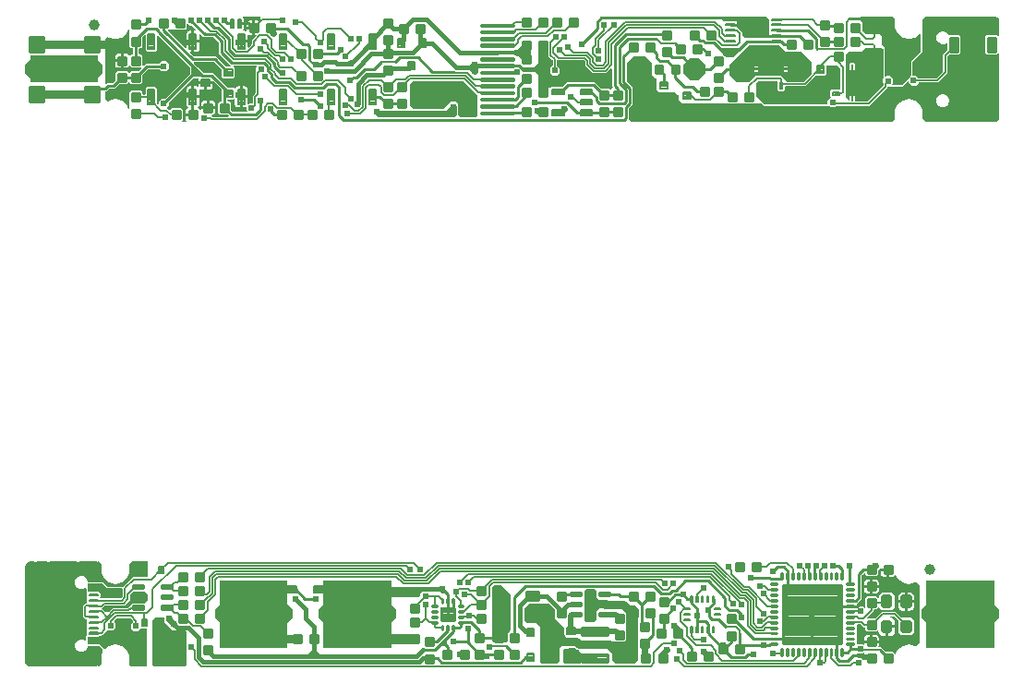
<source format=gbr>
G04 EAGLE Gerber RS-274X export*
G75*
%MOMM*%
%FSLAX34Y34*%
%LPD*%
%INTop Copper*%
%IPPOS*%
%AMOC8*
5,1,8,0,0,1.08239X$1,22.5*%
G01*
%ADD10C,0.222250*%
%ADD11C,0.550000*%
%ADD12C,0.225000*%
%ADD13C,0.280000*%
%ADD14C,0.290000*%
%ADD15C,0.184800*%
%ADD16C,0.369600*%
%ADD17C,1.000000*%
%ADD18C,0.363000*%
%ADD19C,0.254000*%
%ADD20C,0.200000*%
%ADD21C,0.285000*%
%ADD22C,0.350000*%
%ADD23C,0.150000*%
%ADD24C,0.399900*%
%ADD25P,2.191840X8X112.500000*%
%ADD26C,1.000000*%
%ADD27C,0.165000*%
%ADD28C,0.317500*%
%ADD29C,0.190500*%
%ADD30C,2.000000*%
%ADD31C,0.231000*%
%ADD32C,0.381000*%
%ADD33C,0.134109*%
%ADD34C,0.127000*%
%ADD35C,0.604800*%
%ADD36C,0.508000*%
%ADD37C,0.762000*%
%ADD38C,1.143000*%
%ADD39C,0.889000*%
%ADD40C,0.609600*%
%ADD41C,0.800000*%
%ADD42C,0.203200*%
%ADD43C,0.152400*%
%ADD44C,0.177800*%

G36*
X840255Y631753D02*
X840255Y631753D01*
X840297Y631751D01*
X840364Y631773D01*
X840434Y631785D01*
X840470Y631807D01*
X840511Y631820D01*
X840583Y631874D01*
X840627Y631900D01*
X840640Y631916D01*
X840661Y631932D01*
X842608Y633879D01*
X842633Y633914D01*
X842664Y633942D01*
X842696Y634005D01*
X842737Y634063D01*
X842747Y634104D01*
X842767Y634142D01*
X842780Y634231D01*
X842793Y634280D01*
X842790Y634301D01*
X842794Y634327D01*
X842794Y642260D01*
X845311Y647486D01*
X849845Y651102D01*
X855500Y652392D01*
X861155Y651102D01*
X865689Y647486D01*
X868206Y642260D01*
X868206Y634327D01*
X868213Y634285D01*
X868211Y634243D01*
X868233Y634176D01*
X868245Y634106D01*
X868267Y634070D01*
X868280Y634029D01*
X868334Y633957D01*
X868360Y633913D01*
X868376Y633900D01*
X868392Y633879D01*
X870339Y631932D01*
X870374Y631907D01*
X870402Y631876D01*
X870465Y631844D01*
X870523Y631803D01*
X870564Y631793D01*
X870602Y631773D01*
X870691Y631760D01*
X870740Y631747D01*
X870761Y631750D01*
X870787Y631746D01*
X871153Y631746D01*
X871179Y631750D01*
X871206Y631748D01*
X871289Y631770D01*
X871374Y631785D01*
X871397Y631799D01*
X871422Y631806D01*
X871493Y631856D01*
X871567Y631900D01*
X871584Y631920D01*
X871605Y631935D01*
X871654Y632007D01*
X871708Y632074D01*
X871717Y632099D01*
X871732Y632121D01*
X871753Y632205D01*
X871780Y632286D01*
X871780Y632313D01*
X871786Y632339D01*
X871776Y632424D01*
X871774Y632511D01*
X871764Y632535D01*
X871761Y632562D01*
X871722Y632639D01*
X871689Y632718D01*
X871672Y632738D01*
X871660Y632762D01*
X871564Y632855D01*
X871538Y632884D01*
X871532Y632887D01*
X871526Y632893D01*
X870904Y633345D01*
X869782Y636800D01*
X870904Y640255D01*
X873843Y642391D01*
X888477Y642391D01*
X891416Y640255D01*
X892538Y636800D01*
X891416Y633345D01*
X890794Y632893D01*
X890776Y632874D01*
X890753Y632860D01*
X890699Y632793D01*
X890639Y632731D01*
X890628Y632707D01*
X890612Y632686D01*
X890584Y632605D01*
X890550Y632525D01*
X890548Y632499D01*
X890540Y632474D01*
X890542Y632388D01*
X890538Y632301D01*
X890545Y632276D01*
X890546Y632249D01*
X890579Y632170D01*
X890604Y632087D01*
X890621Y632066D01*
X890631Y632042D01*
X890689Y631978D01*
X890742Y631910D01*
X890764Y631896D01*
X890782Y631876D01*
X890859Y631836D01*
X890932Y631791D01*
X890958Y631786D01*
X890982Y631773D01*
X891114Y631754D01*
X891152Y631746D01*
X891159Y631747D01*
X891167Y631746D01*
X915303Y631746D01*
X915329Y631750D01*
X915356Y631748D01*
X915439Y631770D01*
X915524Y631785D01*
X915547Y631799D01*
X915572Y631806D01*
X915643Y631856D01*
X915717Y631900D01*
X915734Y631920D01*
X915755Y631935D01*
X915804Y632007D01*
X915858Y632074D01*
X915867Y632099D01*
X915882Y632121D01*
X915903Y632205D01*
X915930Y632286D01*
X915930Y632313D01*
X915936Y632339D01*
X915926Y632424D01*
X915924Y632511D01*
X915914Y632535D01*
X915911Y632562D01*
X915872Y632639D01*
X915839Y632718D01*
X915822Y632738D01*
X915810Y632762D01*
X915714Y632855D01*
X915688Y632884D01*
X915682Y632887D01*
X915676Y632893D01*
X915054Y633345D01*
X913932Y636800D01*
X915054Y640255D01*
X917993Y642391D01*
X927827Y642391D01*
X930766Y640255D01*
X931888Y636800D01*
X930766Y633345D01*
X930144Y632893D01*
X930126Y632874D01*
X930103Y632860D01*
X930049Y632793D01*
X929989Y632731D01*
X929978Y632707D01*
X929962Y632686D01*
X929934Y632605D01*
X929900Y632525D01*
X929898Y632499D01*
X929890Y632474D01*
X929892Y632388D01*
X929888Y632301D01*
X929895Y632276D01*
X929896Y632249D01*
X929929Y632170D01*
X929954Y632087D01*
X929971Y632066D01*
X929981Y632042D01*
X930039Y631978D01*
X930092Y631910D01*
X930114Y631896D01*
X930132Y631876D01*
X930209Y631836D01*
X930282Y631791D01*
X930308Y631786D01*
X930332Y631773D01*
X930464Y631754D01*
X930502Y631746D01*
X930509Y631747D01*
X930517Y631746D01*
X934240Y631746D01*
X934275Y631752D01*
X934323Y631751D01*
X935143Y631859D01*
X935172Y631869D01*
X935203Y631870D01*
X935313Y631913D01*
X935357Y631927D01*
X935365Y631934D01*
X935378Y631939D01*
X936799Y632759D01*
X936854Y632806D01*
X936914Y632845D01*
X936943Y632881D01*
X936970Y632904D01*
X936991Y632942D01*
X937031Y632991D01*
X937851Y634412D01*
X937862Y634441D01*
X937879Y634467D01*
X937912Y634580D01*
X937927Y634623D01*
X937927Y634634D01*
X937931Y634647D01*
X938039Y635467D01*
X938037Y635502D01*
X938044Y635550D01*
X938044Y636811D01*
X938047Y636823D01*
X938045Y636845D01*
X938049Y636872D01*
X938049Y694101D01*
X938034Y694189D01*
X938024Y694277D01*
X938014Y694298D01*
X938010Y694322D01*
X937964Y694398D01*
X937925Y694478D01*
X937908Y694494D01*
X937895Y694515D01*
X937826Y694571D01*
X937762Y694632D01*
X937740Y694641D01*
X937721Y694656D01*
X937637Y694685D01*
X937555Y694719D01*
X937531Y694720D01*
X937509Y694728D01*
X937420Y694725D01*
X937331Y694729D01*
X937308Y694722D01*
X937284Y694721D01*
X937202Y694688D01*
X937117Y694661D01*
X937096Y694645D01*
X937077Y694637D01*
X937039Y694603D01*
X936967Y694549D01*
X935893Y693475D01*
X926947Y693475D01*
X925395Y695027D01*
X925395Y709973D01*
X926947Y711525D01*
X935893Y711525D01*
X936967Y710451D01*
X937040Y710400D01*
X937109Y710344D01*
X937131Y710336D01*
X937151Y710323D01*
X937237Y710300D01*
X937321Y710272D01*
X937345Y710273D01*
X937368Y710267D01*
X937457Y710276D01*
X937546Y710279D01*
X937568Y710287D01*
X937591Y710290D01*
X937671Y710329D01*
X937753Y710363D01*
X937771Y710379D01*
X937792Y710389D01*
X937853Y710454D01*
X937919Y710514D01*
X937930Y710535D01*
X937946Y710553D01*
X937981Y710635D01*
X938022Y710714D01*
X938025Y710740D01*
X938034Y710759D01*
X938036Y710810D01*
X938049Y710899D01*
X938049Y723128D01*
X938044Y723156D01*
X938044Y724450D01*
X938038Y724485D01*
X938039Y724533D01*
X937931Y725353D01*
X937921Y725382D01*
X937920Y725413D01*
X937877Y725523D01*
X937863Y725567D01*
X937856Y725575D01*
X937851Y725588D01*
X937031Y727009D01*
X936984Y727064D01*
X936945Y727124D01*
X936909Y727153D01*
X936886Y727180D01*
X936848Y727201D01*
X936799Y727241D01*
X935378Y728061D01*
X935349Y728072D01*
X935323Y728089D01*
X935209Y728122D01*
X935206Y728123D01*
X935204Y728124D01*
X935203Y728124D01*
X935166Y728137D01*
X935156Y728137D01*
X935143Y728141D01*
X934323Y728249D01*
X934288Y728247D01*
X934240Y728254D01*
X930517Y728254D01*
X930491Y728250D01*
X930464Y728252D01*
X930381Y728230D01*
X930296Y728215D01*
X930273Y728201D01*
X930248Y728194D01*
X930177Y728144D01*
X930103Y728100D01*
X930086Y728080D01*
X930065Y728065D01*
X930016Y727993D01*
X929962Y727926D01*
X929953Y727901D01*
X929938Y727879D01*
X929917Y727795D01*
X929890Y727714D01*
X929890Y727687D01*
X929884Y727661D01*
X929894Y727576D01*
X929896Y727489D01*
X929906Y727465D01*
X929909Y727438D01*
X929948Y727361D01*
X929981Y727282D01*
X929998Y727262D01*
X930010Y727238D01*
X930106Y727145D01*
X930132Y727116D01*
X930138Y727113D01*
X930144Y727107D01*
X930766Y726655D01*
X931888Y723200D01*
X930766Y719745D01*
X927827Y717609D01*
X917993Y717609D01*
X915054Y719745D01*
X913932Y723200D01*
X915054Y726655D01*
X915676Y727107D01*
X915694Y727126D01*
X915717Y727140D01*
X915771Y727207D01*
X915831Y727269D01*
X915842Y727293D01*
X915858Y727314D01*
X915886Y727395D01*
X915920Y727475D01*
X915922Y727501D01*
X915930Y727526D01*
X915928Y727612D01*
X915932Y727699D01*
X915925Y727724D01*
X915924Y727751D01*
X915891Y727830D01*
X915866Y727913D01*
X915849Y727934D01*
X915839Y727958D01*
X915781Y728022D01*
X915728Y728090D01*
X915706Y728104D01*
X915688Y728124D01*
X915611Y728164D01*
X915538Y728209D01*
X915512Y728214D01*
X915488Y728227D01*
X915356Y728246D01*
X915318Y728254D01*
X915311Y728253D01*
X915303Y728254D01*
X891167Y728254D01*
X891141Y728250D01*
X891114Y728252D01*
X891031Y728230D01*
X890946Y728215D01*
X890923Y728201D01*
X890898Y728194D01*
X890827Y728144D01*
X890753Y728100D01*
X890736Y728080D01*
X890715Y728065D01*
X890666Y727993D01*
X890612Y727926D01*
X890603Y727901D01*
X890588Y727879D01*
X890567Y727795D01*
X890540Y727714D01*
X890540Y727687D01*
X890534Y727661D01*
X890544Y727576D01*
X890546Y727489D01*
X890556Y727465D01*
X890559Y727438D01*
X890598Y727361D01*
X890631Y727282D01*
X890648Y727262D01*
X890660Y727238D01*
X890756Y727145D01*
X890782Y727116D01*
X890788Y727113D01*
X890794Y727107D01*
X891416Y726655D01*
X892538Y723200D01*
X891416Y719745D01*
X888477Y717609D01*
X873843Y717609D01*
X870904Y719745D01*
X869782Y723200D01*
X870904Y726655D01*
X871526Y727107D01*
X871544Y727126D01*
X871567Y727140D01*
X871621Y727207D01*
X871681Y727269D01*
X871692Y727293D01*
X871708Y727314D01*
X871736Y727395D01*
X871770Y727475D01*
X871772Y727501D01*
X871780Y727526D01*
X871778Y727612D01*
X871782Y727699D01*
X871775Y727724D01*
X871774Y727751D01*
X871741Y727830D01*
X871716Y727913D01*
X871699Y727934D01*
X871689Y727958D01*
X871631Y728022D01*
X871578Y728090D01*
X871556Y728104D01*
X871538Y728124D01*
X871461Y728164D01*
X871388Y728209D01*
X871362Y728214D01*
X871338Y728227D01*
X871206Y728246D01*
X871168Y728254D01*
X871161Y728253D01*
X871153Y728254D01*
X870787Y728254D01*
X870745Y728247D01*
X870703Y728249D01*
X870636Y728227D01*
X870566Y728215D01*
X870530Y728193D01*
X870489Y728180D01*
X870417Y728126D01*
X870373Y728100D01*
X870360Y728084D01*
X870339Y728068D01*
X868392Y726121D01*
X868367Y726086D01*
X868336Y726058D01*
X868304Y725995D01*
X868263Y725937D01*
X868253Y725896D01*
X868233Y725858D01*
X868220Y725769D01*
X868207Y725720D01*
X868210Y725699D01*
X868206Y725673D01*
X868206Y717740D01*
X867629Y716541D01*
X867616Y716495D01*
X867593Y716452D01*
X867582Y716372D01*
X867568Y716325D01*
X867571Y716299D01*
X867566Y716266D01*
X867566Y702570D01*
X867573Y702528D01*
X867571Y702486D01*
X867593Y702419D01*
X867605Y702349D01*
X867627Y702312D01*
X867640Y702272D01*
X867669Y702233D01*
X867669Y698402D01*
X867664Y698392D01*
X867623Y698334D01*
X867613Y698293D01*
X867593Y698256D01*
X867580Y698166D01*
X867567Y698117D01*
X867570Y698096D01*
X867566Y698070D01*
X867566Y695721D01*
X858862Y687016D01*
X858837Y686982D01*
X858806Y686953D01*
X858774Y686890D01*
X858733Y686832D01*
X858723Y686791D01*
X858703Y686753D01*
X858690Y686664D01*
X858677Y686615D01*
X858680Y686594D01*
X858676Y686568D01*
X858676Y674769D01*
X858687Y674704D01*
X858689Y674638D01*
X858707Y674595D01*
X858715Y674548D01*
X858749Y674491D01*
X858774Y674431D01*
X858805Y674396D01*
X858830Y674355D01*
X858881Y674313D01*
X858925Y674265D01*
X858967Y674243D01*
X859004Y674214D01*
X859066Y674193D01*
X859125Y674162D01*
X859179Y674154D01*
X859216Y674142D01*
X859256Y674143D01*
X859310Y674135D01*
X861702Y674135D01*
X864159Y671678D01*
X864194Y671653D01*
X864223Y671622D01*
X864286Y671590D01*
X864344Y671549D01*
X864385Y671539D01*
X864422Y671519D01*
X864512Y671506D01*
X864561Y671493D01*
X864582Y671496D01*
X864608Y671492D01*
X880234Y671492D01*
X880276Y671499D01*
X880318Y671497D01*
X880385Y671519D01*
X880455Y671531D01*
X880491Y671553D01*
X880532Y671566D01*
X880604Y671620D01*
X880648Y671646D01*
X880661Y671662D01*
X880682Y671678D01*
X886708Y677704D01*
X886733Y677738D01*
X886764Y677767D01*
X886796Y677830D01*
X886837Y677888D01*
X886847Y677929D01*
X886867Y677967D01*
X886880Y678056D01*
X886893Y678105D01*
X886890Y678126D01*
X886894Y678152D01*
X886894Y693129D01*
X890209Y696445D01*
X890234Y696479D01*
X890265Y696508D01*
X890297Y696571D01*
X890338Y696629D01*
X890348Y696670D01*
X890368Y696708D01*
X890381Y696797D01*
X890394Y696846D01*
X890391Y696867D01*
X890395Y696893D01*
X890395Y703313D01*
X890382Y703389D01*
X890376Y703466D01*
X890362Y703499D01*
X890356Y703534D01*
X890316Y703601D01*
X890284Y703671D01*
X890260Y703696D01*
X890241Y703727D01*
X890181Y703776D01*
X890127Y703831D01*
X890095Y703846D01*
X890067Y703868D01*
X889994Y703893D01*
X889924Y703926D01*
X889888Y703929D01*
X889855Y703940D01*
X889777Y703938D01*
X889700Y703944D01*
X889661Y703935D01*
X889630Y703934D01*
X889587Y703916D01*
X889518Y703899D01*
X887612Y703109D01*
X885308Y703109D01*
X883180Y703991D01*
X881551Y705620D01*
X880669Y707748D01*
X880669Y710052D01*
X881551Y712180D01*
X883180Y713809D01*
X885308Y714691D01*
X887612Y714691D01*
X889740Y713809D01*
X891369Y712180D01*
X891478Y711916D01*
X891508Y711871D01*
X891528Y711821D01*
X891568Y711777D01*
X891600Y711727D01*
X891643Y711695D01*
X891679Y711655D01*
X891732Y711628D01*
X891779Y711593D01*
X891831Y711577D01*
X891879Y711552D01*
X891949Y711542D01*
X891994Y711529D01*
X892025Y711531D01*
X892064Y711525D01*
X900893Y711525D01*
X902445Y709973D01*
X902445Y695027D01*
X900893Y693475D01*
X892893Y693475D01*
X892851Y693468D01*
X892809Y693470D01*
X892742Y693448D01*
X892672Y693436D01*
X892636Y693414D01*
X892595Y693401D01*
X892523Y693347D01*
X892479Y693321D01*
X892466Y693305D01*
X892445Y693289D01*
X890892Y691736D01*
X890867Y691702D01*
X890836Y691673D01*
X890804Y691610D01*
X890763Y691552D01*
X890753Y691511D01*
X890733Y691473D01*
X890720Y691384D01*
X890707Y691335D01*
X890710Y691314D01*
X890706Y691288D01*
X890706Y676311D01*
X882075Y667680D01*
X864608Y667680D01*
X864566Y667673D01*
X864524Y667675D01*
X864457Y667653D01*
X864387Y667641D01*
X864350Y667619D01*
X864310Y667606D01*
X864237Y667552D01*
X864194Y667526D01*
X864181Y667510D01*
X864159Y667494D01*
X861702Y665037D01*
X857934Y665037D01*
X855269Y667702D01*
X855269Y667923D01*
X855257Y667993D01*
X855256Y668029D01*
X855250Y668042D01*
X855244Y668099D01*
X855234Y668120D01*
X855230Y668144D01*
X855184Y668220D01*
X855145Y668300D01*
X855128Y668317D01*
X855115Y668337D01*
X855046Y668393D01*
X854982Y668454D01*
X854960Y668463D01*
X854941Y668478D01*
X854857Y668507D01*
X854775Y668542D01*
X854751Y668543D01*
X854729Y668550D01*
X854640Y668548D01*
X854551Y668552D01*
X854528Y668544D01*
X854504Y668544D01*
X854422Y668510D01*
X854337Y668483D01*
X854316Y668467D01*
X854297Y668459D01*
X854259Y668425D01*
X854187Y668371D01*
X851241Y665426D01*
X849886Y664071D01*
X849872Y664063D01*
X849832Y664050D01*
X849793Y664021D01*
X845962Y664021D01*
X845952Y664026D01*
X845894Y664067D01*
X845853Y664077D01*
X845816Y664097D01*
X845726Y664110D01*
X845677Y664123D01*
X845656Y664120D01*
X845630Y664124D01*
X836450Y664124D01*
X836385Y664113D01*
X836319Y664111D01*
X836276Y664093D01*
X836229Y664085D01*
X836172Y664051D01*
X836112Y664026D01*
X836077Y663995D01*
X836036Y663970D01*
X835994Y663919D01*
X835946Y663875D01*
X835924Y663833D01*
X835895Y663796D01*
X835874Y663734D01*
X835843Y663675D01*
X835835Y663621D01*
X835823Y663584D01*
X835824Y663555D01*
X835823Y663552D01*
X835823Y663539D01*
X835816Y663490D01*
X835816Y662701D01*
X819459Y646344D01*
X789170Y646344D01*
X789128Y646337D01*
X789086Y646339D01*
X789019Y646317D01*
X788949Y646305D01*
X788912Y646283D01*
X788872Y646270D01*
X788799Y646216D01*
X788756Y646190D01*
X788749Y646182D01*
X788745Y646180D01*
X788738Y646170D01*
X788721Y646158D01*
X787534Y644971D01*
X783766Y644971D01*
X782579Y646158D01*
X782546Y646181D01*
X782526Y646203D01*
X782524Y646204D01*
X782515Y646214D01*
X782452Y646246D01*
X782394Y646287D01*
X782353Y646297D01*
X782316Y646317D01*
X782226Y646330D01*
X782177Y646343D01*
X782156Y646340D01*
X782130Y646344D01*
X722631Y646344D01*
X720276Y648698D01*
X720245Y648721D01*
X720227Y648740D01*
X720224Y648741D01*
X720213Y648754D01*
X720150Y648786D01*
X720092Y648827D01*
X720051Y648837D01*
X720013Y648857D01*
X719924Y648870D01*
X719875Y648883D01*
X719854Y648880D01*
X719828Y648884D01*
X713884Y648884D01*
X713842Y648877D01*
X713800Y648879D01*
X713733Y648857D01*
X713663Y648845D01*
X713627Y648823D01*
X713586Y648810D01*
X713514Y648756D01*
X713470Y648730D01*
X713461Y648720D01*
X713456Y648717D01*
X713451Y648709D01*
X713436Y648698D01*
X713368Y648630D01*
X704516Y648630D01*
X704448Y648698D01*
X704416Y648721D01*
X704398Y648740D01*
X704396Y648741D01*
X704385Y648754D01*
X704322Y648786D01*
X704264Y648827D01*
X704223Y648837D01*
X704185Y648857D01*
X704096Y648870D01*
X704047Y648883D01*
X704026Y648880D01*
X704000Y648884D01*
X698644Y648884D01*
X698602Y648877D01*
X698560Y648879D01*
X698493Y648857D01*
X698423Y648845D01*
X698387Y648823D01*
X698346Y648810D01*
X698274Y648756D01*
X698230Y648730D01*
X698221Y648720D01*
X698216Y648717D01*
X698211Y648709D01*
X698196Y648698D01*
X698128Y648630D01*
X689276Y648630D01*
X689208Y648698D01*
X689176Y648721D01*
X689158Y648740D01*
X689156Y648741D01*
X689145Y648754D01*
X689082Y648786D01*
X689024Y648827D01*
X688983Y648837D01*
X688945Y648857D01*
X688856Y648870D01*
X688807Y648883D01*
X688786Y648880D01*
X688760Y648884D01*
X647483Y648884D01*
X644044Y652323D01*
X644044Y655870D01*
X644037Y655912D01*
X644039Y655954D01*
X644017Y656021D01*
X644005Y656091D01*
X643983Y656127D01*
X643970Y656168D01*
X643916Y656241D01*
X643890Y656284D01*
X643874Y656297D01*
X643858Y656318D01*
X641318Y658858D01*
X641290Y658878D01*
X641281Y658888D01*
X641277Y658890D01*
X641255Y658914D01*
X641192Y658946D01*
X641134Y658987D01*
X641093Y658997D01*
X641055Y659017D01*
X640966Y659030D01*
X640917Y659043D01*
X640896Y659040D01*
X640870Y659044D01*
X625893Y659044D01*
X623724Y661213D01*
X623724Y671110D01*
X623717Y671152D01*
X623719Y671194D01*
X623697Y671261D01*
X623685Y671331D01*
X623663Y671367D01*
X623650Y671408D01*
X623596Y671481D01*
X623570Y671524D01*
X623554Y671537D01*
X623538Y671558D01*
X619914Y675183D01*
X619914Y685080D01*
X619907Y685122D01*
X619909Y685164D01*
X619887Y685231D01*
X619875Y685301D01*
X619853Y685337D01*
X619840Y685378D01*
X619786Y685451D01*
X619760Y685494D01*
X619744Y685507D01*
X619728Y685528D01*
X613378Y691878D01*
X613344Y691903D01*
X613315Y691934D01*
X613252Y691966D01*
X613194Y692007D01*
X613153Y692017D01*
X613115Y692037D01*
X613026Y692050D01*
X612977Y692063D01*
X612956Y692060D01*
X612930Y692064D01*
X604040Y692064D01*
X603998Y692057D01*
X603956Y692059D01*
X603889Y692037D01*
X603819Y692025D01*
X603783Y692003D01*
X603742Y691990D01*
X603669Y691936D01*
X603626Y691910D01*
X603613Y691894D01*
X603592Y691878D01*
X597173Y685460D01*
X597148Y685424D01*
X597116Y685394D01*
X597091Y685346D01*
X597077Y685329D01*
X597073Y685316D01*
X597045Y685276D01*
X597034Y685233D01*
X597014Y685194D01*
X597001Y685107D01*
X596989Y685058D01*
X596991Y685036D01*
X596987Y685009D01*
X597054Y669048D01*
X597061Y669008D01*
X597059Y668966D01*
X597081Y668898D01*
X597094Y668827D01*
X597115Y668792D01*
X597128Y668753D01*
X597183Y668678D01*
X597209Y668635D01*
X597225Y668622D01*
X597240Y668602D01*
X600716Y665126D01*
X602390Y663452D01*
X602390Y647579D01*
X600716Y645905D01*
X600716Y645904D01*
X598766Y643954D01*
X598741Y643920D01*
X598710Y643891D01*
X598678Y643828D01*
X598637Y643770D01*
X598627Y643729D01*
X598607Y643691D01*
X598594Y643602D01*
X598581Y643553D01*
X598584Y643532D01*
X598580Y643506D01*
X598580Y634788D01*
X598587Y634746D01*
X598585Y634704D01*
X598607Y634637D01*
X598619Y634567D01*
X598641Y634531D01*
X598654Y634490D01*
X598708Y634417D01*
X598734Y634374D01*
X598750Y634361D01*
X598766Y634340D01*
X601174Y631932D01*
X601208Y631907D01*
X601237Y631876D01*
X601300Y631844D01*
X601358Y631803D01*
X601399Y631793D01*
X601437Y631773D01*
X601526Y631760D01*
X601575Y631747D01*
X601596Y631750D01*
X601622Y631746D01*
X840213Y631746D01*
X840255Y631753D01*
G37*
G36*
X52799Y131750D02*
X52799Y131750D01*
X52826Y131748D01*
X52909Y131770D01*
X52994Y131785D01*
X53017Y131799D01*
X53042Y131806D01*
X53113Y131856D01*
X53187Y131900D01*
X53204Y131920D01*
X53225Y131935D01*
X53274Y132007D01*
X53328Y132074D01*
X53337Y132099D01*
X53352Y132121D01*
X53373Y132205D01*
X53400Y132286D01*
X53400Y132313D01*
X53406Y132339D01*
X53396Y132424D01*
X53394Y132511D01*
X53384Y132535D01*
X53381Y132562D01*
X53342Y132639D01*
X53309Y132718D01*
X53292Y132738D01*
X53280Y132762D01*
X53184Y132855D01*
X53158Y132884D01*
X53152Y132887D01*
X53146Y132893D01*
X52524Y133345D01*
X51402Y136800D01*
X52524Y140255D01*
X55463Y142391D01*
X65297Y142391D01*
X68236Y140255D01*
X69358Y136800D01*
X68236Y133345D01*
X67614Y132893D01*
X67596Y132874D01*
X67573Y132860D01*
X67519Y132793D01*
X67459Y132731D01*
X67448Y132707D01*
X67432Y132686D01*
X67404Y132605D01*
X67370Y132525D01*
X67368Y132499D01*
X67360Y132474D01*
X67362Y132388D01*
X67358Y132301D01*
X67365Y132276D01*
X67366Y132249D01*
X67399Y132170D01*
X67424Y132087D01*
X67441Y132066D01*
X67451Y132042D01*
X67509Y131978D01*
X67562Y131910D01*
X67584Y131896D01*
X67602Y131876D01*
X67679Y131836D01*
X67752Y131791D01*
X67778Y131786D01*
X67802Y131773D01*
X67934Y131754D01*
X67972Y131746D01*
X67979Y131747D01*
X67987Y131746D01*
X92123Y131746D01*
X92149Y131750D01*
X92176Y131748D01*
X92259Y131770D01*
X92344Y131785D01*
X92367Y131799D01*
X92392Y131806D01*
X92463Y131856D01*
X92537Y131900D01*
X92554Y131920D01*
X92575Y131935D01*
X92624Y132007D01*
X92678Y132074D01*
X92687Y132099D01*
X92702Y132121D01*
X92723Y132205D01*
X92750Y132286D01*
X92750Y132313D01*
X92756Y132339D01*
X92746Y132424D01*
X92744Y132511D01*
X92734Y132535D01*
X92731Y132562D01*
X92692Y132639D01*
X92659Y132718D01*
X92642Y132738D01*
X92630Y132762D01*
X92534Y132855D01*
X92508Y132884D01*
X92502Y132887D01*
X92496Y132893D01*
X91874Y133345D01*
X90752Y136800D01*
X91874Y140255D01*
X94813Y142391D01*
X109447Y142391D01*
X112386Y140255D01*
X113508Y136800D01*
X112386Y133345D01*
X111764Y132893D01*
X111746Y132874D01*
X111723Y132860D01*
X111669Y132793D01*
X111609Y132731D01*
X111598Y132707D01*
X111582Y132686D01*
X111554Y132605D01*
X111520Y132525D01*
X111518Y132499D01*
X111510Y132474D01*
X111512Y132388D01*
X111508Y132301D01*
X111515Y132276D01*
X111516Y132249D01*
X111549Y132170D01*
X111574Y132087D01*
X111591Y132066D01*
X111601Y132042D01*
X111659Y131978D01*
X111712Y131910D01*
X111734Y131896D01*
X111752Y131876D01*
X111829Y131836D01*
X111902Y131791D01*
X111928Y131786D01*
X111952Y131773D01*
X112084Y131754D01*
X112122Y131746D01*
X112129Y131747D01*
X112137Y131746D01*
X112503Y131746D01*
X112545Y131753D01*
X112587Y131751D01*
X112654Y131773D01*
X112724Y131785D01*
X112760Y131807D01*
X112801Y131820D01*
X112873Y131874D01*
X112917Y131900D01*
X112930Y131916D01*
X112951Y131931D01*
X114898Y133879D01*
X114923Y133914D01*
X114954Y133942D01*
X114986Y134005D01*
X115027Y134063D01*
X115037Y134104D01*
X115057Y134142D01*
X115070Y134231D01*
X115083Y134280D01*
X115080Y134301D01*
X115084Y134327D01*
X115084Y142260D01*
X116296Y144777D01*
X116309Y144824D01*
X116332Y144867D01*
X116343Y144944D01*
X116352Y144971D01*
X116352Y144977D01*
X116357Y144993D01*
X116354Y145019D01*
X116359Y145052D01*
X116359Y147189D01*
X116352Y147231D01*
X116354Y147273D01*
X116332Y147340D01*
X116320Y147410D01*
X116298Y147446D01*
X116285Y147487D01*
X116231Y147559D01*
X116205Y147603D01*
X116189Y147616D01*
X116173Y147637D01*
X113207Y150603D01*
X113176Y150625D01*
X113160Y150643D01*
X113157Y150644D01*
X113144Y150659D01*
X113081Y150691D01*
X113023Y150732D01*
X112982Y150742D01*
X112944Y150762D01*
X112855Y150775D01*
X112806Y150788D01*
X112785Y150785D01*
X112759Y150789D01*
X103255Y150789D01*
X103190Y150778D01*
X103124Y150776D01*
X103081Y150758D01*
X103034Y150750D01*
X102977Y150716D01*
X102917Y150691D01*
X102882Y150660D01*
X102841Y150635D01*
X102799Y150584D01*
X102751Y150540D01*
X102729Y150498D01*
X102700Y150461D01*
X102679Y150399D01*
X102648Y150340D01*
X102640Y150286D01*
X102628Y150249D01*
X102628Y150234D01*
X102628Y150233D01*
X102628Y150207D01*
X102621Y150155D01*
X102621Y149948D01*
X101739Y147820D01*
X100110Y146191D01*
X97982Y145309D01*
X95678Y145309D01*
X93550Y146191D01*
X91921Y147820D01*
X91039Y149948D01*
X91039Y152252D01*
X91921Y154380D01*
X93550Y156009D01*
X95678Y156891D01*
X97982Y156891D01*
X100166Y155986D01*
X100179Y155976D01*
X100201Y155968D01*
X100220Y155955D01*
X100307Y155933D01*
X100391Y155904D01*
X100415Y155905D01*
X100437Y155899D01*
X100526Y155908D01*
X100616Y155911D01*
X100637Y155919D01*
X100661Y155922D01*
X100741Y155961D01*
X100823Y155995D01*
X100841Y156011D01*
X100862Y156021D01*
X100923Y156086D01*
X100989Y156146D01*
X101000Y156167D01*
X101016Y156184D01*
X101051Y156266D01*
X101092Y156346D01*
X101095Y156372D01*
X101103Y156391D01*
X101106Y156441D01*
X101119Y156531D01*
X101119Y159791D01*
X101398Y160070D01*
X101436Y160124D01*
X101481Y160172D01*
X101499Y160215D01*
X101526Y160254D01*
X101543Y160318D01*
X101568Y160379D01*
X101570Y160426D01*
X101582Y160471D01*
X101575Y160537D01*
X101578Y160603D01*
X101564Y160648D01*
X101559Y160695D01*
X101530Y160754D01*
X101510Y160816D01*
X101477Y160860D01*
X101459Y160896D01*
X101431Y160923D01*
X101398Y160967D01*
X101355Y161010D01*
X101355Y163990D01*
X101916Y164551D01*
X101954Y164606D01*
X101999Y164653D01*
X102018Y164697D01*
X102045Y164736D01*
X102061Y164799D01*
X102087Y164860D01*
X102089Y164907D01*
X102101Y164953D01*
X102094Y165018D01*
X102097Y165084D01*
X102082Y165129D01*
X102077Y165176D01*
X102048Y165235D01*
X102028Y165298D01*
X101995Y165342D01*
X101978Y165377D01*
X101949Y165404D01*
X101916Y165448D01*
X101355Y166010D01*
X101355Y168990D01*
X101916Y169552D01*
X101954Y169606D01*
X101999Y169653D01*
X102018Y169697D01*
X102045Y169736D01*
X102061Y169799D01*
X102087Y169860D01*
X102089Y169907D01*
X102101Y169953D01*
X102094Y170018D01*
X102097Y170084D01*
X102082Y170129D01*
X102077Y170176D01*
X102048Y170235D01*
X102028Y170298D01*
X101995Y170342D01*
X101978Y170377D01*
X101949Y170404D01*
X101916Y170449D01*
X101355Y171010D01*
X101355Y173990D01*
X101877Y174512D01*
X101927Y174585D01*
X101983Y174654D01*
X101991Y174676D01*
X102005Y174696D01*
X102027Y174782D01*
X102055Y174866D01*
X102055Y174890D01*
X102061Y174913D01*
X102051Y175002D01*
X102049Y175091D01*
X102040Y175113D01*
X102037Y175136D01*
X101998Y175216D01*
X101964Y175298D01*
X101948Y175316D01*
X101938Y175337D01*
X101873Y175398D01*
X101813Y175464D01*
X101792Y175475D01*
X101775Y175491D01*
X101693Y175526D01*
X101613Y175567D01*
X101587Y175570D01*
X101568Y175579D01*
X101518Y175581D01*
X101428Y175594D01*
X100291Y175594D01*
X97944Y177941D01*
X97944Y187139D01*
X100331Y189526D01*
X100612Y189526D01*
X100677Y189537D01*
X100743Y189539D01*
X100786Y189557D01*
X100833Y189565D01*
X100890Y189599D01*
X100950Y189624D01*
X100985Y189655D01*
X101026Y189680D01*
X101068Y189731D01*
X101116Y189775D01*
X101138Y189817D01*
X101167Y189854D01*
X101188Y189916D01*
X101219Y189975D01*
X101227Y190029D01*
X101239Y190066D01*
X101238Y190106D01*
X101246Y190160D01*
X101246Y203596D01*
X101231Y203683D01*
X101221Y203772D01*
X101211Y203793D01*
X101207Y203817D01*
X101161Y203893D01*
X101122Y203973D01*
X101105Y203989D01*
X101092Y204010D01*
X101023Y204066D01*
X100959Y204127D01*
X100937Y204136D01*
X100918Y204151D01*
X100834Y204180D01*
X100752Y204214D01*
X100728Y204215D01*
X100706Y204223D01*
X100617Y204220D01*
X100528Y204224D01*
X100505Y204217D01*
X100481Y204216D01*
X100399Y204183D01*
X100314Y204156D01*
X100293Y204140D01*
X100274Y204132D01*
X100236Y204098D01*
X100163Y204044D01*
X100110Y203991D01*
X97982Y203109D01*
X95678Y203109D01*
X93550Y203991D01*
X91921Y205620D01*
X91039Y207748D01*
X91039Y210052D01*
X91921Y212180D01*
X93550Y213809D01*
X95678Y214691D01*
X97982Y214691D01*
X100110Y213809D01*
X101739Y212180D01*
X102621Y210052D01*
X102621Y209972D01*
X102632Y209907D01*
X102634Y209841D01*
X102652Y209798D01*
X102660Y209751D01*
X102694Y209694D01*
X102719Y209634D01*
X102750Y209599D01*
X102775Y209558D01*
X102826Y209516D01*
X102870Y209468D01*
X102912Y209446D01*
X102949Y209417D01*
X103011Y209396D01*
X103070Y209365D01*
X103124Y209357D01*
X103161Y209345D01*
X103201Y209346D01*
X103255Y209338D01*
X117657Y209338D01*
X120774Y206222D01*
X120808Y206197D01*
X120837Y206166D01*
X120900Y206134D01*
X120958Y206093D01*
X120999Y206083D01*
X121037Y206063D01*
X121126Y206050D01*
X121175Y206037D01*
X121196Y206040D01*
X121222Y206036D01*
X136136Y206036D01*
X136178Y206043D01*
X136220Y206041D01*
X136287Y206063D01*
X136357Y206075D01*
X136393Y206097D01*
X136434Y206110D01*
X136506Y206164D01*
X136550Y206190D01*
X136563Y206206D01*
X136584Y206222D01*
X142901Y212539D01*
X144204Y213841D01*
X157000Y213841D01*
X157065Y213852D01*
X157131Y213854D01*
X157174Y213872D01*
X157221Y213880D01*
X157278Y213914D01*
X157338Y213939D01*
X157373Y213970D01*
X157414Y213995D01*
X157456Y214046D01*
X157504Y214090D01*
X157526Y214132D01*
X157555Y214169D01*
X157576Y214231D01*
X157607Y214290D01*
X157615Y214344D01*
X157627Y214381D01*
X157626Y214421D01*
X157634Y214475D01*
X157634Y227620D01*
X157623Y227685D01*
X157621Y227751D01*
X157603Y227794D01*
X157595Y227841D01*
X157561Y227898D01*
X157536Y227958D01*
X157505Y227993D01*
X157480Y228034D01*
X157429Y228076D01*
X157385Y228124D01*
X157343Y228146D01*
X157306Y228175D01*
X157244Y228196D01*
X157185Y228227D01*
X157131Y228235D01*
X157094Y228247D01*
X157054Y228246D01*
X157000Y228254D01*
X143077Y228254D01*
X143035Y228247D01*
X142993Y228249D01*
X142926Y228227D01*
X142856Y228215D01*
X142820Y228193D01*
X142779Y228180D01*
X142707Y228126D01*
X142663Y228100D01*
X142650Y228084D01*
X142629Y228068D01*
X140682Y226121D01*
X140657Y226087D01*
X140626Y226058D01*
X140594Y225995D01*
X140553Y225937D01*
X140543Y225896D01*
X140523Y225858D01*
X140510Y225769D01*
X140497Y225720D01*
X140500Y225699D01*
X140496Y225673D01*
X140496Y217740D01*
X137979Y212514D01*
X133445Y208898D01*
X127790Y207608D01*
X122135Y208898D01*
X117601Y212514D01*
X115084Y217740D01*
X115084Y225673D01*
X115077Y225715D01*
X115079Y225757D01*
X115057Y225824D01*
X115045Y225894D01*
X115023Y225930D01*
X115010Y225971D01*
X114956Y226043D01*
X114930Y226087D01*
X114914Y226100D01*
X114898Y226121D01*
X112951Y228068D01*
X112916Y228093D01*
X112888Y228124D01*
X112825Y228156D01*
X112767Y228197D01*
X112726Y228207D01*
X112688Y228227D01*
X112599Y228240D01*
X112550Y228253D01*
X112529Y228250D01*
X112503Y228254D01*
X112137Y228254D01*
X112111Y228250D01*
X112084Y228252D01*
X112001Y228230D01*
X111916Y228215D01*
X111893Y228201D01*
X111868Y228194D01*
X111797Y228144D01*
X111723Y228100D01*
X111706Y228080D01*
X111685Y228065D01*
X111636Y227993D01*
X111582Y227926D01*
X111573Y227901D01*
X111558Y227879D01*
X111537Y227795D01*
X111510Y227714D01*
X111510Y227687D01*
X111504Y227661D01*
X111514Y227576D01*
X111516Y227489D01*
X111526Y227465D01*
X111529Y227438D01*
X111568Y227361D01*
X111601Y227282D01*
X111618Y227262D01*
X111630Y227238D01*
X111726Y227145D01*
X111752Y227116D01*
X111758Y227113D01*
X111764Y227107D01*
X112386Y226655D01*
X113508Y223200D01*
X112386Y219745D01*
X109447Y217609D01*
X94813Y217609D01*
X91874Y219745D01*
X90752Y223200D01*
X91874Y226655D01*
X92496Y227107D01*
X92514Y227126D01*
X92537Y227140D01*
X92591Y227207D01*
X92651Y227269D01*
X92662Y227293D01*
X92678Y227314D01*
X92706Y227395D01*
X92740Y227475D01*
X92742Y227501D01*
X92750Y227526D01*
X92748Y227612D01*
X92752Y227699D01*
X92745Y227724D01*
X92744Y227751D01*
X92711Y227830D01*
X92686Y227913D01*
X92669Y227934D01*
X92659Y227958D01*
X92601Y228022D01*
X92548Y228090D01*
X92526Y228104D01*
X92508Y228124D01*
X92431Y228164D01*
X92358Y228209D01*
X92332Y228214D01*
X92308Y228227D01*
X92176Y228246D01*
X92138Y228254D01*
X92131Y228253D01*
X92123Y228254D01*
X67987Y228254D01*
X67961Y228250D01*
X67934Y228252D01*
X67851Y228230D01*
X67766Y228215D01*
X67743Y228201D01*
X67718Y228194D01*
X67647Y228144D01*
X67573Y228100D01*
X67556Y228080D01*
X67535Y228065D01*
X67486Y227993D01*
X67432Y227926D01*
X67423Y227901D01*
X67408Y227879D01*
X67387Y227795D01*
X67360Y227714D01*
X67360Y227687D01*
X67354Y227661D01*
X67364Y227576D01*
X67366Y227489D01*
X67376Y227465D01*
X67379Y227438D01*
X67418Y227361D01*
X67451Y227282D01*
X67468Y227262D01*
X67480Y227238D01*
X67576Y227145D01*
X67602Y227116D01*
X67608Y227113D01*
X67614Y227107D01*
X68236Y226655D01*
X69358Y223200D01*
X68236Y219745D01*
X65297Y217609D01*
X55463Y217609D01*
X52524Y219745D01*
X51402Y223200D01*
X52524Y226655D01*
X53146Y227107D01*
X53164Y227126D01*
X53187Y227140D01*
X53241Y227207D01*
X53301Y227269D01*
X53312Y227293D01*
X53328Y227314D01*
X53356Y227395D01*
X53390Y227475D01*
X53392Y227501D01*
X53400Y227526D01*
X53398Y227612D01*
X53402Y227699D01*
X53395Y227724D01*
X53394Y227751D01*
X53361Y227830D01*
X53336Y227913D01*
X53319Y227934D01*
X53309Y227958D01*
X53251Y228022D01*
X53198Y228090D01*
X53176Y228104D01*
X53158Y228124D01*
X53081Y228164D01*
X53008Y228209D01*
X52982Y228214D01*
X52958Y228227D01*
X52826Y228246D01*
X52788Y228254D01*
X52781Y228253D01*
X52773Y228254D01*
X49050Y228254D01*
X49015Y228248D01*
X48967Y228249D01*
X48147Y228141D01*
X48118Y228131D01*
X48087Y228130D01*
X47977Y228087D01*
X47933Y228073D01*
X47925Y228066D01*
X47912Y228061D01*
X46491Y227241D01*
X46436Y227194D01*
X46376Y227155D01*
X46347Y227119D01*
X46320Y227096D01*
X46299Y227058D01*
X46259Y227009D01*
X45439Y225588D01*
X45428Y225559D01*
X45411Y225533D01*
X45378Y225419D01*
X45363Y225376D01*
X45363Y225366D01*
X45359Y225353D01*
X45251Y224533D01*
X45253Y224498D01*
X45246Y224450D01*
X45246Y223187D01*
X45242Y223175D01*
X45245Y223154D01*
X45241Y223128D01*
X45241Y136872D01*
X45246Y136844D01*
X45246Y135550D01*
X45252Y135515D01*
X45251Y135467D01*
X45359Y134647D01*
X45369Y134618D01*
X45370Y134587D01*
X45413Y134477D01*
X45427Y134433D01*
X45434Y134425D01*
X45439Y134412D01*
X46259Y132991D01*
X46306Y132936D01*
X46345Y132876D01*
X46381Y132847D01*
X46404Y132820D01*
X46442Y132799D01*
X46491Y132759D01*
X47912Y131939D01*
X47941Y131928D01*
X47967Y131911D01*
X48081Y131878D01*
X48124Y131863D01*
X48134Y131863D01*
X48147Y131859D01*
X48967Y131751D01*
X49002Y131753D01*
X49050Y131746D01*
X52773Y131746D01*
X52799Y131750D01*
G37*
G36*
X933035Y148897D02*
X933035Y148897D01*
X933101Y148899D01*
X933144Y148917D01*
X933191Y148925D01*
X933248Y148959D01*
X933308Y148984D01*
X933343Y149015D01*
X933384Y149040D01*
X933426Y149091D01*
X933474Y149135D01*
X933496Y149177D01*
X933525Y149214D01*
X933546Y149276D01*
X933577Y149335D01*
X933585Y149389D01*
X933597Y149426D01*
X933596Y149466D01*
X933604Y149520D01*
X933604Y210480D01*
X933593Y210545D01*
X933591Y210611D01*
X933573Y210654D01*
X933565Y210701D01*
X933531Y210758D01*
X933506Y210818D01*
X933475Y210853D01*
X933450Y210894D01*
X933399Y210936D01*
X933355Y210984D01*
X933313Y211006D01*
X933276Y211035D01*
X933214Y211056D01*
X933155Y211087D01*
X933101Y211095D01*
X933064Y211107D01*
X933024Y211106D01*
X932970Y211114D01*
X872010Y211114D01*
X871945Y211103D01*
X871879Y211101D01*
X871836Y211083D01*
X871789Y211075D01*
X871732Y211041D01*
X871672Y211016D01*
X871637Y210985D01*
X871596Y210960D01*
X871555Y210909D01*
X871506Y210865D01*
X871484Y210823D01*
X871455Y210786D01*
X871434Y210724D01*
X871403Y210665D01*
X871395Y210611D01*
X871383Y210574D01*
X871384Y210534D01*
X871376Y210480D01*
X871376Y149520D01*
X871387Y149455D01*
X871389Y149389D01*
X871407Y149346D01*
X871415Y149299D01*
X871449Y149242D01*
X871474Y149182D01*
X871505Y149147D01*
X871530Y149106D01*
X871581Y149065D01*
X871625Y149016D01*
X871667Y148994D01*
X871704Y148965D01*
X871766Y148944D01*
X871825Y148913D01*
X871879Y148905D01*
X871916Y148893D01*
X871956Y148894D01*
X872010Y148886D01*
X932970Y148886D01*
X933035Y148897D01*
G37*
G36*
X380077Y148897D02*
X380077Y148897D01*
X380143Y148899D01*
X380186Y148917D01*
X380233Y148925D01*
X380290Y148959D01*
X380350Y148984D01*
X380385Y149015D01*
X380426Y149040D01*
X380468Y149091D01*
X380516Y149135D01*
X380538Y149177D01*
X380567Y149214D01*
X380588Y149276D01*
X380619Y149335D01*
X380627Y149389D01*
X380639Y149426D01*
X380638Y149466D01*
X380646Y149520D01*
X380646Y210480D01*
X380635Y210545D01*
X380633Y210611D01*
X380615Y210654D01*
X380607Y210701D01*
X380573Y210758D01*
X380548Y210818D01*
X380517Y210853D01*
X380492Y210894D01*
X380441Y210936D01*
X380397Y210984D01*
X380355Y211006D01*
X380318Y211035D01*
X380256Y211056D01*
X380197Y211087D01*
X380143Y211095D01*
X380106Y211107D01*
X380066Y211106D01*
X380012Y211114D01*
X319052Y211114D01*
X318987Y211103D01*
X318921Y211101D01*
X318878Y211083D01*
X318831Y211075D01*
X318774Y211041D01*
X318714Y211016D01*
X318679Y210985D01*
X318638Y210960D01*
X318597Y210909D01*
X318548Y210865D01*
X318526Y210823D01*
X318497Y210786D01*
X318476Y210724D01*
X318445Y210665D01*
X318437Y210611D01*
X318425Y210574D01*
X318426Y210534D01*
X318418Y210480D01*
X318418Y149520D01*
X318429Y149455D01*
X318431Y149389D01*
X318449Y149346D01*
X318457Y149299D01*
X318491Y149242D01*
X318516Y149182D01*
X318547Y149147D01*
X318572Y149106D01*
X318623Y149065D01*
X318667Y149016D01*
X318709Y148994D01*
X318746Y148965D01*
X318808Y148944D01*
X318867Y148913D01*
X318921Y148905D01*
X318958Y148893D01*
X318998Y148894D01*
X319052Y148886D01*
X380012Y148886D01*
X380077Y148897D01*
G37*
G36*
X285081Y148897D02*
X285081Y148897D01*
X285147Y148899D01*
X285190Y148917D01*
X285237Y148925D01*
X285294Y148959D01*
X285354Y148984D01*
X285389Y149015D01*
X285430Y149040D01*
X285472Y149091D01*
X285520Y149135D01*
X285542Y149177D01*
X285571Y149214D01*
X285592Y149276D01*
X285623Y149335D01*
X285631Y149389D01*
X285643Y149426D01*
X285642Y149466D01*
X285650Y149520D01*
X285650Y210480D01*
X285639Y210545D01*
X285637Y210611D01*
X285619Y210654D01*
X285611Y210701D01*
X285577Y210758D01*
X285552Y210818D01*
X285521Y210853D01*
X285496Y210894D01*
X285445Y210936D01*
X285401Y210984D01*
X285359Y211006D01*
X285322Y211035D01*
X285260Y211056D01*
X285201Y211087D01*
X285147Y211095D01*
X285110Y211107D01*
X285070Y211106D01*
X285016Y211114D01*
X224056Y211114D01*
X223991Y211103D01*
X223925Y211101D01*
X223882Y211083D01*
X223835Y211075D01*
X223778Y211041D01*
X223718Y211016D01*
X223683Y210985D01*
X223642Y210960D01*
X223601Y210909D01*
X223552Y210865D01*
X223530Y210823D01*
X223501Y210786D01*
X223480Y210724D01*
X223449Y210665D01*
X223441Y210611D01*
X223429Y210574D01*
X223430Y210534D01*
X223422Y210480D01*
X223422Y149520D01*
X223433Y149455D01*
X223435Y149389D01*
X223453Y149346D01*
X223461Y149299D01*
X223495Y149242D01*
X223520Y149182D01*
X223551Y149147D01*
X223576Y149106D01*
X223627Y149065D01*
X223671Y149016D01*
X223713Y148994D01*
X223750Y148965D01*
X223812Y148944D01*
X223871Y148913D01*
X223925Y148905D01*
X223962Y148893D01*
X224002Y148894D01*
X224056Y148886D01*
X285016Y148886D01*
X285081Y148897D01*
G37*
G36*
X842997Y143491D02*
X842997Y143491D01*
X843057Y143487D01*
X843108Y143503D01*
X843161Y143508D01*
X843215Y143535D01*
X843272Y143552D01*
X843314Y143584D01*
X843362Y143608D01*
X843403Y143651D01*
X843451Y143687D01*
X843486Y143739D01*
X843516Y143771D01*
X843530Y143803D01*
X843556Y143842D01*
X845311Y147486D01*
X849845Y151102D01*
X855500Y152392D01*
X861155Y151102D01*
X861771Y150610D01*
X861798Y150596D01*
X861820Y150575D01*
X861896Y150543D01*
X861968Y150504D01*
X861998Y150500D01*
X862026Y150488D01*
X862109Y150484D01*
X862190Y150473D01*
X862220Y150479D01*
X862250Y150478D01*
X862329Y150503D01*
X862410Y150521D01*
X862435Y150537D01*
X862464Y150546D01*
X862560Y150617D01*
X862598Y150642D01*
X862605Y150650D01*
X862615Y150658D01*
X864838Y152882D01*
X864863Y152916D01*
X864894Y152945D01*
X864926Y153008D01*
X864967Y153066D01*
X864977Y153107D01*
X864997Y153145D01*
X865010Y153234D01*
X865023Y153283D01*
X865020Y153304D01*
X865024Y153330D01*
X865024Y206670D01*
X865017Y206712D01*
X865019Y206754D01*
X864997Y206821D01*
X864985Y206891D01*
X864963Y206927D01*
X864950Y206968D01*
X864896Y207041D01*
X864870Y207084D01*
X864854Y207097D01*
X864838Y207119D01*
X862615Y209342D01*
X862590Y209360D01*
X862570Y209383D01*
X862498Y209423D01*
X862431Y209470D01*
X862401Y209478D01*
X862375Y209493D01*
X862293Y209506D01*
X862213Y209526D01*
X862183Y209523D01*
X862153Y209528D01*
X862072Y209511D01*
X861990Y209503D01*
X861963Y209490D01*
X861933Y209484D01*
X861830Y209424D01*
X861789Y209404D01*
X861782Y209396D01*
X861771Y209390D01*
X861155Y208898D01*
X855500Y207608D01*
X849845Y208898D01*
X845311Y212514D01*
X843711Y215837D01*
X843693Y215861D01*
X843682Y215890D01*
X843628Y215952D01*
X843579Y216019D01*
X843554Y216035D01*
X843534Y216058D01*
X843461Y216097D01*
X843393Y216143D01*
X843363Y216150D01*
X843337Y216165D01*
X843255Y216176D01*
X843174Y216195D01*
X843144Y216191D01*
X843114Y216196D01*
X843034Y216178D01*
X842952Y216168D01*
X842925Y216154D01*
X842895Y216147D01*
X842826Y216102D01*
X842752Y216064D01*
X842732Y216042D01*
X842707Y216026D01*
X842632Y215932D01*
X842602Y215898D01*
X842598Y215889D01*
X842590Y215879D01*
X842300Y215376D01*
X841714Y214790D01*
X840997Y214377D01*
X840198Y214162D01*
X837719Y214162D01*
X837719Y220005D01*
X837708Y220070D01*
X837706Y220135D01*
X837688Y220179D01*
X837679Y220226D01*
X837646Y220282D01*
X837621Y220343D01*
X837589Y220378D01*
X837565Y220419D01*
X837514Y220460D01*
X837470Y220509D01*
X837428Y220531D01*
X837391Y220560D01*
X837329Y220581D01*
X837270Y220611D01*
X837216Y220620D01*
X837179Y220632D01*
X837139Y220631D01*
X837085Y220639D01*
X836449Y220639D01*
X836449Y221275D01*
X836437Y221340D01*
X836436Y221405D01*
X836418Y221449D01*
X836409Y221496D01*
X836376Y221553D01*
X836351Y221613D01*
X836319Y221648D01*
X836295Y221689D01*
X836244Y221730D01*
X836200Y221779D01*
X836158Y221801D01*
X836121Y221830D01*
X836059Y221851D01*
X836000Y221881D01*
X835946Y221890D01*
X835909Y221902D01*
X835869Y221901D01*
X835815Y221909D01*
X829748Y221909D01*
X829685Y221969D01*
X829663Y221979D01*
X829644Y221994D01*
X829560Y222022D01*
X829478Y222057D01*
X829454Y222058D01*
X829432Y222065D01*
X829343Y222063D01*
X829254Y222067D01*
X829231Y222060D01*
X829207Y222059D01*
X829125Y222026D01*
X829040Y221998D01*
X829019Y221982D01*
X829000Y221975D01*
X828962Y221941D01*
X828890Y221887D01*
X827366Y220363D01*
X827341Y220328D01*
X827310Y220299D01*
X827278Y220236D01*
X827237Y220178D01*
X827227Y220137D01*
X827207Y220100D01*
X827194Y220010D01*
X827181Y219961D01*
X827184Y219940D01*
X827180Y219914D01*
X827180Y216214D01*
X825636Y214670D01*
X816784Y214670D01*
X815240Y216214D01*
X815240Y217166D01*
X815224Y217254D01*
X815215Y217342D01*
X815205Y217363D01*
X815201Y217387D01*
X815155Y217464D01*
X815116Y217543D01*
X815099Y217559D01*
X815086Y217580D01*
X815017Y217636D01*
X814953Y217697D01*
X814931Y217706D01*
X814912Y217721D01*
X814828Y217750D01*
X814746Y217785D01*
X814722Y217786D01*
X814700Y217793D01*
X814611Y217791D01*
X814522Y217795D01*
X814499Y217787D01*
X814475Y217787D01*
X814393Y217753D01*
X814308Y217726D01*
X814287Y217710D01*
X814268Y217702D01*
X814230Y217668D01*
X814158Y217614D01*
X812506Y215963D01*
X812482Y215928D01*
X812451Y215900D01*
X812419Y215837D01*
X812378Y215779D01*
X812368Y215738D01*
X812348Y215700D01*
X812335Y215611D01*
X812322Y215562D01*
X812325Y215541D01*
X812321Y215515D01*
X812321Y194188D01*
X808062Y189928D01*
X808037Y189894D01*
X808006Y189865D01*
X807974Y189802D01*
X807933Y189744D01*
X807923Y189703D01*
X807903Y189665D01*
X807890Y189576D01*
X807878Y189527D01*
X807880Y189506D01*
X807876Y189480D01*
X807876Y187330D01*
X807892Y187242D01*
X807901Y187154D01*
X807911Y187132D01*
X807915Y187109D01*
X807961Y187032D01*
X808000Y186953D01*
X808017Y186936D01*
X808030Y186916D01*
X808099Y186860D01*
X808163Y186799D01*
X808185Y186789D01*
X808204Y186774D01*
X808288Y186746D01*
X808370Y186711D01*
X808394Y186710D01*
X808416Y186703D01*
X808505Y186705D01*
X808594Y186701D01*
X808617Y186708D01*
X808641Y186709D01*
X808723Y186743D01*
X808808Y186770D01*
X808829Y186786D01*
X808848Y186793D01*
X808886Y186827D01*
X808959Y186881D01*
X809166Y187089D01*
X812934Y187089D01*
X814158Y185865D01*
X814231Y185814D01*
X814300Y185758D01*
X814322Y185751D01*
X814342Y185737D01*
X814428Y185715D01*
X814512Y185687D01*
X814536Y185687D01*
X814559Y185681D01*
X814648Y185691D01*
X814737Y185693D01*
X814759Y185702D01*
X814782Y185705D01*
X814862Y185744D01*
X814944Y185777D01*
X814962Y185793D01*
X814983Y185804D01*
X815044Y185869D01*
X815110Y185929D01*
X815121Y185950D01*
X815137Y185967D01*
X815172Y186049D01*
X815213Y186128D01*
X815216Y186155D01*
X815225Y186174D01*
X815227Y186224D01*
X815240Y186314D01*
X815240Y194586D01*
X816784Y196130D01*
X825636Y196130D01*
X826963Y194803D01*
X827036Y194752D01*
X827105Y194696D01*
X827127Y194688D01*
X827147Y194675D01*
X827233Y194653D01*
X827317Y194624D01*
X827341Y194625D01*
X827364Y194619D01*
X827453Y194628D01*
X827542Y194631D01*
X827564Y194640D01*
X827587Y194642D01*
X827667Y194681D01*
X827749Y194715D01*
X827767Y194731D01*
X827788Y194741D01*
X827849Y194806D01*
X827915Y194866D01*
X827926Y194887D01*
X827942Y194905D01*
X827977Y194987D01*
X828018Y195066D01*
X828021Y195092D01*
X828030Y195111D01*
X828032Y195162D01*
X828045Y195251D01*
X828045Y197021D01*
X830549Y199525D01*
X839591Y199525D01*
X842095Y197021D01*
X842095Y185979D01*
X839591Y183475D01*
X830549Y183475D01*
X828183Y185841D01*
X828129Y185879D01*
X828082Y185924D01*
X828038Y185942D01*
X827999Y185969D01*
X827936Y185986D01*
X827875Y186011D01*
X827828Y186013D01*
X827782Y186025D01*
X827717Y186018D01*
X827651Y186021D01*
X827606Y186007D01*
X827559Y186002D01*
X827500Y185973D01*
X827437Y185953D01*
X827393Y185920D01*
X827358Y185903D01*
X827331Y185874D01*
X827286Y185841D01*
X825636Y184190D01*
X823750Y184190D01*
X823685Y184179D01*
X823619Y184177D01*
X823576Y184159D01*
X823529Y184151D01*
X823472Y184117D01*
X823412Y184092D01*
X823377Y184061D01*
X823336Y184036D01*
X823294Y183985D01*
X823246Y183941D01*
X823224Y183899D01*
X823195Y183862D01*
X823174Y183800D01*
X823143Y183741D01*
X823135Y183687D01*
X823123Y183650D01*
X823124Y183610D01*
X823116Y183556D01*
X823116Y183021D01*
X816988Y176892D01*
X816937Y176819D01*
X816881Y176750D01*
X816873Y176728D01*
X816859Y176708D01*
X816837Y176622D01*
X816809Y176538D01*
X816809Y176514D01*
X816804Y176491D01*
X816813Y176402D01*
X816815Y176313D01*
X816824Y176291D01*
X816827Y176268D01*
X816866Y176188D01*
X816900Y176106D01*
X816916Y176088D01*
X816926Y176067D01*
X816991Y176006D01*
X817051Y175940D01*
X817072Y175929D01*
X817089Y175913D01*
X817171Y175878D01*
X817251Y175837D01*
X817277Y175834D01*
X817296Y175825D01*
X817346Y175823D01*
X817436Y175810D01*
X824222Y175810D01*
X824264Y175817D01*
X824306Y175815D01*
X824373Y175837D01*
X824443Y175849D01*
X824479Y175871D01*
X824520Y175884D01*
X824592Y175938D01*
X824636Y175964D01*
X824649Y175980D01*
X824670Y175996D01*
X830581Y181906D01*
X843629Y181906D01*
X844932Y180604D01*
X848825Y176711D01*
X848859Y176686D01*
X848888Y176655D01*
X848951Y176623D01*
X849009Y176582D01*
X849050Y176572D01*
X849088Y176552D01*
X849177Y176539D01*
X849226Y176526D01*
X849247Y176529D01*
X849273Y176525D01*
X857591Y176525D01*
X860095Y174021D01*
X860095Y162979D01*
X857591Y160475D01*
X848549Y160475D01*
X846045Y162979D01*
X846045Y173837D01*
X846038Y173879D01*
X846040Y173921D01*
X846018Y173988D01*
X846006Y174058D01*
X845984Y174094D01*
X845971Y174135D01*
X845917Y174208D01*
X845891Y174251D01*
X845875Y174264D01*
X845859Y174285D01*
X842236Y177909D01*
X842202Y177933D01*
X842173Y177964D01*
X842110Y177996D01*
X842052Y178037D01*
X842011Y178047D01*
X841973Y178067D01*
X841884Y178080D01*
X841835Y178093D01*
X841814Y178090D01*
X841788Y178094D01*
X839306Y178094D01*
X839276Y178089D01*
X839246Y178091D01*
X839166Y178069D01*
X839085Y178055D01*
X839059Y178039D01*
X839030Y178031D01*
X838963Y177983D01*
X838892Y177940D01*
X838873Y177917D01*
X838848Y177900D01*
X838802Y177831D01*
X838750Y177766D01*
X838741Y177738D01*
X838724Y177713D01*
X838705Y177632D01*
X838678Y177554D01*
X838679Y177524D01*
X838672Y177495D01*
X838682Y177412D01*
X838685Y177329D01*
X838696Y177302D01*
X838700Y177272D01*
X838738Y177198D01*
X838769Y177122D01*
X838789Y177099D01*
X838803Y177073D01*
X838865Y177017D01*
X838921Y176956D01*
X838947Y176942D01*
X838969Y176922D01*
X839080Y176874D01*
X839120Y176853D01*
X839131Y176852D01*
X839141Y176847D01*
X839666Y176707D01*
X840757Y176077D01*
X841647Y175187D01*
X842277Y174096D01*
X842603Y172880D01*
X842603Y169769D01*
X835705Y169769D01*
X835640Y169758D01*
X835575Y169756D01*
X835531Y169738D01*
X835484Y169729D01*
X835428Y169696D01*
X835367Y169671D01*
X835332Y169639D01*
X835291Y169615D01*
X835250Y169564D01*
X835201Y169520D01*
X835179Y169478D01*
X835150Y169441D01*
X835129Y169379D01*
X835099Y169320D01*
X835090Y169266D01*
X835078Y169229D01*
X835079Y169189D01*
X835071Y169135D01*
X835071Y168499D01*
X834435Y168499D01*
X834370Y168487D01*
X834305Y168486D01*
X834261Y168468D01*
X834214Y168459D01*
X834157Y168426D01*
X834097Y168401D01*
X834062Y168369D01*
X834021Y168345D01*
X833980Y168294D01*
X833931Y168250D01*
X833909Y168208D01*
X833880Y168171D01*
X833859Y168109D01*
X833828Y168050D01*
X833820Y167996D01*
X833808Y167959D01*
X833809Y167919D01*
X833801Y167865D01*
X833801Y159967D01*
X831690Y159967D01*
X830474Y160293D01*
X829383Y160923D01*
X828493Y161813D01*
X827863Y162904D01*
X827537Y164120D01*
X827537Y164241D01*
X827522Y164328D01*
X827512Y164417D01*
X827502Y164438D01*
X827498Y164462D01*
X827452Y164538D01*
X827413Y164618D01*
X827396Y164634D01*
X827383Y164655D01*
X827314Y164711D01*
X827250Y164772D01*
X827228Y164781D01*
X827209Y164796D01*
X827125Y164825D01*
X827043Y164859D01*
X827019Y164860D01*
X826997Y164868D01*
X826908Y164865D01*
X826819Y164869D01*
X826796Y164862D01*
X826772Y164861D01*
X826690Y164828D01*
X826605Y164801D01*
X826584Y164785D01*
X826565Y164777D01*
X826527Y164743D01*
X826455Y164689D01*
X825636Y163870D01*
X816784Y163870D01*
X815240Y165414D01*
X815240Y167300D01*
X815229Y167365D01*
X815227Y167431D01*
X815209Y167474D01*
X815201Y167521D01*
X815167Y167578D01*
X815142Y167638D01*
X815111Y167673D01*
X815086Y167714D01*
X815035Y167756D01*
X814991Y167804D01*
X814949Y167826D01*
X814912Y167855D01*
X814850Y167876D01*
X814791Y167907D01*
X814737Y167915D01*
X814700Y167927D01*
X814660Y167926D01*
X814606Y167934D01*
X814071Y167934D01*
X811596Y170408D01*
X811562Y170433D01*
X811533Y170464D01*
X811470Y170496D01*
X811412Y170537D01*
X811371Y170547D01*
X811333Y170567D01*
X811244Y170580D01*
X811195Y170593D01*
X811174Y170590D01*
X811148Y170594D01*
X808510Y170594D01*
X808445Y170583D01*
X808379Y170581D01*
X808336Y170563D01*
X808289Y170555D01*
X808232Y170521D01*
X808172Y170496D01*
X808137Y170465D01*
X808096Y170440D01*
X808055Y170389D01*
X808006Y170345D01*
X807984Y170303D01*
X807955Y170266D01*
X807934Y170204D01*
X807903Y170145D01*
X807895Y170091D01*
X807883Y170054D01*
X807884Y170014D01*
X807876Y169960D01*
X807876Y153040D01*
X807892Y152952D01*
X807901Y152864D01*
X807911Y152842D01*
X807915Y152819D01*
X807961Y152742D01*
X808000Y152663D01*
X808017Y152646D01*
X808030Y152626D01*
X808099Y152570D01*
X808163Y152509D01*
X808185Y152499D01*
X808204Y152484D01*
X808288Y152456D01*
X808370Y152421D01*
X808394Y152420D01*
X808416Y152413D01*
X808505Y152415D01*
X808594Y152411D01*
X808617Y152418D01*
X808641Y152419D01*
X808723Y152453D01*
X808808Y152480D01*
X808829Y152496D01*
X808848Y152503D01*
X808886Y152537D01*
X808959Y152591D01*
X809166Y152799D01*
X812934Y152799D01*
X813650Y152083D01*
X813723Y152032D01*
X813792Y151976D01*
X813814Y151969D01*
X813834Y151955D01*
X813920Y151933D01*
X814004Y151905D01*
X814028Y151905D01*
X814051Y151899D01*
X814140Y151909D01*
X814229Y151911D01*
X814251Y151920D01*
X814274Y151923D01*
X814354Y151962D01*
X814436Y151995D01*
X814454Y152011D01*
X814475Y152022D01*
X814536Y152087D01*
X814602Y152147D01*
X814613Y152168D01*
X814629Y152185D01*
X814664Y152267D01*
X814705Y152346D01*
X814708Y152373D01*
X814717Y152392D01*
X814719Y152442D01*
X814732Y152532D01*
X814732Y153331D01*
X820575Y153331D01*
X820640Y153342D01*
X820705Y153344D01*
X820749Y153362D01*
X820796Y153370D01*
X820852Y153404D01*
X820913Y153429D01*
X820948Y153461D01*
X820989Y153485D01*
X821030Y153536D01*
X821079Y153580D01*
X821101Y153622D01*
X821130Y153659D01*
X821151Y153721D01*
X821181Y153780D01*
X821190Y153834D01*
X821202Y153871D01*
X821201Y153911D01*
X821209Y153965D01*
X821209Y154601D01*
X821211Y154601D01*
X821211Y153965D01*
X821223Y153900D01*
X821224Y153835D01*
X821242Y153791D01*
X821251Y153744D01*
X821284Y153687D01*
X821309Y153627D01*
X821341Y153592D01*
X821365Y153551D01*
X821416Y153510D01*
X821460Y153461D01*
X821502Y153439D01*
X821539Y153410D01*
X821601Y153389D01*
X821660Y153358D01*
X821714Y153350D01*
X821751Y153338D01*
X821791Y153339D01*
X821845Y153331D01*
X827688Y153331D01*
X827688Y150852D01*
X827545Y150319D01*
X827542Y150283D01*
X827530Y150249D01*
X827532Y150172D01*
X827526Y150096D01*
X827536Y150061D01*
X827537Y150024D01*
X827566Y149953D01*
X827586Y149879D01*
X827608Y149850D01*
X827621Y149817D01*
X827673Y149760D01*
X827718Y149698D01*
X827748Y149678D01*
X827773Y149651D01*
X827841Y149616D01*
X827905Y149573D01*
X827940Y149565D01*
X827972Y149548D01*
X828075Y149533D01*
X828123Y149522D01*
X828138Y149524D01*
X828158Y149521D01*
X829882Y149521D01*
X833888Y145516D01*
X833922Y145491D01*
X833951Y145460D01*
X834014Y145428D01*
X834072Y145387D01*
X834113Y145377D01*
X834151Y145357D01*
X834240Y145344D01*
X834289Y145331D01*
X834310Y145334D01*
X834336Y145330D01*
X840876Y145330D01*
X842536Y143669D01*
X842585Y143635D01*
X842628Y143593D01*
X842677Y143571D01*
X842721Y143541D01*
X842778Y143526D01*
X842833Y143502D01*
X842886Y143498D01*
X842938Y143485D01*
X842997Y143491D01*
G37*
G36*
X708222Y667943D02*
X708222Y667943D01*
X708264Y667941D01*
X708331Y667963D01*
X708401Y667975D01*
X708437Y667997D01*
X708478Y668010D01*
X708551Y668064D01*
X708594Y668090D01*
X708607Y668106D01*
X708628Y668122D01*
X714793Y674286D01*
X716878Y674286D01*
X716878Y674250D01*
X716879Y674248D01*
X716878Y674246D01*
X716898Y674203D01*
X716916Y674159D01*
X716918Y674159D01*
X716919Y674157D01*
X717004Y674124D01*
X738559Y674124D01*
X744264Y668419D01*
X744302Y668393D01*
X744332Y668360D01*
X744393Y668329D01*
X744449Y668291D01*
X744492Y668279D01*
X744533Y668259D01*
X744617Y668247D01*
X744666Y668235D01*
X744689Y668237D01*
X744719Y668233D01*
X759206Y668366D01*
X759245Y668374D01*
X759284Y668372D01*
X759354Y668394D01*
X759426Y668408D01*
X759460Y668428D01*
X759498Y668440D01*
X759575Y668498D01*
X759618Y668524D01*
X759630Y668538D01*
X759648Y668552D01*
X765778Y674682D01*
X765803Y674717D01*
X765834Y674746D01*
X765866Y674808D01*
X765907Y674866D01*
X765917Y674907D01*
X765937Y674945D01*
X765950Y675035D01*
X765963Y675083D01*
X765960Y675104D01*
X765964Y675130D01*
X765964Y686350D01*
X765957Y686392D01*
X765959Y686434D01*
X765951Y686459D01*
X765951Y686460D01*
X765950Y686462D01*
X765937Y686501D01*
X765925Y686571D01*
X765903Y686607D01*
X765890Y686648D01*
X765836Y686721D01*
X765810Y686764D01*
X765794Y686777D01*
X765778Y686798D01*
X756888Y695688D01*
X756861Y695708D01*
X756856Y695713D01*
X756851Y695715D01*
X756825Y695744D01*
X756762Y695776D01*
X756704Y695817D01*
X756663Y695827D01*
X756625Y695847D01*
X756536Y695860D01*
X756487Y695873D01*
X756466Y695870D01*
X756440Y695874D01*
X742733Y695874D01*
X736568Y702038D01*
X736534Y702063D01*
X736505Y702094D01*
X736442Y702126D01*
X736384Y702167D01*
X736343Y702177D01*
X736305Y702197D01*
X736216Y702210D01*
X736167Y702223D01*
X736146Y702220D01*
X736120Y702224D01*
X709450Y702224D01*
X709408Y702217D01*
X709366Y702219D01*
X709299Y702197D01*
X709229Y702185D01*
X709193Y702163D01*
X709152Y702150D01*
X709079Y702096D01*
X709036Y702070D01*
X709023Y702054D01*
X709002Y702038D01*
X691222Y684258D01*
X691197Y684224D01*
X691166Y684195D01*
X691134Y684132D01*
X691093Y684074D01*
X691083Y684033D01*
X691063Y683995D01*
X691051Y683909D01*
X691043Y683886D01*
X691043Y683878D01*
X691038Y683857D01*
X691040Y683836D01*
X691036Y683810D01*
X691036Y674920D01*
X691043Y674878D01*
X691041Y674836D01*
X691057Y674788D01*
X691057Y674782D01*
X691064Y674766D01*
X691075Y674699D01*
X691097Y674663D01*
X691110Y674622D01*
X691136Y674588D01*
X691141Y674574D01*
X691164Y674549D01*
X691190Y674506D01*
X691206Y674493D01*
X691222Y674472D01*
X697572Y668122D01*
X697606Y668097D01*
X697635Y668066D01*
X697698Y668034D01*
X697756Y667993D01*
X697797Y667983D01*
X697835Y667963D01*
X697924Y667950D01*
X697973Y667938D01*
X697994Y667940D01*
X698020Y667936D01*
X708180Y667936D01*
X708222Y667943D01*
G37*
G36*
X140330Y643491D02*
X140330Y643491D01*
X140390Y643489D01*
X140440Y643505D01*
X140493Y643512D01*
X140546Y643539D01*
X140603Y643558D01*
X140654Y643595D01*
X140692Y643615D01*
X140716Y643641D01*
X140754Y643669D01*
X140812Y643727D01*
X140836Y643762D01*
X140867Y643790D01*
X140899Y643853D01*
X140940Y643911D01*
X140950Y643952D01*
X140970Y643990D01*
X140983Y644080D01*
X140996Y644129D01*
X140993Y644149D01*
X140997Y644175D01*
X140997Y649785D01*
X140990Y649826D01*
X140992Y649869D01*
X140970Y649936D01*
X140958Y650006D01*
X140936Y650042D01*
X140923Y650082D01*
X140870Y650154D01*
X140870Y659026D01*
X142414Y660570D01*
X151266Y660570D01*
X152810Y659026D01*
X152810Y657140D01*
X152821Y657075D01*
X152823Y657009D01*
X152841Y656966D01*
X152849Y656919D01*
X152883Y656862D01*
X152908Y656802D01*
X152939Y656767D01*
X152964Y656726D01*
X153015Y656684D01*
X153059Y656636D01*
X153101Y656614D01*
X153138Y656585D01*
X153200Y656564D01*
X153259Y656533D01*
X153313Y656525D01*
X153350Y656513D01*
X153390Y656514D01*
X153444Y656506D01*
X154841Y656506D01*
X154906Y656517D01*
X154972Y656519D01*
X155015Y656537D01*
X155062Y656545D01*
X155119Y656579D01*
X155179Y656604D01*
X155214Y656635D01*
X155255Y656660D01*
X155297Y656711D01*
X155345Y656755D01*
X155367Y656797D01*
X155396Y656834D01*
X155417Y656896D01*
X155448Y656955D01*
X155456Y657009D01*
X155468Y657046D01*
X155467Y657086D01*
X155475Y657140D01*
X155475Y662294D01*
X156926Y663745D01*
X164694Y663745D01*
X166145Y662294D01*
X166145Y648413D01*
X166152Y648371D01*
X166150Y648329D01*
X166172Y648262D01*
X166184Y648192D01*
X166206Y648156D01*
X166219Y648115D01*
X166273Y648043D01*
X166299Y647999D01*
X166315Y647986D01*
X166330Y647965D01*
X166609Y647687D01*
X166682Y647636D01*
X166751Y647580D01*
X166773Y647572D01*
X166793Y647558D01*
X166879Y647536D01*
X166963Y647508D01*
X166987Y647508D01*
X167010Y647503D01*
X167099Y647512D01*
X167188Y647514D01*
X167209Y647523D01*
X167233Y647526D01*
X167313Y647565D01*
X167395Y647599D01*
X167413Y647615D01*
X167434Y647625D01*
X167495Y647690D01*
X167561Y647750D01*
X167572Y647771D01*
X167588Y647788D01*
X167623Y647870D01*
X167664Y647950D01*
X167667Y647976D01*
X167676Y647995D01*
X167678Y648046D01*
X167691Y648135D01*
X167691Y650134D01*
X170356Y652799D01*
X172933Y652799D01*
X172975Y652806D01*
X173017Y652804D01*
X173084Y652826D01*
X173154Y652838D01*
X173190Y652860D01*
X173231Y652873D01*
X173303Y652927D01*
X173347Y652953D01*
X173360Y652969D01*
X173381Y652985D01*
X196183Y675787D01*
X196208Y675821D01*
X196239Y675850D01*
X196271Y675913D01*
X196312Y675971D01*
X196322Y676012D01*
X196342Y676050D01*
X196355Y676139D01*
X196368Y676188D01*
X196365Y676209D01*
X196369Y676235D01*
X196369Y681225D01*
X196362Y681267D01*
X196364Y681309D01*
X196356Y681332D01*
X196356Y681348D01*
X196340Y681385D01*
X196330Y681446D01*
X196308Y681482D01*
X196295Y681523D01*
X196272Y681553D01*
X196271Y681556D01*
X196267Y681560D01*
X196241Y681595D01*
X196215Y681639D01*
X196199Y681652D01*
X196183Y681673D01*
X167227Y710629D01*
X167154Y710680D01*
X167085Y710736D01*
X167063Y710744D01*
X167043Y710757D01*
X166957Y710780D01*
X166873Y710808D01*
X166849Y710808D01*
X166826Y710813D01*
X166737Y710804D01*
X166648Y710802D01*
X166626Y710793D01*
X166603Y710790D01*
X166523Y710751D01*
X166441Y710717D01*
X166423Y710701D01*
X166402Y710691D01*
X166341Y710626D01*
X166275Y710566D01*
X166264Y710545D01*
X166248Y710527D01*
X166213Y710446D01*
X166172Y710366D01*
X166169Y710340D01*
X166160Y710321D01*
X166158Y710270D01*
X166145Y710181D01*
X166145Y697706D01*
X164694Y696255D01*
X156926Y696255D01*
X155475Y697706D01*
X155475Y710689D01*
X155460Y710777D01*
X155450Y710865D01*
X155440Y710886D01*
X155436Y710910D01*
X155390Y710987D01*
X155351Y711066D01*
X155334Y711082D01*
X155321Y711103D01*
X155252Y711159D01*
X155188Y711220D01*
X155166Y711229D01*
X155147Y711244D01*
X155063Y711273D01*
X154981Y711308D01*
X154957Y711309D01*
X154935Y711316D01*
X154846Y711314D01*
X154757Y711318D01*
X154734Y711310D01*
X154710Y711310D01*
X154628Y711276D01*
X154543Y711249D01*
X154522Y711233D01*
X154503Y711225D01*
X154465Y711191D01*
X154393Y711137D01*
X152995Y709740D01*
X152971Y709705D01*
X152940Y709677D01*
X152908Y709614D01*
X152867Y709556D01*
X152857Y709515D01*
X152837Y709477D01*
X152824Y709388D01*
X152811Y709339D01*
X152814Y709318D01*
X152810Y709292D01*
X152810Y700594D01*
X151266Y699050D01*
X150015Y699050D01*
X149950Y699039D01*
X149884Y699037D01*
X149841Y699019D01*
X149794Y699011D01*
X149737Y698977D01*
X149677Y698952D01*
X149642Y698921D01*
X149601Y698896D01*
X149559Y698845D01*
X149511Y698801D01*
X149489Y698759D01*
X149460Y698722D01*
X149439Y698660D01*
X149408Y698601D01*
X149400Y698547D01*
X149388Y698510D01*
X149389Y698470D01*
X149381Y698416D01*
X149381Y694224D01*
X149392Y694159D01*
X149394Y694093D01*
X149412Y694050D01*
X149420Y694003D01*
X149454Y693946D01*
X149479Y693886D01*
X149510Y693851D01*
X149535Y693810D01*
X149586Y693768D01*
X149630Y693720D01*
X149672Y693698D01*
X149709Y693669D01*
X149771Y693648D01*
X149830Y693617D01*
X149884Y693609D01*
X149921Y693597D01*
X149961Y693598D01*
X150015Y693590D01*
X151266Y693590D01*
X152810Y692046D01*
X152810Y683474D01*
X152826Y683386D01*
X152835Y683298D01*
X152845Y683277D01*
X152849Y683253D01*
X152895Y683177D01*
X152934Y683097D01*
X152951Y683080D01*
X152964Y683060D01*
X153033Y683004D01*
X153097Y682943D01*
X153119Y682934D01*
X153138Y682919D01*
X153222Y682890D01*
X153304Y682855D01*
X153328Y682854D01*
X153350Y682847D01*
X153439Y682849D01*
X153528Y682845D01*
X153551Y682853D01*
X153575Y682853D01*
X153657Y682887D01*
X153742Y682914D01*
X153763Y682930D01*
X153782Y682938D01*
X153820Y682972D01*
X153892Y683026D01*
X155948Y685081D01*
X168085Y685081D01*
X168127Y685088D01*
X168169Y685086D01*
X168236Y685108D01*
X168306Y685120D01*
X168343Y685142D01*
X168383Y685155D01*
X168456Y685209D01*
X168499Y685235D01*
X168512Y685251D01*
X168534Y685267D01*
X170356Y687089D01*
X174124Y687089D01*
X176789Y684424D01*
X176789Y680656D01*
X174124Y677991D01*
X170356Y677991D01*
X168534Y679813D01*
X168499Y679838D01*
X168470Y679869D01*
X168407Y679901D01*
X168349Y679942D01*
X168308Y679952D01*
X168271Y679972D01*
X168181Y679985D01*
X168132Y679998D01*
X168111Y679995D01*
X168085Y679999D01*
X158315Y679999D01*
X158273Y679992D01*
X158231Y679994D01*
X158164Y679972D01*
X158094Y679960D01*
X158058Y679938D01*
X158017Y679925D01*
X157945Y679871D01*
X157901Y679845D01*
X157888Y679829D01*
X157867Y679813D01*
X152996Y674942D01*
X152971Y674908D01*
X152940Y674879D01*
X152908Y674816D01*
X152867Y674758D01*
X152857Y674717D01*
X152837Y674679D01*
X152824Y674590D01*
X152811Y674541D01*
X152814Y674520D01*
X152810Y674494D01*
X152810Y667954D01*
X151266Y666410D01*
X142414Y666410D01*
X140939Y667886D01*
X140884Y667924D01*
X140837Y667969D01*
X140793Y667987D01*
X140754Y668014D01*
X140691Y668031D01*
X140630Y668056D01*
X140583Y668058D01*
X140537Y668070D01*
X140472Y668063D01*
X140406Y668066D01*
X140361Y668052D01*
X140314Y668047D01*
X140255Y668018D01*
X140192Y667998D01*
X140148Y667965D01*
X140113Y667948D01*
X140086Y667919D01*
X140042Y667886D01*
X138566Y666410D01*
X132026Y666410D01*
X131984Y666403D01*
X131942Y666405D01*
X131875Y666383D01*
X131805Y666371D01*
X131769Y666349D01*
X131728Y666336D01*
X131656Y666282D01*
X131612Y666256D01*
X131599Y666240D01*
X131578Y666224D01*
X127572Y662219D01*
X122755Y662219D01*
X122713Y662212D01*
X122671Y662214D01*
X122604Y662192D01*
X122534Y662180D01*
X122498Y662158D01*
X122457Y662145D01*
X122385Y662091D01*
X122341Y662065D01*
X122328Y662049D01*
X122307Y662033D01*
X119952Y659679D01*
X118900Y659679D01*
X118835Y659668D01*
X118769Y659666D01*
X118726Y659648D01*
X118679Y659640D01*
X118622Y659606D01*
X118562Y659581D01*
X118527Y659550D01*
X118486Y659525D01*
X118445Y659474D01*
X118396Y659430D01*
X118374Y659388D01*
X118345Y659351D01*
X118324Y659289D01*
X118293Y659230D01*
X118285Y659176D01*
X118273Y659139D01*
X118273Y659114D01*
X118273Y659112D01*
X118273Y659095D01*
X118266Y659045D01*
X118266Y653330D01*
X118273Y653288D01*
X118271Y653246D01*
X118293Y653179D01*
X118305Y653109D01*
X118327Y653073D01*
X118340Y653032D01*
X118382Y652976D01*
X118383Y652972D01*
X118390Y652964D01*
X118394Y652959D01*
X118420Y652916D01*
X118436Y652903D01*
X118452Y652882D01*
X120675Y650658D01*
X120700Y650640D01*
X120720Y650617D01*
X120792Y650577D01*
X120859Y650530D01*
X120889Y650522D01*
X120915Y650507D01*
X120997Y650494D01*
X121077Y650474D01*
X121107Y650477D01*
X121137Y650472D01*
X121218Y650489D01*
X121300Y650497D01*
X121327Y650510D01*
X121357Y650516D01*
X121460Y650576D01*
X121501Y650596D01*
X121508Y650604D01*
X121519Y650610D01*
X122135Y651102D01*
X127790Y652392D01*
X133445Y651102D01*
X137979Y647486D01*
X139734Y643842D01*
X139769Y643794D01*
X139795Y643740D01*
X139834Y643704D01*
X139865Y643661D01*
X139915Y643627D01*
X139959Y643586D01*
X140008Y643565D01*
X140052Y643536D01*
X140110Y643522D01*
X140165Y643499D01*
X140219Y643496D01*
X140270Y643484D01*
X140330Y643491D01*
G37*
G36*
X849192Y665403D02*
X849192Y665403D01*
X849234Y665401D01*
X849301Y665423D01*
X849371Y665435D01*
X849407Y665457D01*
X849448Y665470D01*
X849521Y665524D01*
X849564Y665550D01*
X849577Y665566D01*
X849598Y665582D01*
X855083Y671067D01*
X855108Y671101D01*
X855139Y671130D01*
X855171Y671193D01*
X855212Y671251D01*
X855222Y671292D01*
X855242Y671330D01*
X855255Y671419D01*
X855268Y671468D01*
X855267Y671468D01*
X857218Y673419D01*
X857243Y673454D01*
X857274Y673483D01*
X857306Y673546D01*
X857347Y673604D01*
X857357Y673645D01*
X857377Y673682D01*
X857390Y673772D01*
X857403Y673821D01*
X857400Y673842D01*
X857404Y673868D01*
X857404Y687357D01*
X866108Y696062D01*
X866133Y696096D01*
X866164Y696125D01*
X866196Y696188D01*
X866237Y696246D01*
X866247Y696287D01*
X866267Y696325D01*
X866280Y696414D01*
X866293Y696463D01*
X866290Y696484D01*
X866294Y696510D01*
X866294Y711680D01*
X866285Y711733D01*
X866285Y711787D01*
X866265Y711842D01*
X866255Y711901D01*
X866227Y711947D01*
X866209Y711998D01*
X866171Y712043D01*
X866140Y712094D01*
X866099Y712128D01*
X866064Y712169D01*
X866012Y712198D01*
X865966Y712235D01*
X865915Y712253D01*
X865868Y712279D01*
X865810Y712288D01*
X865754Y712307D01*
X865700Y712306D01*
X865647Y712314D01*
X865589Y712302D01*
X865529Y712301D01*
X865480Y712280D01*
X865427Y712270D01*
X865365Y712234D01*
X865322Y712216D01*
X865299Y712196D01*
X865265Y712176D01*
X861155Y708898D01*
X855500Y707608D01*
X849845Y708898D01*
X845311Y712514D01*
X842794Y717740D01*
X842794Y725673D01*
X842787Y725715D01*
X842789Y725757D01*
X842767Y725824D01*
X842755Y725894D01*
X842733Y725930D01*
X842720Y725971D01*
X842666Y726043D01*
X842640Y726087D01*
X842624Y726100D01*
X842608Y726121D01*
X840661Y728069D01*
X840626Y728093D01*
X840598Y728124D01*
X840535Y728156D01*
X840477Y728197D01*
X840436Y728207D01*
X840398Y728227D01*
X840309Y728240D01*
X840260Y728253D01*
X840239Y728250D01*
X840213Y728254D01*
X811680Y728254D01*
X811638Y728247D01*
X811596Y728249D01*
X811529Y728227D01*
X811459Y728215D01*
X811423Y728193D01*
X811382Y728180D01*
X811309Y728126D01*
X811266Y728100D01*
X811253Y728084D01*
X811232Y728068D01*
X809840Y726676D01*
X809802Y726623D01*
X809757Y726575D01*
X809738Y726531D01*
X809711Y726492D01*
X809695Y726429D01*
X809669Y726368D01*
X809667Y726321D01*
X809656Y726275D01*
X809662Y726210D01*
X809659Y726144D01*
X809674Y726099D01*
X809679Y726052D01*
X809708Y725993D01*
X809728Y725930D01*
X809761Y725886D01*
X809778Y725851D01*
X809807Y725824D01*
X809840Y725780D01*
X812634Y722986D01*
X812668Y722961D01*
X812697Y722930D01*
X812760Y722898D01*
X812818Y722857D01*
X812859Y722847D01*
X812897Y722827D01*
X812956Y722819D01*
X812956Y715052D01*
X812963Y715010D01*
X812961Y714968D01*
X812983Y714901D01*
X812995Y714831D01*
X813017Y714795D01*
X813030Y714754D01*
X813084Y714681D01*
X813110Y714638D01*
X813126Y714625D01*
X813142Y714604D01*
X815936Y711810D01*
X815970Y711785D01*
X815999Y711754D01*
X816062Y711722D01*
X816120Y711681D01*
X816161Y711671D01*
X816199Y711651D01*
X816288Y711638D01*
X816337Y711626D01*
X816358Y711628D01*
X816384Y711624D01*
X829329Y711624D01*
X830736Y710217D01*
X830736Y702860D01*
X830743Y702818D01*
X830741Y702776D01*
X830763Y702709D01*
X830775Y702639D01*
X830797Y702603D01*
X830810Y702562D01*
X830864Y702489D01*
X830890Y702446D01*
X830906Y702433D01*
X830922Y702412D01*
X833276Y700057D01*
X833276Y673868D01*
X833292Y673780D01*
X833301Y673692D01*
X833311Y673670D01*
X833315Y673647D01*
X833361Y673570D01*
X833400Y673491D01*
X833417Y673474D01*
X833430Y673454D01*
X833499Y673398D01*
X833563Y673337D01*
X833585Y673327D01*
X833604Y673312D01*
X833688Y673284D01*
X833770Y673249D01*
X833794Y673248D01*
X833816Y673241D01*
X833905Y673243D01*
X833994Y673239D01*
X834017Y673246D01*
X834041Y673247D01*
X834123Y673281D01*
X834208Y673308D01*
X834229Y673324D01*
X834248Y673331D01*
X834286Y673365D01*
X834359Y673419D01*
X834566Y673627D01*
X838334Y673627D01*
X840999Y670962D01*
X840999Y667194D01*
X840283Y666479D01*
X840232Y666405D01*
X840176Y666336D01*
X840169Y666314D01*
X840155Y666294D01*
X840133Y666208D01*
X840105Y666124D01*
X840105Y666100D01*
X840099Y666077D01*
X840109Y665988D01*
X840111Y665899D01*
X840120Y665877D01*
X840123Y665854D01*
X840162Y665774D01*
X840195Y665692D01*
X840211Y665674D01*
X840222Y665653D01*
X840287Y665592D01*
X840347Y665526D01*
X840368Y665515D01*
X840385Y665499D01*
X840467Y665464D01*
X840546Y665423D01*
X840573Y665420D01*
X840592Y665411D01*
X840642Y665409D01*
X840732Y665396D01*
X849150Y665396D01*
X849192Y665403D01*
G37*
G36*
X780532Y647627D02*
X780532Y647627D01*
X780598Y647629D01*
X780641Y647647D01*
X780688Y647655D01*
X780745Y647689D01*
X780805Y647714D01*
X780840Y647745D01*
X780881Y647770D01*
X780923Y647821D01*
X780971Y647865D01*
X780993Y647907D01*
X781022Y647944D01*
X781043Y648006D01*
X781074Y648065D01*
X781082Y648119D01*
X781094Y648156D01*
X781093Y648196D01*
X781101Y648250D01*
X781101Y651404D01*
X783605Y653908D01*
X783642Y653962D01*
X783688Y654010D01*
X783706Y654053D01*
X783733Y654092D01*
X783749Y654156D01*
X783775Y654216D01*
X783777Y654263D01*
X783789Y654309D01*
X783782Y654375D01*
X783785Y654440D01*
X783771Y654485D01*
X783766Y654532D01*
X783736Y654591D01*
X783716Y654654D01*
X783684Y654698D01*
X783666Y654733D01*
X783638Y654760D01*
X783605Y654805D01*
X782905Y655504D01*
X782905Y659596D01*
X784384Y661075D01*
X792000Y661075D01*
X792065Y661086D01*
X792131Y661088D01*
X792174Y661106D01*
X792221Y661114D01*
X792278Y661148D01*
X792338Y661173D01*
X792373Y661204D01*
X792414Y661229D01*
X792456Y661280D01*
X792504Y661324D01*
X792526Y661366D01*
X792555Y661403D01*
X792576Y661465D01*
X792607Y661524D01*
X792615Y661578D01*
X792627Y661615D01*
X792626Y661655D01*
X792634Y661709D01*
X792634Y680000D01*
X792627Y680042D01*
X792629Y680084D01*
X792607Y680151D01*
X792595Y680221D01*
X792573Y680257D01*
X792560Y680298D01*
X792506Y680371D01*
X792480Y680414D01*
X792464Y680427D01*
X792448Y680448D01*
X789908Y682988D01*
X789874Y683013D01*
X789845Y683044D01*
X789782Y683076D01*
X789724Y683117D01*
X789683Y683127D01*
X789645Y683147D01*
X789556Y683160D01*
X789507Y683173D01*
X789486Y683170D01*
X789460Y683174D01*
X780379Y683174D01*
X780314Y683163D01*
X780248Y683161D01*
X780205Y683143D01*
X780158Y683135D01*
X780101Y683101D01*
X780041Y683076D01*
X780006Y683045D01*
X779965Y683020D01*
X779923Y682969D01*
X779875Y682925D01*
X779853Y682883D01*
X779824Y682846D01*
X779803Y682784D01*
X779772Y682725D01*
X779764Y682671D01*
X779752Y682634D01*
X779753Y682596D01*
X779752Y682593D01*
X779752Y682588D01*
X779745Y682540D01*
X779745Y675524D01*
X778266Y674045D01*
X770795Y674045D01*
X770753Y674038D01*
X770711Y674040D01*
X770643Y674018D01*
X770574Y674006D01*
X770537Y673984D01*
X770497Y673971D01*
X770424Y673917D01*
X770381Y673891D01*
X770367Y673875D01*
X770346Y673859D01*
X761617Y665131D01*
X761616Y665128D01*
X761613Y665126D01*
X761061Y664564D01*
X760274Y664564D01*
X760271Y664564D01*
X760268Y664564D01*
X742657Y664402D01*
X742595Y664391D01*
X742532Y664389D01*
X742486Y664370D01*
X742437Y664361D01*
X742383Y664328D01*
X742325Y664305D01*
X742288Y664271D01*
X742245Y664245D01*
X742205Y664196D01*
X742159Y664153D01*
X742136Y664108D01*
X742105Y664069D01*
X742085Y664010D01*
X742056Y663954D01*
X742048Y663895D01*
X742035Y663856D01*
X742036Y663819D01*
X742029Y663768D01*
X742029Y660954D01*
X740550Y659475D01*
X736458Y659475D01*
X734979Y660954D01*
X734979Y668570D01*
X734968Y668635D01*
X734966Y668701D01*
X734948Y668744D01*
X734940Y668791D01*
X734906Y668848D01*
X734881Y668908D01*
X734850Y668943D01*
X734825Y668984D01*
X734774Y669026D01*
X734730Y669074D01*
X734688Y669096D01*
X734651Y669125D01*
X734589Y669146D01*
X734530Y669177D01*
X734476Y669185D01*
X734439Y669197D01*
X734399Y669196D01*
X734345Y669204D01*
X717578Y669204D01*
X717536Y669197D01*
X717494Y669199D01*
X717427Y669177D01*
X717357Y669165D01*
X717321Y669143D01*
X717280Y669130D01*
X717207Y669076D01*
X717164Y669050D01*
X717151Y669034D01*
X717142Y669028D01*
X717140Y669026D01*
X717139Y669026D01*
X717130Y669018D01*
X715352Y667240D01*
X715327Y667206D01*
X715296Y667177D01*
X715264Y667114D01*
X715223Y667056D01*
X715213Y667015D01*
X715193Y666977D01*
X715180Y666888D01*
X715168Y666839D01*
X715170Y666818D01*
X715166Y666792D01*
X715166Y655870D01*
X715173Y655828D01*
X715171Y655786D01*
X715188Y655733D01*
X715188Y655730D01*
X715192Y655721D01*
X715193Y655719D01*
X715205Y655649D01*
X715227Y655613D01*
X715240Y655572D01*
X715268Y655535D01*
X715273Y655523D01*
X715294Y655499D01*
X715320Y655456D01*
X715336Y655443D01*
X715352Y655422D01*
X722972Y647802D01*
X723006Y647777D01*
X723035Y647746D01*
X723098Y647714D01*
X723156Y647673D01*
X723197Y647663D01*
X723235Y647643D01*
X723324Y647630D01*
X723373Y647618D01*
X723394Y647620D01*
X723420Y647616D01*
X780467Y647616D01*
X780532Y647627D01*
G37*
G36*
X457397Y635558D02*
X457397Y635558D01*
X457439Y635556D01*
X457506Y635578D01*
X457576Y635590D01*
X457612Y635612D01*
X457653Y635625D01*
X457726Y635679D01*
X457769Y635705D01*
X457782Y635721D01*
X457803Y635737D01*
X459708Y637642D01*
X459733Y637676D01*
X459764Y637705D01*
X459786Y637749D01*
X459813Y637781D01*
X459820Y637802D01*
X459837Y637826D01*
X459847Y637867D01*
X459867Y637905D01*
X459876Y637967D01*
X459885Y637994D01*
X459884Y638012D01*
X459893Y638043D01*
X459890Y638064D01*
X459894Y638090D01*
X459894Y655870D01*
X459887Y655912D01*
X459889Y655954D01*
X459867Y656021D01*
X459855Y656091D01*
X459833Y656127D01*
X459820Y656168D01*
X459766Y656241D01*
X459740Y656284D01*
X459724Y656297D01*
X459708Y656318D01*
X447008Y669018D01*
X446974Y669043D01*
X446945Y669074D01*
X446882Y669106D01*
X446824Y669147D01*
X446783Y669157D01*
X446745Y669177D01*
X446656Y669190D01*
X446607Y669203D01*
X446586Y669200D01*
X446560Y669204D01*
X400840Y669204D01*
X400798Y669197D01*
X400756Y669199D01*
X400689Y669177D01*
X400619Y669165D01*
X400583Y669143D01*
X400542Y669130D01*
X400469Y669076D01*
X400426Y669050D01*
X400413Y669034D01*
X400392Y669018D01*
X397852Y666478D01*
X397827Y666444D01*
X397796Y666415D01*
X397764Y666352D01*
X397723Y666294D01*
X397713Y666253D01*
X397693Y666215D01*
X397680Y666126D01*
X397668Y666077D01*
X397670Y666056D01*
X397666Y666030D01*
X397666Y646980D01*
X397673Y646938D01*
X397671Y646896D01*
X397693Y646829D01*
X397705Y646759D01*
X397727Y646723D01*
X397740Y646682D01*
X397773Y646638D01*
X397776Y646629D01*
X397793Y646611D01*
X397794Y646609D01*
X397820Y646566D01*
X397836Y646553D01*
X397852Y646532D01*
X400392Y643992D01*
X400426Y643967D01*
X400455Y643936D01*
X400518Y643904D01*
X400576Y643863D01*
X400617Y643853D01*
X400655Y643833D01*
X400744Y643820D01*
X400793Y643808D01*
X400814Y643810D01*
X400840Y643806D01*
X428780Y643806D01*
X428822Y643813D01*
X428864Y643811D01*
X428931Y643833D01*
X429001Y643845D01*
X429037Y643867D01*
X429078Y643880D01*
X429151Y643934D01*
X429194Y643960D01*
X429207Y643976D01*
X429228Y643992D01*
X435393Y650156D01*
X439947Y650156D01*
X442116Y647987D01*
X442116Y647706D01*
X442123Y647664D01*
X442121Y647622D01*
X442143Y647554D01*
X442155Y647485D01*
X442177Y647448D01*
X442190Y647408D01*
X442219Y647369D01*
X442219Y643538D01*
X442214Y643528D01*
X442173Y643470D01*
X442163Y643429D01*
X442143Y643392D01*
X442130Y643302D01*
X442118Y643253D01*
X442120Y643232D01*
X442116Y643206D01*
X442116Y641356D01*
X442123Y641314D01*
X442121Y641272D01*
X442143Y641204D01*
X442155Y641135D01*
X442177Y641098D01*
X442190Y641058D01*
X442219Y641019D01*
X442219Y637987D01*
X442226Y637945D01*
X442224Y637903D01*
X442246Y637836D01*
X442258Y637766D01*
X442280Y637730D01*
X442293Y637689D01*
X442347Y637616D01*
X442373Y637573D01*
X442389Y637560D01*
X442405Y637539D01*
X444207Y635737D01*
X444241Y635712D01*
X444270Y635681D01*
X444333Y635649D01*
X444391Y635608D01*
X444432Y635598D01*
X444470Y635578D01*
X444559Y635565D01*
X444608Y635552D01*
X444629Y635555D01*
X444655Y635551D01*
X457355Y635551D01*
X457397Y635558D01*
G37*
G36*
X111345Y667820D02*
X111345Y667820D01*
X111411Y667822D01*
X111454Y667840D01*
X111501Y667848D01*
X111558Y667882D01*
X111618Y667907D01*
X111653Y667938D01*
X111694Y667963D01*
X111736Y668014D01*
X111784Y668058D01*
X111806Y668100D01*
X111835Y668137D01*
X111856Y668199D01*
X111887Y668258D01*
X111895Y668312D01*
X111907Y668349D01*
X111906Y668389D01*
X111914Y668443D01*
X111914Y691811D01*
X111903Y691876D01*
X111901Y691942D01*
X111883Y691985D01*
X111875Y692032D01*
X111841Y692089D01*
X111816Y692149D01*
X111785Y692184D01*
X111760Y692225D01*
X111709Y692267D01*
X111665Y692315D01*
X111623Y692337D01*
X111586Y692366D01*
X111524Y692387D01*
X111465Y692418D01*
X111411Y692426D01*
X111374Y692438D01*
X111334Y692437D01*
X111280Y692445D01*
X50320Y692445D01*
X50255Y692434D01*
X50189Y692432D01*
X50146Y692414D01*
X50099Y692406D01*
X50042Y692372D01*
X49982Y692347D01*
X49947Y692316D01*
X49906Y692291D01*
X49865Y692240D01*
X49816Y692196D01*
X49794Y692154D01*
X49765Y692117D01*
X49744Y692055D01*
X49713Y691996D01*
X49705Y691942D01*
X49693Y691905D01*
X49694Y691865D01*
X49686Y691811D01*
X49686Y668443D01*
X49697Y668378D01*
X49699Y668312D01*
X49717Y668269D01*
X49725Y668222D01*
X49759Y668165D01*
X49784Y668105D01*
X49815Y668070D01*
X49840Y668029D01*
X49891Y667987D01*
X49935Y667939D01*
X49977Y667917D01*
X50014Y667888D01*
X50076Y667867D01*
X50135Y667836D01*
X50189Y667828D01*
X50226Y667816D01*
X50266Y667817D01*
X50320Y667809D01*
X111280Y667809D01*
X111345Y667820D01*
G37*
G36*
X817442Y650163D02*
X817442Y650163D01*
X817484Y650161D01*
X817551Y650183D01*
X817621Y650195D01*
X817657Y650217D01*
X817698Y650230D01*
X817771Y650284D01*
X817814Y650310D01*
X817827Y650326D01*
X817848Y650342D01*
X831818Y664312D01*
X831843Y664346D01*
X831874Y664375D01*
X831901Y664428D01*
X831909Y664437D01*
X831912Y664446D01*
X831947Y664496D01*
X831957Y664537D01*
X831977Y664575D01*
X831990Y664664D01*
X832003Y664713D01*
X832000Y664734D01*
X832004Y664760D01*
X832004Y666828D01*
X831997Y666870D01*
X831999Y666912D01*
X831977Y666980D01*
X831965Y667049D01*
X831943Y667086D01*
X831930Y667126D01*
X831901Y667165D01*
X831901Y670996D01*
X831906Y671006D01*
X831947Y671063D01*
X831957Y671105D01*
X831977Y671142D01*
X831990Y671232D01*
X832003Y671281D01*
X832000Y671302D01*
X832004Y671328D01*
X832004Y698288D01*
X831997Y698330D01*
X831999Y698372D01*
X831977Y698439D01*
X831965Y698509D01*
X831943Y698545D01*
X831930Y698586D01*
X831876Y698659D01*
X831850Y698702D01*
X831834Y698715D01*
X831818Y698736D01*
X831056Y699498D01*
X831022Y699523D01*
X830993Y699554D01*
X830930Y699586D01*
X830872Y699627D01*
X830831Y699637D01*
X830793Y699657D01*
X830704Y699670D01*
X830655Y699683D01*
X830634Y699680D01*
X830608Y699684D01*
X816130Y699684D01*
X816088Y699677D01*
X816046Y699679D01*
X815979Y699657D01*
X815909Y699645D01*
X815873Y699623D01*
X815832Y699610D01*
X815759Y699556D01*
X815716Y699530D01*
X815703Y699514D01*
X815682Y699498D01*
X812057Y695874D01*
X800890Y695874D01*
X800848Y695867D01*
X800806Y695869D01*
X800739Y695847D01*
X800669Y695835D01*
X800633Y695813D01*
X800592Y695800D01*
X800519Y695746D01*
X800476Y695720D01*
X800463Y695704D01*
X800442Y695688D01*
X797902Y693148D01*
X797877Y693114D01*
X797846Y693085D01*
X797814Y693022D01*
X797773Y692964D01*
X797763Y692923D01*
X797743Y692885D01*
X797730Y692796D01*
X797718Y692747D01*
X797720Y692726D01*
X797716Y692700D01*
X797716Y679176D01*
X797680Y679176D01*
X797678Y679175D01*
X797676Y679176D01*
X797633Y679156D01*
X797589Y679138D01*
X797589Y679136D01*
X797587Y679135D01*
X797554Y679050D01*
X797554Y655550D01*
X797555Y655548D01*
X797554Y655546D01*
X797574Y655503D01*
X797592Y655459D01*
X797594Y655459D01*
X797595Y655457D01*
X797680Y655424D01*
X797716Y655424D01*
X797716Y654092D01*
X797723Y654050D01*
X797721Y654008D01*
X797743Y653941D01*
X797755Y653871D01*
X797777Y653835D01*
X797790Y653794D01*
X797844Y653721D01*
X797870Y653678D01*
X797886Y653665D01*
X797902Y653644D01*
X799934Y651612D01*
X800007Y651561D01*
X800076Y651505D01*
X800098Y651497D01*
X800118Y651483D01*
X800204Y651461D01*
X800288Y651433D01*
X800312Y651433D01*
X800335Y651427D01*
X800424Y651437D01*
X800513Y651439D01*
X800535Y651448D01*
X800558Y651451D01*
X800638Y651490D01*
X800720Y651524D01*
X800738Y651540D01*
X800759Y651550D01*
X800820Y651615D01*
X800886Y651675D01*
X800897Y651696D01*
X800913Y651713D01*
X800948Y651795D01*
X800989Y651875D01*
X800992Y651901D01*
X801001Y651920D01*
X801003Y651970D01*
X801016Y652060D01*
X801016Y655424D01*
X802288Y655424D01*
X802288Y650444D01*
X802289Y650442D01*
X802288Y650440D01*
X802308Y650397D01*
X802326Y650353D01*
X802328Y650353D01*
X802329Y650351D01*
X802414Y650318D01*
X804446Y650318D01*
X804448Y650319D01*
X804450Y650318D01*
X804493Y650338D01*
X804537Y650356D01*
X804537Y650358D01*
X804539Y650359D01*
X804572Y650444D01*
X804572Y655424D01*
X805844Y655424D01*
X805844Y650790D01*
X805855Y650725D01*
X805857Y650659D01*
X805875Y650616D01*
X805883Y650569D01*
X805917Y650512D01*
X805942Y650452D01*
X805973Y650417D01*
X805998Y650376D01*
X806049Y650335D01*
X806093Y650286D01*
X806135Y650264D01*
X806172Y650235D01*
X806234Y650214D01*
X806293Y650183D01*
X806347Y650175D01*
X806384Y650163D01*
X806424Y650164D01*
X806478Y650156D01*
X817400Y650156D01*
X817442Y650163D01*
G37*
G36*
X522802Y653973D02*
X522802Y653973D01*
X522844Y653971D01*
X522911Y653993D01*
X522981Y654005D01*
X523017Y654027D01*
X523058Y654040D01*
X523131Y654094D01*
X523174Y654120D01*
X523187Y654136D01*
X523208Y654152D01*
X524478Y655422D01*
X524503Y655456D01*
X524534Y655485D01*
X524556Y655528D01*
X524584Y655562D01*
X524591Y655583D01*
X524607Y655606D01*
X524617Y655647D01*
X524637Y655685D01*
X524645Y655744D01*
X524656Y655775D01*
X524655Y655795D01*
X524663Y655823D01*
X524660Y655844D01*
X524664Y655870D01*
X524664Y661957D01*
X526052Y663345D01*
X527157Y663333D01*
X527202Y663341D01*
X527248Y663339D01*
X527312Y663360D01*
X527378Y663371D01*
X527418Y663394D01*
X527462Y663408D01*
X527529Y663458D01*
X527573Y663483D01*
X527588Y663501D01*
X527612Y663519D01*
X527638Y663545D01*
X537039Y663545D01*
X537081Y663552D01*
X537123Y663550D01*
X537190Y663572D01*
X537260Y663584D01*
X537296Y663606D01*
X537337Y663619D01*
X537410Y663673D01*
X537453Y663699D01*
X537466Y663715D01*
X537487Y663730D01*
X539993Y666237D01*
X539994Y666237D01*
X541668Y667911D01*
X567652Y667911D01*
X573538Y662026D01*
X573572Y662001D01*
X573601Y661970D01*
X573664Y661938D01*
X573722Y661897D01*
X573763Y661887D01*
X573801Y661867D01*
X573890Y661854D01*
X573939Y661841D01*
X573960Y661844D01*
X573986Y661840D01*
X580526Y661840D01*
X580594Y661772D01*
X580629Y661747D01*
X580657Y661716D01*
X580720Y661684D01*
X580778Y661643D01*
X580819Y661633D01*
X580857Y661613D01*
X580947Y661600D01*
X580995Y661588D01*
X581016Y661590D01*
X581042Y661586D01*
X582450Y661586D01*
X582492Y661593D01*
X582534Y661591D01*
X582601Y661613D01*
X582671Y661625D01*
X582707Y661647D01*
X582748Y661660D01*
X582821Y661714D01*
X582864Y661740D01*
X582877Y661756D01*
X582898Y661772D01*
X583828Y662701D01*
X583866Y662755D01*
X583911Y662803D01*
X583930Y662847D01*
X583957Y662886D01*
X583973Y662949D01*
X583999Y663010D01*
X584001Y663057D01*
X584012Y663103D01*
X584006Y663168D01*
X584009Y663234D01*
X583994Y663279D01*
X583989Y663326D01*
X583960Y663385D01*
X583940Y663448D01*
X583907Y663492D01*
X583890Y663527D01*
X583861Y663554D01*
X583828Y663598D01*
X583719Y663708D01*
X583719Y679365D01*
X583712Y679407D01*
X583714Y679449D01*
X583692Y679516D01*
X583680Y679586D01*
X583658Y679622D01*
X583645Y679663D01*
X583591Y679736D01*
X583565Y679779D01*
X583549Y679792D01*
X583533Y679813D01*
X582790Y680557D01*
X582736Y680595D01*
X582688Y680640D01*
X582644Y680659D01*
X582605Y680686D01*
X582542Y680702D01*
X582481Y680728D01*
X582434Y680730D01*
X582388Y680741D01*
X582323Y680735D01*
X582257Y680738D01*
X582212Y680723D01*
X582165Y680718D01*
X582106Y680689D01*
X582043Y680669D01*
X581999Y680636D01*
X581964Y680619D01*
X581937Y680590D01*
X581893Y680557D01*
X577905Y676570D01*
X565405Y676570D01*
X558851Y683124D01*
X558851Y686568D01*
X558844Y686610D01*
X558846Y686652D01*
X558824Y686719D01*
X558812Y686789D01*
X558790Y686825D01*
X558777Y686866D01*
X558723Y686939D01*
X558697Y686982D01*
X558681Y686995D01*
X558666Y687016D01*
X557613Y688068D01*
X557579Y688093D01*
X557550Y688124D01*
X557487Y688156D01*
X557429Y688197D01*
X557388Y688207D01*
X557350Y688227D01*
X557261Y688240D01*
X557212Y688253D01*
X557191Y688250D01*
X557165Y688254D01*
X533428Y688254D01*
X533363Y688243D01*
X533297Y688241D01*
X533254Y688223D01*
X533207Y688215D01*
X533150Y688181D01*
X533090Y688156D01*
X533055Y688125D01*
X533014Y688100D01*
X532972Y688049D01*
X532924Y688005D01*
X532902Y687963D01*
X532873Y687926D01*
X532852Y687864D01*
X532821Y687805D01*
X532813Y687751D01*
X532801Y687714D01*
X532802Y687678D01*
X532801Y687675D01*
X532801Y687668D01*
X532794Y687620D01*
X532794Y683560D01*
X532801Y683518D01*
X532799Y683476D01*
X532821Y683409D01*
X532833Y683339D01*
X532855Y683302D01*
X532868Y683262D01*
X532922Y683189D01*
X532948Y683146D01*
X532964Y683133D01*
X532980Y683111D01*
X535437Y680654D01*
X535437Y676886D01*
X532772Y674221D01*
X529004Y674221D01*
X526339Y676886D01*
X526339Y680654D01*
X528796Y683111D01*
X528821Y683146D01*
X528852Y683175D01*
X528884Y683238D01*
X528925Y683296D01*
X528935Y683337D01*
X528955Y683374D01*
X528968Y683464D01*
X528981Y683513D01*
X528978Y683534D01*
X528982Y683560D01*
X528982Y687878D01*
X528975Y687920D01*
X528977Y687962D01*
X528955Y688029D01*
X528943Y688099D01*
X528921Y688135D01*
X528908Y688176D01*
X528854Y688248D01*
X528828Y688292D01*
X528812Y688305D01*
X528796Y688326D01*
X525172Y691951D01*
X525172Y692192D01*
X525165Y692234D01*
X525167Y692276D01*
X525145Y692343D01*
X525133Y692413D01*
X525111Y692449D01*
X525098Y692490D01*
X525044Y692563D01*
X525018Y692606D01*
X525002Y692619D01*
X524987Y692640D01*
X524664Y692963D01*
X524664Y704130D01*
X524657Y704172D01*
X524659Y704214D01*
X524637Y704281D01*
X524625Y704351D01*
X524603Y704387D01*
X524590Y704428D01*
X524536Y704501D01*
X524510Y704544D01*
X524494Y704557D01*
X524478Y704578D01*
X523208Y705848D01*
X523174Y705873D01*
X523145Y705904D01*
X523082Y705936D01*
X523024Y705977D01*
X522983Y705987D01*
X522945Y706007D01*
X522856Y706020D01*
X522807Y706033D01*
X522786Y706030D01*
X522760Y706034D01*
X517680Y706034D01*
X517638Y706027D01*
X517596Y706029D01*
X517529Y706007D01*
X517459Y705995D01*
X517423Y705973D01*
X517382Y705960D01*
X517309Y705906D01*
X517266Y705880D01*
X517253Y705864D01*
X517232Y705848D01*
X515962Y704578D01*
X515937Y704544D01*
X515906Y704515D01*
X515874Y704452D01*
X515833Y704394D01*
X515823Y704353D01*
X515803Y704315D01*
X515790Y704226D01*
X515778Y704177D01*
X515780Y704156D01*
X515776Y704130D01*
X515776Y685343D01*
X510882Y680448D01*
X510844Y680395D01*
X510799Y680347D01*
X510780Y680303D01*
X510753Y680264D01*
X510737Y680201D01*
X510711Y680140D01*
X510709Y680093D01*
X510698Y680047D01*
X510704Y679982D01*
X510701Y679916D01*
X510716Y679871D01*
X510721Y679824D01*
X510750Y679765D01*
X510770Y679702D01*
X510803Y679658D01*
X510820Y679623D01*
X510849Y679596D01*
X510882Y679552D01*
X515776Y674657D01*
X515776Y655870D01*
X515783Y655828D01*
X515781Y655786D01*
X515790Y655758D01*
X515791Y655738D01*
X515806Y655700D01*
X515815Y655649D01*
X515837Y655613D01*
X515850Y655572D01*
X515868Y655548D01*
X515875Y655530D01*
X515905Y655497D01*
X515930Y655456D01*
X515946Y655443D01*
X515962Y655422D01*
X517232Y654152D01*
X517266Y654127D01*
X517295Y654096D01*
X517358Y654064D01*
X517416Y654023D01*
X517457Y654013D01*
X517495Y653993D01*
X517584Y653980D01*
X517633Y653968D01*
X517654Y653970D01*
X517680Y653966D01*
X522760Y653966D01*
X522802Y653973D01*
G37*
G36*
X532327Y134288D02*
X532327Y134288D01*
X532369Y134286D01*
X532436Y134308D01*
X532506Y134320D01*
X532542Y134342D01*
X532583Y134355D01*
X532656Y134409D01*
X532699Y134435D01*
X532712Y134451D01*
X532733Y134467D01*
X534638Y136372D01*
X534663Y136406D01*
X534694Y136435D01*
X534716Y136479D01*
X534743Y136511D01*
X534750Y136532D01*
X534767Y136556D01*
X534777Y136597D01*
X534797Y136635D01*
X534806Y136697D01*
X534815Y136724D01*
X534814Y136742D01*
X534823Y136773D01*
X534820Y136794D01*
X534824Y136820D01*
X534824Y147987D01*
X542258Y155422D01*
X542283Y155456D01*
X542314Y155485D01*
X542346Y155548D01*
X542387Y155606D01*
X542397Y155647D01*
X542417Y155685D01*
X542430Y155774D01*
X542443Y155823D01*
X542440Y155844D01*
X542444Y155870D01*
X542444Y157140D01*
X542437Y157182D01*
X542439Y157224D01*
X542417Y157291D01*
X542405Y157361D01*
X542383Y157397D01*
X542370Y157438D01*
X542316Y157511D01*
X542290Y157554D01*
X542274Y157567D01*
X542258Y157588D01*
X539904Y159943D01*
X539904Y160213D01*
X539897Y160254D01*
X539899Y160297D01*
X539877Y160364D01*
X539865Y160433D01*
X539843Y160470D01*
X539830Y160510D01*
X539776Y160583D01*
X539750Y160627D01*
X539734Y160640D01*
X539718Y160661D01*
X539665Y160714D01*
X539665Y167539D01*
X539658Y167581D01*
X539660Y167623D01*
X539638Y167690D01*
X539626Y167760D01*
X539604Y167796D01*
X539591Y167837D01*
X539537Y167910D01*
X539511Y167953D01*
X539495Y167966D01*
X539479Y167987D01*
X530987Y176480D01*
X530975Y176549D01*
X530953Y176585D01*
X530940Y176626D01*
X530886Y176698D01*
X530860Y176742D01*
X530844Y176755D01*
X530828Y176776D01*
X530760Y176844D01*
X530760Y183992D01*
X530753Y184034D01*
X530755Y184076D01*
X530733Y184143D01*
X530721Y184213D01*
X530699Y184249D01*
X530686Y184290D01*
X530632Y184362D01*
X530606Y184406D01*
X530590Y184419D01*
X530574Y184440D01*
X525676Y189338D01*
X525641Y189363D01*
X525613Y189394D01*
X525550Y189426D01*
X525492Y189467D01*
X525451Y189477D01*
X525413Y189497D01*
X525324Y189510D01*
X525275Y189523D01*
X525254Y189520D01*
X525228Y189524D01*
X507520Y189524D01*
X507478Y189517D01*
X507436Y189519D01*
X507369Y189497D01*
X507299Y189485D01*
X507263Y189463D01*
X507222Y189450D01*
X507149Y189396D01*
X507106Y189370D01*
X507093Y189354D01*
X507072Y189338D01*
X503262Y185528D01*
X503237Y185494D01*
X503206Y185465D01*
X503174Y185402D01*
X503133Y185344D01*
X503123Y185303D01*
X503103Y185265D01*
X503090Y185176D01*
X503078Y185127D01*
X503080Y185106D01*
X503076Y185080D01*
X503076Y174920D01*
X503083Y174878D01*
X503081Y174836D01*
X503103Y174769D01*
X503115Y174699D01*
X503137Y174663D01*
X503150Y174622D01*
X503204Y174549D01*
X503230Y174506D01*
X503246Y174493D01*
X503262Y174472D01*
X505802Y171932D01*
X505836Y171907D01*
X505865Y171876D01*
X505928Y171844D01*
X505986Y171803D01*
X506027Y171793D01*
X506065Y171773D01*
X506154Y171760D01*
X506203Y171748D01*
X506224Y171750D01*
X506250Y171746D01*
X513607Y171746D01*
X517046Y168307D01*
X517046Y136820D01*
X517053Y136778D01*
X517051Y136736D01*
X517061Y136706D01*
X517062Y136687D01*
X517076Y136652D01*
X517085Y136599D01*
X517107Y136563D01*
X517120Y136522D01*
X517139Y136497D01*
X517146Y136479D01*
X517175Y136447D01*
X517200Y136406D01*
X517216Y136393D01*
X517232Y136372D01*
X519137Y134467D01*
X519171Y134442D01*
X519200Y134411D01*
X519263Y134379D01*
X519321Y134338D01*
X519362Y134328D01*
X519400Y134308D01*
X519489Y134295D01*
X519538Y134282D01*
X519559Y134285D01*
X519585Y134281D01*
X532285Y134281D01*
X532327Y134288D01*
G37*
G36*
X190702Y131753D02*
X190702Y131753D01*
X190744Y131751D01*
X190811Y131773D01*
X190881Y131785D01*
X190917Y131807D01*
X190958Y131820D01*
X191031Y131874D01*
X191074Y131900D01*
X191087Y131916D01*
X191108Y131932D01*
X193008Y133832D01*
X193033Y133866D01*
X193064Y133895D01*
X193089Y133945D01*
X193115Y133976D01*
X193121Y133994D01*
X193137Y134016D01*
X193147Y134057D01*
X193167Y134095D01*
X193175Y134154D01*
X193187Y134189D01*
X193187Y134210D01*
X193193Y134233D01*
X193190Y134254D01*
X193194Y134280D01*
X193194Y147270D01*
X193187Y147312D01*
X193189Y147354D01*
X193167Y147422D01*
X193155Y147491D01*
X193133Y147528D01*
X193120Y147568D01*
X193091Y147607D01*
X193091Y151438D01*
X193096Y151448D01*
X193137Y151505D01*
X193147Y151547D01*
X193167Y151584D01*
X193180Y151674D01*
X193193Y151723D01*
X193190Y151744D01*
X193194Y151770D01*
X193194Y163490D01*
X193187Y163532D01*
X193189Y163574D01*
X193167Y163641D01*
X193155Y163711D01*
X193133Y163747D01*
X193120Y163788D01*
X193066Y163861D01*
X193040Y163904D01*
X193024Y163917D01*
X193008Y163939D01*
X192373Y164574D01*
X192346Y164592D01*
X192342Y164597D01*
X192337Y164599D01*
X192310Y164629D01*
X192247Y164661D01*
X192189Y164702D01*
X192148Y164712D01*
X192110Y164732D01*
X192021Y164745D01*
X191972Y164758D01*
X191951Y164755D01*
X191925Y164759D01*
X180814Y164759D01*
X172747Y172826D01*
X172747Y176190D01*
X172736Y176255D01*
X172734Y176321D01*
X172716Y176364D01*
X172708Y176411D01*
X172674Y176468D01*
X172649Y176528D01*
X172618Y176563D01*
X172593Y176604D01*
X172542Y176646D01*
X172498Y176694D01*
X172456Y176716D01*
X172419Y176745D01*
X172357Y176766D01*
X172298Y176797D01*
X172244Y176805D01*
X172207Y176817D01*
X172167Y176816D01*
X172113Y176824D01*
X164620Y176824D01*
X164578Y176817D01*
X164536Y176819D01*
X164469Y176797D01*
X164399Y176785D01*
X164363Y176763D01*
X164322Y176750D01*
X164249Y176696D01*
X164206Y176670D01*
X164193Y176654D01*
X164172Y176638D01*
X161632Y174098D01*
X161607Y174064D01*
X161576Y174035D01*
X161544Y173972D01*
X161503Y173914D01*
X161493Y173873D01*
X161473Y173835D01*
X161460Y173746D01*
X161448Y173697D01*
X161450Y173676D01*
X161446Y173650D01*
X161446Y134280D01*
X161453Y134238D01*
X161451Y134196D01*
X161459Y134173D01*
X161459Y134152D01*
X161476Y134111D01*
X161485Y134059D01*
X161507Y134023D01*
X161520Y133982D01*
X161538Y133958D01*
X161544Y133944D01*
X161567Y133919D01*
X161574Y133909D01*
X161600Y133866D01*
X161616Y133853D01*
X161632Y133832D01*
X163532Y131932D01*
X163566Y131907D01*
X163595Y131876D01*
X163658Y131844D01*
X163716Y131803D01*
X163757Y131793D01*
X163795Y131773D01*
X163884Y131760D01*
X163933Y131747D01*
X163954Y131750D01*
X163980Y131746D01*
X190660Y131746D01*
X190702Y131753D01*
G37*
G36*
X155848Y131761D02*
X155848Y131761D01*
X155967Y131768D01*
X156005Y131781D01*
X156046Y131786D01*
X156156Y131829D01*
X156269Y131866D01*
X156304Y131888D01*
X156341Y131903D01*
X156437Y131972D01*
X156538Y132036D01*
X156566Y132066D01*
X156599Y132089D01*
X156675Y132181D01*
X156756Y132268D01*
X156776Y132303D01*
X156801Y132334D01*
X156852Y132442D01*
X156910Y132546D01*
X156920Y132586D01*
X156937Y132622D01*
X156959Y132739D01*
X156989Y132854D01*
X156993Y132914D01*
X156997Y132934D01*
X156995Y132955D01*
X156999Y133015D01*
X156999Y165586D01*
X156984Y165704D01*
X156977Y165823D01*
X156964Y165861D01*
X156959Y165902D01*
X156916Y166012D01*
X156879Y166125D01*
X156857Y166160D01*
X156842Y166197D01*
X156773Y166293D01*
X156709Y166394D01*
X156679Y166422D01*
X156656Y166455D01*
X156564Y166531D01*
X156477Y166612D01*
X156442Y166632D01*
X156411Y166657D01*
X156303Y166708D01*
X156199Y166766D01*
X156159Y166776D01*
X156123Y166793D01*
X156006Y166815D01*
X155891Y166845D01*
X155831Y166849D01*
X155811Y166853D01*
X155790Y166851D01*
X155730Y166855D01*
X151576Y166855D01*
X151478Y166843D01*
X151379Y166840D01*
X151320Y166823D01*
X151260Y166815D01*
X151168Y166779D01*
X151073Y166751D01*
X151021Y166721D01*
X150965Y166698D01*
X150884Y166640D01*
X150799Y166590D01*
X150724Y166524D01*
X150707Y166512D01*
X150699Y166502D01*
X150678Y166484D01*
X148724Y164529D01*
X144956Y164529D01*
X142291Y167194D01*
X142291Y170962D01*
X143792Y172462D01*
X143865Y172557D01*
X143943Y172646D01*
X143962Y172682D01*
X143986Y172714D01*
X144034Y172823D01*
X144088Y172929D01*
X144097Y172968D01*
X144113Y173005D01*
X144131Y173123D01*
X144158Y173239D01*
X144156Y173280D01*
X144163Y173320D01*
X144151Y173438D01*
X144148Y173557D01*
X144137Y173596D01*
X144133Y173636D01*
X144093Y173748D01*
X144059Y173863D01*
X144039Y173897D01*
X144025Y173935D01*
X143958Y174034D01*
X143898Y174137D01*
X143858Y174182D01*
X143847Y174199D01*
X143831Y174212D01*
X143792Y174257D01*
X142035Y176014D01*
X141957Y176074D01*
X141885Y176142D01*
X141832Y176171D01*
X141784Y176208D01*
X141693Y176248D01*
X141606Y176296D01*
X141548Y176311D01*
X141492Y176335D01*
X141394Y176350D01*
X141299Y176375D01*
X141199Y176381D01*
X141178Y176385D01*
X141166Y176383D01*
X141138Y176385D01*
X129936Y176385D01*
X129838Y176373D01*
X129739Y176370D01*
X129681Y176353D01*
X129621Y176345D01*
X129529Y176309D01*
X129433Y176281D01*
X129381Y176251D01*
X129325Y176228D01*
X129245Y176170D01*
X129159Y176120D01*
X129084Y176054D01*
X129068Y176042D01*
X129060Y176032D01*
X129039Y176014D01*
X127155Y174130D01*
X127082Y174036D01*
X127004Y173947D01*
X126985Y173911D01*
X126961Y173879D01*
X126913Y173770D01*
X126859Y173664D01*
X126850Y173624D01*
X126834Y173587D01*
X126816Y173469D01*
X126789Y173353D01*
X126791Y173313D01*
X126784Y173273D01*
X126796Y173155D01*
X126799Y173036D01*
X126810Y172997D01*
X126814Y172957D01*
X126854Y172844D01*
X126888Y172730D01*
X126908Y172695D01*
X126922Y172657D01*
X126989Y172559D01*
X127049Y172456D01*
X127089Y172411D01*
X127100Y172394D01*
X127116Y172381D01*
X127156Y172335D01*
X128021Y171470D01*
X128021Y167702D01*
X125356Y165037D01*
X121511Y165037D01*
X121438Y165069D01*
X121332Y165123D01*
X121293Y165132D01*
X121255Y165148D01*
X121138Y165166D01*
X121022Y165193D01*
X120981Y165191D01*
X120941Y165198D01*
X120823Y165186D01*
X120704Y165183D01*
X120665Y165172D01*
X120625Y165168D01*
X120513Y165128D01*
X120398Y165094D01*
X120364Y165074D01*
X120325Y165060D01*
X120227Y164993D01*
X120124Y164933D01*
X120079Y164893D01*
X120062Y164882D01*
X120049Y164866D01*
X120004Y164827D01*
X118556Y163379D01*
X117259Y162082D01*
X115771Y160594D01*
X115751Y160594D01*
X115653Y160582D01*
X115554Y160579D01*
X115496Y160562D01*
X115435Y160554D01*
X115343Y160518D01*
X115248Y160490D01*
X115196Y160460D01*
X115140Y160437D01*
X115060Y160379D01*
X114974Y160329D01*
X114899Y160263D01*
X114882Y160251D01*
X114875Y160241D01*
X114854Y160223D01*
X114639Y160008D01*
X113929Y160008D01*
X113830Y159996D01*
X113731Y159993D01*
X113673Y159976D01*
X113613Y159968D01*
X113521Y159932D01*
X113426Y159904D01*
X113374Y159873D01*
X113318Y159851D01*
X113237Y159793D01*
X113152Y159743D01*
X113077Y159676D01*
X113060Y159664D01*
X113052Y159655D01*
X113031Y159636D01*
X112970Y159575D01*
X103660Y159575D01*
X103542Y159560D01*
X103423Y159553D01*
X103385Y159540D01*
X103344Y159535D01*
X103234Y159492D01*
X103121Y159455D01*
X103086Y159433D01*
X103049Y159418D01*
X102953Y159349D01*
X102852Y159285D01*
X102824Y159255D01*
X102791Y159232D01*
X102716Y159140D01*
X102634Y159053D01*
X102614Y159018D01*
X102589Y158987D01*
X102538Y158879D01*
X102480Y158775D01*
X102470Y158735D01*
X102453Y158699D01*
X102431Y158582D01*
X102401Y158467D01*
X102397Y158407D01*
X102393Y158387D01*
X102395Y158366D01*
X102391Y158306D01*
X102391Y153344D01*
X102406Y153226D01*
X102413Y153107D01*
X102426Y153069D01*
X102431Y153028D01*
X102474Y152918D01*
X102511Y152805D01*
X102533Y152770D01*
X102548Y152733D01*
X102618Y152637D01*
X102681Y152536D01*
X102711Y152508D01*
X102734Y152475D01*
X102826Y152399D01*
X102913Y152318D01*
X102948Y152298D01*
X102979Y152273D01*
X103087Y152222D01*
X103191Y152164D01*
X103231Y152154D01*
X103267Y152137D01*
X103384Y152115D01*
X103499Y152085D01*
X103560Y152081D01*
X103580Y152077D01*
X103600Y152079D01*
X103660Y152075D01*
X112794Y152075D01*
X112808Y152071D01*
X112908Y152065D01*
X112928Y152061D01*
X112941Y152063D01*
X112969Y152061D01*
X113548Y152061D01*
X117089Y148520D01*
X117128Y148490D01*
X117160Y148454D01*
X117253Y148393D01*
X117341Y148325D01*
X117385Y148305D01*
X117425Y148279D01*
X117530Y148243D01*
X117633Y148198D01*
X117680Y148191D01*
X117726Y148175D01*
X117837Y148166D01*
X117947Y148148D01*
X117995Y148153D01*
X118043Y148149D01*
X118152Y148168D01*
X118263Y148178D01*
X118309Y148195D01*
X118356Y148203D01*
X118458Y148248D01*
X118563Y148286D01*
X118602Y148313D01*
X118646Y148332D01*
X118778Y148425D01*
X122135Y151102D01*
X127790Y152392D01*
X133445Y151102D01*
X137979Y147486D01*
X140496Y142260D01*
X140496Y134590D01*
X140508Y134492D01*
X140511Y134393D01*
X140528Y134335D01*
X140536Y134275D01*
X140572Y134183D01*
X140600Y134088D01*
X140630Y134035D01*
X140653Y133979D01*
X140711Y133899D01*
X140761Y133814D01*
X140827Y133738D01*
X140839Y133722D01*
X140849Y133714D01*
X140867Y133693D01*
X142443Y132117D01*
X142521Y132057D01*
X142593Y131989D01*
X142646Y131960D01*
X142694Y131923D01*
X142785Y131883D01*
X142872Y131835D01*
X142930Y131820D01*
X142986Y131796D01*
X143084Y131781D01*
X143180Y131756D01*
X143280Y131750D01*
X143300Y131746D01*
X143312Y131748D01*
X143340Y131746D01*
X155730Y131746D01*
X155848Y131761D01*
G37*
G36*
X192697Y631761D02*
X192697Y631761D01*
X192786Y631771D01*
X192807Y631781D01*
X192830Y631785D01*
X192907Y631831D01*
X192987Y631870D01*
X193003Y631887D01*
X193023Y631900D01*
X193079Y631969D01*
X193141Y632034D01*
X193150Y632055D01*
X193165Y632074D01*
X193193Y632158D01*
X193228Y632240D01*
X193229Y632264D01*
X193237Y632286D01*
X193234Y632375D01*
X193238Y632464D01*
X193231Y632487D01*
X193230Y632511D01*
X193197Y632593D01*
X193169Y632678D01*
X193154Y632699D01*
X193146Y632718D01*
X193112Y632756D01*
X193063Y632821D01*
X192647Y633543D01*
X192432Y634342D01*
X192432Y636821D01*
X198275Y636821D01*
X198340Y636832D01*
X198405Y636834D01*
X198449Y636852D01*
X198496Y636860D01*
X198552Y636894D01*
X198613Y636919D01*
X198648Y636951D01*
X198689Y636975D01*
X198730Y637026D01*
X198779Y637070D01*
X198801Y637112D01*
X198830Y637149D01*
X198851Y637211D01*
X198881Y637270D01*
X198890Y637324D01*
X198902Y637361D01*
X198901Y637401D01*
X198909Y637455D01*
X198909Y638091D01*
X199545Y638091D01*
X199610Y638103D01*
X199675Y638104D01*
X199719Y638122D01*
X199766Y638131D01*
X199823Y638164D01*
X199883Y638189D01*
X199918Y638221D01*
X199959Y638245D01*
X200000Y638296D01*
X200049Y638340D01*
X200071Y638382D01*
X200100Y638419D01*
X200121Y638481D01*
X200151Y638540D01*
X200160Y638594D01*
X200172Y638631D01*
X200171Y638671D01*
X200179Y638725D01*
X200179Y653331D01*
X204753Y653331D01*
X204753Y647539D01*
X204549Y646780D01*
X204156Y646099D01*
X203601Y645544D01*
X203449Y645457D01*
X203445Y645452D01*
X203439Y645450D01*
X203358Y645380D01*
X203278Y645312D01*
X203275Y645306D01*
X203270Y645302D01*
X203220Y645209D01*
X203168Y645116D01*
X203167Y645110D01*
X203164Y645105D01*
X203149Y644999D01*
X203132Y644895D01*
X203134Y644889D01*
X203133Y644882D01*
X203156Y644778D01*
X203176Y644675D01*
X203180Y644669D01*
X203181Y644663D01*
X203239Y644574D01*
X203294Y644484D01*
X203299Y644480D01*
X203303Y644475D01*
X203449Y644358D01*
X204174Y643940D01*
X204760Y643354D01*
X205215Y642565D01*
X205228Y642550D01*
X205250Y642503D01*
X205272Y642481D01*
X205288Y642455D01*
X205351Y642403D01*
X205355Y642399D01*
X205360Y642394D01*
X205362Y642392D01*
X205410Y642346D01*
X205438Y642333D01*
X205462Y642314D01*
X205540Y642287D01*
X205614Y642254D01*
X205645Y642251D01*
X205674Y642242D01*
X205756Y642244D01*
X205838Y642239D01*
X205868Y642247D01*
X205899Y642248D01*
X205975Y642279D01*
X206053Y642303D01*
X206078Y642321D01*
X206106Y642333D01*
X206167Y642388D01*
X206233Y642437D01*
X206249Y642463D01*
X206272Y642484D01*
X206310Y642557D01*
X206354Y642626D01*
X206361Y642656D01*
X206375Y642684D01*
X206391Y642792D01*
X206394Y642801D01*
X206393Y642806D01*
X206402Y642845D01*
X206401Y642857D01*
X206402Y642869D01*
X206402Y643171D01*
X212245Y643171D01*
X212310Y643182D01*
X212375Y643184D01*
X212419Y643202D01*
X212466Y643210D01*
X212522Y643244D01*
X212583Y643269D01*
X212618Y643301D01*
X212659Y643325D01*
X212700Y643376D01*
X212749Y643420D01*
X212771Y643462D01*
X212800Y643499D01*
X212821Y643561D01*
X212851Y643620D01*
X212860Y643674D01*
X212872Y643711D01*
X212871Y643751D01*
X212879Y643805D01*
X212879Y644441D01*
X212881Y644441D01*
X212881Y643805D01*
X212893Y643740D01*
X212894Y643675D01*
X212912Y643631D01*
X212921Y643584D01*
X212954Y643527D01*
X212979Y643467D01*
X213011Y643432D01*
X213035Y643391D01*
X213086Y643350D01*
X213130Y643301D01*
X213172Y643279D01*
X213209Y643250D01*
X213271Y643229D01*
X213330Y643198D01*
X213384Y643190D01*
X213421Y643178D01*
X213461Y643179D01*
X213515Y643171D01*
X219358Y643171D01*
X219358Y640692D01*
X219143Y639893D01*
X218730Y639176D01*
X218144Y638590D01*
X217427Y638177D01*
X216559Y637944D01*
X216553Y637941D01*
X216547Y637940D01*
X216452Y637894D01*
X216356Y637848D01*
X216351Y637844D01*
X216346Y637841D01*
X216273Y637764D01*
X216199Y637688D01*
X216196Y637682D01*
X216192Y637678D01*
X216150Y637580D01*
X216107Y637483D01*
X216107Y637477D01*
X216104Y637471D01*
X216100Y637366D01*
X216093Y637259D01*
X216095Y637253D01*
X216094Y637247D01*
X216126Y637147D01*
X216157Y637044D01*
X216161Y637039D01*
X216163Y637033D01*
X216274Y636883D01*
X216786Y636371D01*
X216821Y636347D01*
X216849Y636316D01*
X216912Y636284D01*
X216970Y636243D01*
X217011Y636233D01*
X217049Y636213D01*
X217138Y636200D01*
X217187Y636187D01*
X217208Y636190D01*
X217234Y636186D01*
X231250Y636186D01*
X231338Y636201D01*
X231426Y636211D01*
X231447Y636221D01*
X231471Y636225D01*
X231548Y636271D01*
X231627Y636310D01*
X231643Y636327D01*
X231664Y636340D01*
X231720Y636409D01*
X231781Y636473D01*
X231790Y636495D01*
X231805Y636514D01*
X231834Y636598D01*
X231869Y636680D01*
X231870Y636704D01*
X231877Y636726D01*
X231875Y636815D01*
X231879Y636904D01*
X231871Y636927D01*
X231871Y636951D01*
X231837Y637033D01*
X231810Y637118D01*
X231794Y637139D01*
X231786Y637158D01*
X231752Y637196D01*
X231698Y637268D01*
X230682Y638285D01*
X230647Y638309D01*
X230619Y638340D01*
X230556Y638372D01*
X230498Y638413D01*
X230457Y638423D01*
X230419Y638443D01*
X230330Y638456D01*
X230281Y638469D01*
X230260Y638466D01*
X230234Y638470D01*
X223694Y638470D01*
X222150Y640014D01*
X222150Y648866D01*
X223694Y650410D01*
X224945Y650410D01*
X225010Y650421D01*
X225076Y650423D01*
X225119Y650441D01*
X225166Y650449D01*
X225223Y650483D01*
X225283Y650508D01*
X225318Y650539D01*
X225359Y650564D01*
X225401Y650615D01*
X225449Y650659D01*
X225471Y650701D01*
X225500Y650738D01*
X225521Y650800D01*
X225552Y650859D01*
X225560Y650913D01*
X225572Y650950D01*
X225571Y650990D01*
X225579Y651044D01*
X225579Y653403D01*
X225572Y653445D01*
X225574Y653488D01*
X225552Y653555D01*
X225540Y653624D01*
X225518Y653661D01*
X225505Y653701D01*
X225491Y653720D01*
X225491Y660920D01*
X225484Y660962D01*
X225486Y661004D01*
X225477Y661030D01*
X225477Y661052D01*
X225460Y661092D01*
X225452Y661141D01*
X225430Y661178D01*
X225417Y661218D01*
X225400Y661241D01*
X225392Y661260D01*
X225362Y661293D01*
X225337Y661334D01*
X225321Y661347D01*
X225305Y661369D01*
X218131Y668543D01*
X218058Y668593D01*
X217989Y668650D01*
X217967Y668657D01*
X217947Y668671D01*
X217861Y668693D01*
X217777Y668722D01*
X217753Y668721D01*
X217730Y668727D01*
X217641Y668718D01*
X217552Y668715D01*
X217530Y668706D01*
X217507Y668704D01*
X217427Y668664D01*
X217345Y668631D01*
X217327Y668615D01*
X217306Y668604D01*
X217273Y668569D01*
X211151Y668569D01*
X211086Y668558D01*
X211021Y668556D01*
X210977Y668538D01*
X210930Y668529D01*
X210874Y668496D01*
X210813Y668471D01*
X210778Y668439D01*
X210737Y668415D01*
X210696Y668364D01*
X210647Y668320D01*
X210625Y668278D01*
X210596Y668241D01*
X210575Y668179D01*
X210545Y668120D01*
X210536Y668066D01*
X210524Y668029D01*
X210525Y667995D01*
X210524Y667992D01*
X210524Y667983D01*
X210517Y667935D01*
X210517Y667299D01*
X210515Y667299D01*
X210515Y667935D01*
X210503Y668000D01*
X210502Y668065D01*
X210484Y668109D01*
X210475Y668156D01*
X210442Y668213D01*
X210417Y668273D01*
X210385Y668308D01*
X210361Y668349D01*
X210310Y668390D01*
X210266Y668439D01*
X210224Y668461D01*
X210187Y668490D01*
X210125Y668511D01*
X210066Y668541D01*
X210012Y668550D01*
X209975Y668562D01*
X209935Y668561D01*
X209881Y668569D01*
X203983Y668569D01*
X203983Y670699D01*
X204015Y670819D01*
X204018Y670855D01*
X204030Y670889D01*
X204028Y670966D01*
X204034Y671042D01*
X204024Y671077D01*
X204023Y671114D01*
X203995Y671185D01*
X203974Y671259D01*
X203953Y671288D01*
X203939Y671321D01*
X203887Y671378D01*
X203842Y671440D01*
X203812Y671460D01*
X203788Y671487D01*
X203719Y671522D01*
X203656Y671565D01*
X203620Y671573D01*
X203588Y671590D01*
X203486Y671605D01*
X203437Y671616D01*
X203422Y671614D01*
X203403Y671617D01*
X199463Y671617D01*
X199421Y671610D01*
X199379Y671612D01*
X199312Y671590D01*
X199242Y671578D01*
X199206Y671556D01*
X199165Y671543D01*
X199093Y671489D01*
X199049Y671463D01*
X199036Y671447D01*
X199015Y671431D01*
X176975Y649391D01*
X176950Y649357D01*
X176919Y649328D01*
X176887Y649265D01*
X176846Y649207D01*
X176836Y649166D01*
X176816Y649128D01*
X176803Y649039D01*
X176790Y648990D01*
X176793Y648969D01*
X176789Y648943D01*
X176789Y646366D01*
X175311Y644888D01*
X175260Y644815D01*
X175204Y644746D01*
X175197Y644724D01*
X175183Y644704D01*
X175161Y644618D01*
X175133Y644534D01*
X175133Y644510D01*
X175127Y644487D01*
X175137Y644398D01*
X175139Y644309D01*
X175148Y644287D01*
X175151Y644264D01*
X175190Y644184D01*
X175223Y644102D01*
X175239Y644084D01*
X175250Y644063D01*
X175315Y644002D01*
X175375Y643936D01*
X175396Y643925D01*
X175413Y643909D01*
X175495Y643874D01*
X175507Y643868D01*
X176831Y642544D01*
X176885Y642506D01*
X176933Y642461D01*
X176977Y642443D01*
X177016Y642416D01*
X177079Y642399D01*
X177140Y642374D01*
X177187Y642371D01*
X177233Y642360D01*
X177298Y642366D01*
X177364Y642364D01*
X177409Y642378D01*
X177456Y642383D01*
X177515Y642412D01*
X177578Y642432D01*
X177622Y642465D01*
X177657Y642482D01*
X177684Y642511D01*
X177728Y642544D01*
X179244Y644060D01*
X188096Y644060D01*
X189640Y642516D01*
X189640Y633664D01*
X188804Y632828D01*
X188753Y632755D01*
X188697Y632686D01*
X188689Y632664D01*
X188676Y632644D01*
X188654Y632558D01*
X188625Y632474D01*
X188626Y632450D01*
X188620Y632427D01*
X188629Y632338D01*
X188632Y632249D01*
X188641Y632227D01*
X188643Y632204D01*
X188682Y632124D01*
X188716Y632042D01*
X188732Y632024D01*
X188742Y632003D01*
X188807Y631942D01*
X188867Y631876D01*
X188888Y631865D01*
X188906Y631849D01*
X188988Y631814D01*
X189067Y631773D01*
X189093Y631770D01*
X189112Y631761D01*
X189163Y631759D01*
X189252Y631746D01*
X192609Y631746D01*
X192697Y631761D01*
G37*
G36*
X248183Y640646D02*
X248183Y640646D01*
X248271Y640656D01*
X248293Y640666D01*
X248316Y640670D01*
X248393Y640716D01*
X248473Y640755D01*
X248489Y640772D01*
X248509Y640785D01*
X248565Y640854D01*
X248626Y640918D01*
X248636Y640940D01*
X248651Y640959D01*
X248679Y641043D01*
X248714Y641125D01*
X248715Y641149D01*
X248722Y641171D01*
X248720Y641260D01*
X248724Y641349D01*
X248717Y641372D01*
X248716Y641396D01*
X248682Y641478D01*
X248655Y641563D01*
X248639Y641584D01*
X248632Y641603D01*
X248598Y641641D01*
X248544Y641713D01*
X248209Y642048D01*
X248209Y644549D01*
X248203Y644585D01*
X248205Y644621D01*
X248183Y644694D01*
X248170Y644770D01*
X248151Y644801D01*
X248141Y644836D01*
X248095Y644897D01*
X248055Y644963D01*
X248027Y644986D01*
X248006Y645015D01*
X247941Y645056D01*
X247881Y645104D01*
X247847Y645116D01*
X247816Y645136D01*
X247741Y645152D01*
X247669Y645176D01*
X247633Y645175D01*
X247597Y645183D01*
X247494Y645171D01*
X247444Y645170D01*
X247430Y645164D01*
X247411Y645162D01*
X246611Y644947D01*
X244629Y644947D01*
X244629Y653331D01*
X249203Y653331D01*
X249203Y648341D01*
X249218Y648253D01*
X249228Y648165D01*
X249238Y648143D01*
X249242Y648120D01*
X249288Y648043D01*
X249327Y647964D01*
X249344Y647947D01*
X249357Y647927D01*
X249426Y647871D01*
X249490Y647810D01*
X249512Y647800D01*
X249531Y647785D01*
X249615Y647757D01*
X249697Y647722D01*
X249721Y647721D01*
X249743Y647714D01*
X249832Y647716D01*
X249921Y647712D01*
X249944Y647719D01*
X249968Y647720D01*
X250050Y647754D01*
X250135Y647781D01*
X250156Y647797D01*
X250175Y647804D01*
X250213Y647838D01*
X250285Y647892D01*
X250874Y648481D01*
X253266Y648481D01*
X253331Y648492D01*
X253397Y648494D01*
X253440Y648512D01*
X253487Y648520D01*
X253544Y648554D01*
X253604Y648579D01*
X253639Y648610D01*
X253680Y648635D01*
X253722Y648686D01*
X253770Y648730D01*
X253792Y648772D01*
X253821Y648809D01*
X253842Y648871D01*
X253873Y648930D01*
X253881Y648984D01*
X253893Y649021D01*
X253892Y649061D01*
X253900Y649115D01*
X253900Y655135D01*
X256151Y657387D01*
X256176Y657421D01*
X256207Y657450D01*
X256239Y657513D01*
X256280Y657571D01*
X256290Y657612D01*
X256310Y657650D01*
X256323Y657739D01*
X256336Y657788D01*
X256333Y657809D01*
X256337Y657835D01*
X256337Y677638D01*
X256659Y677961D01*
X256684Y677995D01*
X256715Y678024D01*
X256747Y678087D01*
X256788Y678145D01*
X256798Y678186D01*
X256818Y678224D01*
X256831Y678313D01*
X256844Y678362D01*
X256841Y678383D01*
X256845Y678409D01*
X256845Y681884D01*
X257156Y682195D01*
X257207Y682268D01*
X257263Y682337D01*
X257270Y682359D01*
X257284Y682379D01*
X257306Y682465D01*
X257334Y682549D01*
X257334Y682573D01*
X257340Y682596D01*
X257330Y682685D01*
X257328Y682774D01*
X257319Y682795D01*
X257317Y682819D01*
X257277Y682899D01*
X257244Y682981D01*
X257228Y682999D01*
X257217Y683020D01*
X257152Y683081D01*
X257092Y683147D01*
X257071Y683158D01*
X257054Y683174D01*
X256972Y683209D01*
X256893Y683250D01*
X256866Y683253D01*
X256847Y683262D01*
X256797Y683264D01*
X256707Y683277D01*
X236640Y683277D01*
X236553Y683261D01*
X236464Y683252D01*
X236443Y683242D01*
X236420Y683238D01*
X236343Y683192D01*
X236263Y683153D01*
X236247Y683136D01*
X236226Y683123D01*
X236170Y683054D01*
X236109Y682990D01*
X236100Y682968D01*
X236085Y682949D01*
X236057Y682865D01*
X236022Y682783D01*
X236021Y682759D01*
X236013Y682737D01*
X236016Y682648D01*
X236012Y682559D01*
X236019Y682536D01*
X236020Y682512D01*
X236053Y682430D01*
X236080Y682345D01*
X236096Y682324D01*
X236104Y682305D01*
X236138Y682267D01*
X236192Y682195D01*
X237541Y680846D01*
X237541Y672754D01*
X236062Y671275D01*
X226970Y671275D01*
X225491Y672754D01*
X225491Y679027D01*
X225484Y679069D01*
X225486Y679111D01*
X225464Y679178D01*
X225452Y679248D01*
X225430Y679284D01*
X225417Y679325D01*
X225363Y679397D01*
X225337Y679441D01*
X225321Y679454D01*
X225305Y679475D01*
X218617Y686163D01*
X218583Y686188D01*
X218554Y686219D01*
X218491Y686251D01*
X218433Y686292D01*
X218392Y686302D01*
X218354Y686322D01*
X218265Y686335D01*
X218216Y686348D01*
X218195Y686345D01*
X218169Y686349D01*
X200225Y686349D01*
X200137Y686333D01*
X200049Y686324D01*
X200028Y686314D01*
X200004Y686310D01*
X199928Y686264D01*
X199848Y686225D01*
X199831Y686208D01*
X199811Y686195D01*
X199755Y686126D01*
X199694Y686062D01*
X199685Y686040D01*
X199670Y686021D01*
X199641Y685937D01*
X199606Y685855D01*
X199605Y685831D01*
X199598Y685809D01*
X199600Y685720D01*
X199596Y685631D01*
X199604Y685608D01*
X199604Y685584D01*
X199638Y685502D01*
X199665Y685417D01*
X199681Y685396D01*
X199689Y685377D01*
X199723Y685339D01*
X199777Y685267D01*
X203587Y681457D01*
X203587Y681456D01*
X205446Y679597D01*
X205447Y679597D01*
X208223Y676820D01*
X208258Y676796D01*
X208286Y676765D01*
X208349Y676733D01*
X208407Y676692D01*
X208448Y676682D01*
X208486Y676662D01*
X208575Y676649D01*
X208624Y676636D01*
X208645Y676639D01*
X208671Y676635D01*
X217226Y676635D01*
X230350Y663511D01*
X230385Y663486D01*
X230413Y663455D01*
X230476Y663423D01*
X230534Y663382D01*
X230575Y663372D01*
X230613Y663352D01*
X230703Y663339D01*
X230751Y663326D01*
X230772Y663329D01*
X230798Y663325D01*
X236062Y663325D01*
X236860Y662526D01*
X236890Y662506D01*
X236914Y662478D01*
X236982Y662442D01*
X237044Y662398D01*
X237080Y662389D01*
X237111Y662372D01*
X237187Y662361D01*
X237262Y662342D01*
X237298Y662346D01*
X237334Y662341D01*
X237409Y662358D01*
X237485Y662365D01*
X237517Y662382D01*
X237553Y662389D01*
X237617Y662431D01*
X237686Y662465D01*
X237711Y662491D01*
X237741Y662511D01*
X237806Y662592D01*
X237840Y662628D01*
X237846Y662642D01*
X237858Y662658D01*
X238114Y663101D01*
X238669Y663656D01*
X239350Y664049D01*
X240109Y664253D01*
X242091Y664253D01*
X242091Y655235D01*
X242102Y655170D01*
X242104Y655105D01*
X242122Y655061D01*
X242130Y655014D01*
X242164Y654958D01*
X242189Y654897D01*
X242221Y654862D01*
X242245Y654821D01*
X242296Y654780D01*
X242340Y654731D01*
X242382Y654709D01*
X242419Y654680D01*
X242481Y654659D01*
X242540Y654629D01*
X242594Y654620D01*
X242631Y654608D01*
X242671Y654609D01*
X242725Y654601D01*
X243361Y654601D01*
X243361Y654599D01*
X242725Y654599D01*
X242660Y654587D01*
X242595Y654586D01*
X242551Y654568D01*
X242504Y654559D01*
X242447Y654526D01*
X242387Y654501D01*
X242352Y654469D01*
X242311Y654445D01*
X242270Y654394D01*
X242221Y654350D01*
X242199Y654308D01*
X242170Y654271D01*
X242149Y654209D01*
X242118Y654150D01*
X242110Y654096D01*
X242098Y654059D01*
X242098Y654040D01*
X242098Y654038D01*
X242098Y654016D01*
X242091Y653965D01*
X242091Y644947D01*
X240109Y644947D01*
X239350Y645151D01*
X238669Y645544D01*
X238114Y646099D01*
X237721Y646780D01*
X237517Y647539D01*
X237517Y652200D01*
X237502Y652287D01*
X237492Y652376D01*
X237482Y652397D01*
X237478Y652420D01*
X237432Y652497D01*
X237393Y652577D01*
X237376Y652593D01*
X237363Y652614D01*
X237294Y652670D01*
X237230Y652731D01*
X237208Y652740D01*
X237189Y652755D01*
X237105Y652783D01*
X237023Y652818D01*
X236999Y652819D01*
X236977Y652827D01*
X236888Y652824D01*
X236799Y652828D01*
X236776Y652821D01*
X236752Y652820D01*
X236670Y652787D01*
X236585Y652760D01*
X236564Y652744D01*
X236545Y652736D01*
X236507Y652702D01*
X236435Y652648D01*
X236062Y652275D01*
X231295Y652275D01*
X231230Y652264D01*
X231164Y652262D01*
X231121Y652244D01*
X231074Y652236D01*
X231017Y652202D01*
X230957Y652177D01*
X230922Y652146D01*
X230881Y652121D01*
X230839Y652070D01*
X230791Y652026D01*
X230769Y651984D01*
X230740Y651947D01*
X230719Y651885D01*
X230688Y651826D01*
X230680Y651772D01*
X230668Y651735D01*
X230669Y651695D01*
X230661Y651641D01*
X230661Y651044D01*
X230672Y650979D01*
X230674Y650913D01*
X230692Y650870D01*
X230700Y650823D01*
X230734Y650766D01*
X230759Y650706D01*
X230790Y650671D01*
X230815Y650630D01*
X230866Y650588D01*
X230910Y650540D01*
X230952Y650518D01*
X230989Y650489D01*
X231051Y650468D01*
X231110Y650437D01*
X231164Y650429D01*
X231201Y650417D01*
X231241Y650418D01*
X231295Y650410D01*
X232546Y650410D01*
X234090Y648866D01*
X234090Y642326D01*
X234097Y642284D01*
X234095Y642242D01*
X234117Y642175D01*
X234129Y642105D01*
X234151Y642069D01*
X234164Y642028D01*
X234218Y641956D01*
X234244Y641912D01*
X234260Y641899D01*
X234276Y641878D01*
X235337Y640817D01*
X235371Y640792D01*
X235400Y640761D01*
X235463Y640729D01*
X235521Y640688D01*
X235562Y640678D01*
X235600Y640658D01*
X235689Y640645D01*
X235738Y640632D01*
X235759Y640635D01*
X235785Y640631D01*
X248095Y640631D01*
X248183Y640646D01*
G37*
G36*
X119007Y666089D02*
X119007Y666089D01*
X119031Y666089D01*
X119113Y666123D01*
X119198Y666150D01*
X119219Y666166D01*
X119238Y666174D01*
X119276Y666208D01*
X119349Y666262D01*
X120388Y667301D01*
X125205Y667301D01*
X125247Y667308D01*
X125289Y667306D01*
X125356Y667328D01*
X125426Y667340D01*
X125462Y667362D01*
X125503Y667375D01*
X125576Y667429D01*
X125619Y667455D01*
X125632Y667471D01*
X125653Y667486D01*
X127984Y669818D01*
X128009Y669852D01*
X128040Y669881D01*
X128072Y669944D01*
X128113Y670002D01*
X128123Y670043D01*
X128143Y670081D01*
X128156Y670170D01*
X128169Y670219D01*
X128166Y670240D01*
X128170Y670266D01*
X128170Y676806D01*
X129714Y678350D01*
X138566Y678350D01*
X140042Y676874D01*
X140096Y676836D01*
X140143Y676791D01*
X140187Y676773D01*
X140226Y676746D01*
X140289Y676729D01*
X140350Y676704D01*
X140397Y676702D01*
X140443Y676690D01*
X140508Y676697D01*
X140574Y676694D01*
X140619Y676708D01*
X140666Y676713D01*
X140725Y676742D01*
X140788Y676762D01*
X140832Y676795D01*
X140867Y676812D01*
X140894Y676841D01*
X140939Y676874D01*
X142414Y678350D01*
X148954Y678350D01*
X148996Y678357D01*
X149038Y678355D01*
X149105Y678377D01*
X149175Y678389D01*
X149211Y678411D01*
X149252Y678424D01*
X149324Y678478D01*
X149368Y678504D01*
X149381Y678520D01*
X149402Y678536D01*
X151434Y680568D01*
X151485Y680641D01*
X151541Y680710D01*
X151549Y680732D01*
X151562Y680752D01*
X151585Y680838D01*
X151613Y680922D01*
X151613Y680946D01*
X151618Y680969D01*
X151609Y681058D01*
X151607Y681147D01*
X151598Y681169D01*
X151595Y681192D01*
X151556Y681272D01*
X151522Y681354D01*
X151506Y681372D01*
X151496Y681393D01*
X151431Y681454D01*
X151371Y681520D01*
X151350Y681531D01*
X151332Y681547D01*
X151251Y681582D01*
X151171Y681623D01*
X151145Y681626D01*
X151126Y681635D01*
X151075Y681637D01*
X150986Y681650D01*
X142414Y681650D01*
X141203Y682861D01*
X141174Y682882D01*
X141150Y682909D01*
X141082Y682946D01*
X141019Y682989D01*
X140984Y682998D01*
X140952Y683016D01*
X140876Y683026D01*
X140802Y683045D01*
X140766Y683042D01*
X140730Y683047D01*
X140655Y683030D01*
X140579Y683022D01*
X140546Y683006D01*
X140511Y682998D01*
X140446Y682957D01*
X140378Y682923D01*
X140353Y682896D01*
X140322Y682877D01*
X140258Y682796D01*
X140224Y682759D01*
X140218Y682745D01*
X140206Y682730D01*
X139990Y682356D01*
X139404Y681770D01*
X138687Y681357D01*
X137888Y681142D01*
X135409Y681142D01*
X135409Y686985D01*
X135398Y687050D01*
X135396Y687115D01*
X135378Y687159D01*
X135369Y687206D01*
X135336Y687262D01*
X135311Y687323D01*
X135279Y687358D01*
X135255Y687399D01*
X135204Y687440D01*
X135160Y687489D01*
X135118Y687511D01*
X135081Y687540D01*
X135019Y687561D01*
X134960Y687591D01*
X134906Y687600D01*
X134869Y687612D01*
X134829Y687611D01*
X134775Y687619D01*
X134139Y687619D01*
X134139Y687621D01*
X134775Y687621D01*
X134840Y687633D01*
X134905Y687634D01*
X134949Y687652D01*
X134996Y687661D01*
X135053Y687694D01*
X135113Y687719D01*
X135148Y687751D01*
X135189Y687775D01*
X135230Y687826D01*
X135279Y687870D01*
X135301Y687912D01*
X135330Y687949D01*
X135351Y688011D01*
X135381Y688070D01*
X135390Y688124D01*
X135402Y688161D01*
X135401Y688201D01*
X135409Y688255D01*
X135409Y694098D01*
X137888Y694098D01*
X138687Y693883D01*
X139404Y693470D01*
X139990Y692884D01*
X140206Y692510D01*
X140229Y692482D01*
X140245Y692450D01*
X140301Y692397D01*
X140350Y692339D01*
X140382Y692321D01*
X140408Y692296D01*
X140479Y692266D01*
X140546Y692228D01*
X140581Y692223D01*
X140615Y692209D01*
X140692Y692205D01*
X140767Y692193D01*
X140803Y692200D01*
X140839Y692199D01*
X140912Y692222D01*
X140987Y692237D01*
X141018Y692256D01*
X141053Y692267D01*
X141136Y692329D01*
X141178Y692355D01*
X141188Y692367D01*
X141203Y692379D01*
X142414Y693590D01*
X143665Y693590D01*
X143730Y693601D01*
X143796Y693603D01*
X143839Y693621D01*
X143886Y693629D01*
X143943Y693663D01*
X144003Y693688D01*
X144038Y693719D01*
X144079Y693744D01*
X144121Y693795D01*
X144169Y693839D01*
X144191Y693881D01*
X144220Y693918D01*
X144241Y693980D01*
X144272Y694039D01*
X144280Y694093D01*
X144292Y694130D01*
X144291Y694170D01*
X144299Y694224D01*
X144299Y698416D01*
X144288Y698481D01*
X144286Y698547D01*
X144268Y698590D01*
X144260Y698637D01*
X144226Y698694D01*
X144201Y698754D01*
X144170Y698789D01*
X144145Y698830D01*
X144094Y698872D01*
X144050Y698920D01*
X144008Y698942D01*
X143971Y698971D01*
X143909Y698992D01*
X143850Y699023D01*
X143796Y699031D01*
X143759Y699043D01*
X143719Y699042D01*
X143665Y699050D01*
X142414Y699050D01*
X140870Y700594D01*
X140870Y709457D01*
X140899Y709513D01*
X140940Y709571D01*
X140950Y709612D01*
X140970Y709650D01*
X140983Y709740D01*
X140996Y709788D01*
X140993Y709809D01*
X140997Y709835D01*
X140997Y716003D01*
X140983Y716084D01*
X140976Y716167D01*
X140963Y716194D01*
X140958Y716224D01*
X140915Y716295D01*
X140880Y716370D01*
X140859Y716391D01*
X140843Y716417D01*
X140779Y716469D01*
X140720Y716527D01*
X140692Y716539D01*
X140669Y716558D01*
X140591Y716585D01*
X140515Y716619D01*
X140485Y716620D01*
X140457Y716630D01*
X140374Y716628D01*
X140291Y716633D01*
X140262Y716624D01*
X140232Y716623D01*
X140156Y716592D01*
X140076Y716568D01*
X140052Y716550D01*
X140025Y716539D01*
X139963Y716483D01*
X139897Y716433D01*
X139878Y716405D01*
X139859Y716388D01*
X139837Y716344D01*
X139792Y716278D01*
X137979Y712514D01*
X133445Y708898D01*
X127790Y707608D01*
X122135Y708898D01*
X121519Y709390D01*
X121492Y709404D01*
X121470Y709425D01*
X121394Y709457D01*
X121322Y709496D01*
X121292Y709500D01*
X121264Y709512D01*
X121181Y709516D01*
X121100Y709527D01*
X121070Y709521D01*
X121040Y709522D01*
X120961Y709497D01*
X120880Y709479D01*
X120855Y709463D01*
X120826Y709454D01*
X120730Y709383D01*
X120692Y709358D01*
X120685Y709350D01*
X120675Y709342D01*
X118452Y707118D01*
X118427Y707084D01*
X118396Y707055D01*
X118364Y706992D01*
X118323Y706934D01*
X118313Y706893D01*
X118293Y706855D01*
X118280Y706766D01*
X118268Y706717D01*
X118270Y706696D01*
X118266Y706670D01*
X118266Y666710D01*
X118282Y666622D01*
X118291Y666534D01*
X118301Y666513D01*
X118305Y666489D01*
X118351Y666412D01*
X118390Y666333D01*
X118407Y666317D01*
X118420Y666296D01*
X118489Y666240D01*
X118553Y666179D01*
X118575Y666170D01*
X118594Y666155D01*
X118678Y666126D01*
X118760Y666091D01*
X118784Y666090D01*
X118806Y666083D01*
X118895Y666085D01*
X118984Y666081D01*
X119007Y666089D01*
G37*
G36*
X485520Y153851D02*
X485520Y153851D01*
X485619Y153854D01*
X485677Y153871D01*
X485738Y153879D01*
X485830Y153915D01*
X485925Y153943D01*
X485977Y153973D01*
X486033Y153996D01*
X486113Y154054D01*
X486199Y154104D01*
X486274Y154170D01*
X486291Y154182D01*
X486298Y154192D01*
X486320Y154211D01*
X487209Y155100D01*
X487269Y155178D01*
X487337Y155250D01*
X487366Y155303D01*
X487403Y155351D01*
X487443Y155442D01*
X487491Y155528D01*
X487506Y155587D01*
X487530Y155643D01*
X487545Y155741D01*
X487570Y155836D01*
X487576Y155936D01*
X487580Y155957D01*
X487578Y155969D01*
X487580Y155997D01*
X487580Y162836D01*
X489236Y164491D01*
X489263Y164500D01*
X489298Y164522D01*
X489335Y164537D01*
X489431Y164606D01*
X489532Y164670D01*
X489560Y164700D01*
X489593Y164723D01*
X489669Y164815D01*
X489750Y164902D01*
X489770Y164937D01*
X489795Y164968D01*
X489846Y165076D01*
X489904Y165180D01*
X489914Y165220D01*
X489931Y165256D01*
X489953Y165373D01*
X489983Y165488D01*
X489987Y165548D01*
X489991Y165568D01*
X489989Y165589D01*
X489993Y165649D01*
X489993Y197526D01*
X489981Y197624D01*
X489978Y197723D01*
X489961Y197781D01*
X489953Y197842D01*
X489917Y197934D01*
X489889Y198029D01*
X489859Y198081D01*
X489836Y198137D01*
X489778Y198217D01*
X489728Y198303D01*
X489662Y198378D01*
X489650Y198395D01*
X489640Y198402D01*
X489622Y198424D01*
X482256Y205790D01*
X482177Y205850D01*
X482105Y205918D01*
X482052Y205947D01*
X482004Y205984D01*
X481913Y206024D01*
X481827Y206072D01*
X481768Y206087D01*
X481712Y206111D01*
X481614Y206126D01*
X481519Y206151D01*
X481419Y206157D01*
X481398Y206161D01*
X481386Y206159D01*
X481358Y206161D01*
X475008Y206161D01*
X474890Y206146D01*
X474771Y206139D01*
X474733Y206126D01*
X474692Y206121D01*
X474582Y206078D01*
X474469Y206041D01*
X474434Y206019D01*
X474397Y206004D01*
X474301Y205935D01*
X474200Y205871D01*
X474172Y205841D01*
X474139Y205818D01*
X474064Y205726D01*
X473982Y205639D01*
X473962Y205604D01*
X473937Y205573D01*
X473886Y205465D01*
X473828Y205361D01*
X473818Y205321D01*
X473801Y205285D01*
X473779Y205168D01*
X473749Y205053D01*
X473745Y204993D01*
X473741Y204973D01*
X473743Y204952D01*
X473739Y204892D01*
X473739Y155108D01*
X473754Y154990D01*
X473761Y154871D01*
X473774Y154833D01*
X473779Y154792D01*
X473822Y154682D01*
X473859Y154569D01*
X473881Y154534D01*
X473896Y154497D01*
X473966Y154401D01*
X474029Y154300D01*
X474059Y154272D01*
X474082Y154239D01*
X474174Y154164D01*
X474261Y154082D01*
X474296Y154062D01*
X474327Y154037D01*
X474435Y153986D01*
X474539Y153928D01*
X474579Y153918D01*
X474615Y153901D01*
X474732Y153879D01*
X474847Y153849D01*
X474908Y153845D01*
X474928Y153841D01*
X474948Y153843D01*
X475008Y153839D01*
X485422Y153839D01*
X485520Y153851D01*
G37*
G36*
X604082Y134923D02*
X604082Y134923D01*
X604124Y134921D01*
X604191Y134943D01*
X604261Y134955D01*
X604297Y134977D01*
X604338Y134990D01*
X604411Y135044D01*
X604454Y135070D01*
X604467Y135086D01*
X604488Y135102D01*
X607028Y137642D01*
X607053Y137676D01*
X607084Y137705D01*
X607107Y137749D01*
X607132Y137781D01*
X607139Y137801D01*
X607157Y137826D01*
X607167Y137867D01*
X607187Y137905D01*
X607196Y137970D01*
X607204Y137993D01*
X607204Y138009D01*
X607213Y138043D01*
X607210Y138064D01*
X607214Y138090D01*
X607214Y148388D01*
X607207Y148430D01*
X607209Y148472D01*
X607187Y148539D01*
X607175Y148609D01*
X607153Y148645D01*
X607140Y148686D01*
X607086Y148758D01*
X607060Y148802D01*
X607044Y148815D01*
X607028Y148836D01*
X606960Y148904D01*
X606960Y157756D01*
X607028Y157824D01*
X607053Y157859D01*
X607084Y157887D01*
X607116Y157950D01*
X607157Y158008D01*
X607167Y158049D01*
X607187Y158087D01*
X607200Y158176D01*
X607213Y158225D01*
X607210Y158246D01*
X607214Y158272D01*
X607214Y163628D01*
X607207Y163670D01*
X607209Y163712D01*
X607187Y163779D01*
X607175Y163849D01*
X607153Y163885D01*
X607140Y163926D01*
X607086Y163998D01*
X607060Y164042D01*
X607044Y164055D01*
X607028Y164076D01*
X606960Y164144D01*
X606960Y172996D01*
X607028Y173064D01*
X607053Y173099D01*
X607084Y173127D01*
X607116Y173190D01*
X607157Y173248D01*
X607167Y173289D01*
X607187Y173327D01*
X607200Y173416D01*
X607213Y173465D01*
X607210Y173486D01*
X607214Y173512D01*
X607214Y185080D01*
X607207Y185122D01*
X607209Y185164D01*
X607187Y185231D01*
X607175Y185301D01*
X607153Y185337D01*
X607140Y185378D01*
X607086Y185451D01*
X607060Y185494D01*
X607044Y185507D01*
X607028Y185528D01*
X605123Y187433D01*
X605089Y187458D01*
X605060Y187489D01*
X604997Y187521D01*
X604939Y187562D01*
X604898Y187572D01*
X604860Y187592D01*
X604771Y187605D01*
X604722Y187618D01*
X604701Y187615D01*
X604675Y187619D01*
X598325Y187619D01*
X598260Y187608D01*
X598194Y187606D01*
X598151Y187588D01*
X598104Y187580D01*
X598047Y187546D01*
X597987Y187521D01*
X597952Y187490D01*
X597911Y187465D01*
X597870Y187414D01*
X597821Y187370D01*
X597799Y187328D01*
X597770Y187291D01*
X597749Y187229D01*
X597718Y187170D01*
X597710Y187116D01*
X597698Y187079D01*
X597699Y187039D01*
X597691Y186985D01*
X597691Y153964D01*
X582450Y153964D01*
X582408Y153957D01*
X582366Y153959D01*
X582299Y153937D01*
X582229Y153925D01*
X582193Y153903D01*
X582152Y153890D01*
X582079Y153836D01*
X582036Y153810D01*
X582023Y153794D01*
X582022Y153794D01*
X582015Y153789D01*
X582013Y153787D01*
X582002Y153778D01*
X579462Y151238D01*
X579437Y151204D01*
X579406Y151175D01*
X579374Y151112D01*
X579333Y151054D01*
X579323Y151013D01*
X579303Y150975D01*
X579291Y150889D01*
X579283Y150866D01*
X579283Y150858D01*
X579278Y150837D01*
X579280Y150816D01*
X579276Y150790D01*
X579276Y148250D01*
X579283Y148208D01*
X579281Y148166D01*
X579303Y148099D01*
X579315Y148029D01*
X579337Y147993D01*
X579350Y147952D01*
X579386Y147904D01*
X579389Y147897D01*
X579402Y147882D01*
X579404Y147879D01*
X579430Y147836D01*
X579446Y147823D01*
X579462Y147802D01*
X583086Y144177D01*
X583086Y138090D01*
X583093Y138048D01*
X583091Y138006D01*
X583102Y137973D01*
X583102Y137956D01*
X583116Y137924D01*
X583125Y137869D01*
X583147Y137833D01*
X583160Y137792D01*
X583180Y137766D01*
X583187Y137749D01*
X583215Y137717D01*
X583240Y137676D01*
X583256Y137663D01*
X583272Y137642D01*
X585812Y135102D01*
X585846Y135077D01*
X585875Y135046D01*
X585938Y135014D01*
X585996Y134973D01*
X586037Y134963D01*
X586075Y134943D01*
X586164Y134930D01*
X586213Y134918D01*
X586234Y134920D01*
X586260Y134916D01*
X604040Y134916D01*
X604082Y134923D01*
G37*
G36*
X233368Y682341D02*
X233368Y682341D01*
X233457Y682350D01*
X233478Y682360D01*
X233501Y682364D01*
X233578Y682410D01*
X233658Y682449D01*
X233674Y682466D01*
X233695Y682479D01*
X233751Y682548D01*
X233812Y682612D01*
X233821Y682634D01*
X233836Y682653D01*
X233864Y682737D01*
X233899Y682819D01*
X233900Y682843D01*
X233908Y682865D01*
X233905Y682954D01*
X233909Y683043D01*
X233902Y683066D01*
X233901Y683090D01*
X233868Y683172D01*
X233841Y683257D01*
X233825Y683278D01*
X233817Y683297D01*
X233783Y683335D01*
X233729Y683407D01*
X232185Y684951D01*
X223039Y694097D01*
X223039Y703994D01*
X223032Y704036D01*
X223034Y704079D01*
X223012Y704146D01*
X223000Y704215D01*
X222978Y704252D01*
X222965Y704292D01*
X222911Y704365D01*
X222885Y704409D01*
X222869Y704422D01*
X222853Y704443D01*
X218400Y708896D01*
X218365Y708921D01*
X218336Y708952D01*
X218274Y708984D01*
X218216Y709025D01*
X218175Y709035D01*
X218137Y709055D01*
X218047Y709068D01*
X217998Y709081D01*
X217978Y709078D01*
X217951Y709082D01*
X208653Y709082D01*
X206979Y710756D01*
X205835Y711899D01*
X205762Y711950D01*
X205693Y712006D01*
X205671Y712014D01*
X205651Y712027D01*
X205565Y712050D01*
X205481Y712078D01*
X205457Y712078D01*
X205434Y712083D01*
X205345Y712074D01*
X205256Y712072D01*
X205234Y712063D01*
X205211Y712060D01*
X205131Y712021D01*
X205049Y711987D01*
X205031Y711971D01*
X205010Y711961D01*
X204949Y711896D01*
X204883Y711836D01*
X204872Y711815D01*
X204856Y711797D01*
X204821Y711716D01*
X204780Y711636D01*
X204777Y711610D01*
X204768Y711591D01*
X204766Y711540D01*
X204753Y711451D01*
X204753Y706669D01*
X200179Y706669D01*
X200179Y715053D01*
X201151Y715053D01*
X201239Y715069D01*
X201327Y715078D01*
X201348Y715088D01*
X201372Y715092D01*
X201448Y715138D01*
X201528Y715177D01*
X201545Y715194D01*
X201565Y715207D01*
X201621Y715276D01*
X201682Y715340D01*
X201691Y715362D01*
X201706Y715381D01*
X201735Y715465D01*
X201770Y715547D01*
X201771Y715571D01*
X201778Y715593D01*
X201776Y715682D01*
X201780Y715771D01*
X201772Y715794D01*
X201772Y715818D01*
X201738Y715900D01*
X201711Y715985D01*
X201695Y716006D01*
X201687Y716025D01*
X201653Y716063D01*
X201599Y716135D01*
X198019Y719716D01*
X197984Y719740D01*
X197956Y719771D01*
X197893Y719803D01*
X197835Y719844D01*
X197794Y719854D01*
X197756Y719874D01*
X197667Y719887D01*
X197618Y719900D01*
X197597Y719897D01*
X197571Y719901D01*
X195756Y719901D01*
X194532Y721125D01*
X194459Y721176D01*
X194390Y721232D01*
X194368Y721239D01*
X194348Y721253D01*
X194262Y721275D01*
X194178Y721303D01*
X194154Y721303D01*
X194131Y721309D01*
X194042Y721299D01*
X193953Y721297D01*
X193931Y721288D01*
X193908Y721285D01*
X193828Y721246D01*
X193746Y721213D01*
X193728Y721197D01*
X193707Y721186D01*
X193646Y721121D01*
X193580Y721061D01*
X193569Y721040D01*
X193553Y721023D01*
X193518Y720941D01*
X193477Y720862D01*
X193474Y720835D01*
X193465Y720816D01*
X193463Y720766D01*
X193450Y720676D01*
X193450Y717484D01*
X191906Y715940D01*
X182936Y715940D01*
X182862Y715951D01*
X182814Y715964D01*
X182793Y715962D01*
X182766Y715966D01*
X176959Y715966D01*
X176871Y715950D01*
X176783Y715941D01*
X176761Y715930D01*
X176738Y715926D01*
X176661Y715881D01*
X176581Y715841D01*
X176565Y715824D01*
X176545Y715812D01*
X176489Y715743D01*
X176427Y715678D01*
X176418Y715656D01*
X176403Y715638D01*
X176375Y715553D01*
X176340Y715471D01*
X176339Y715448D01*
X176331Y715425D01*
X176334Y715336D01*
X176330Y715247D01*
X176337Y715225D01*
X176338Y715201D01*
X176371Y715119D01*
X176399Y715034D01*
X176414Y715012D01*
X176422Y714993D01*
X176456Y714956D01*
X176510Y714883D01*
X191985Y699409D01*
X192058Y699358D01*
X192127Y699302D01*
X192149Y699294D01*
X192169Y699281D01*
X192255Y699258D01*
X192339Y699230D01*
X192363Y699230D01*
X192386Y699225D01*
X192475Y699234D01*
X192564Y699236D01*
X192586Y699245D01*
X192609Y699248D01*
X192689Y699287D01*
X192771Y699321D01*
X192789Y699337D01*
X192810Y699347D01*
X192871Y699412D01*
X192937Y699472D01*
X192948Y699493D01*
X192964Y699511D01*
X192999Y699592D01*
X193040Y699672D01*
X193043Y699698D01*
X193052Y699717D01*
X193054Y699768D01*
X193067Y699857D01*
X193067Y704131D01*
X197641Y704131D01*
X197641Y695747D01*
X197177Y695747D01*
X197089Y695732D01*
X197001Y695722D01*
X196980Y695712D01*
X196956Y695708D01*
X196880Y695662D01*
X196800Y695623D01*
X196784Y695606D01*
X196763Y695594D01*
X196707Y695524D01*
X196646Y695460D01*
X196637Y695438D01*
X196622Y695419D01*
X196593Y695335D01*
X196558Y695253D01*
X196557Y695229D01*
X196550Y695207D01*
X196552Y695118D01*
X196548Y695029D01*
X196556Y695006D01*
X196556Y694982D01*
X196590Y694900D01*
X196617Y694815D01*
X196633Y694794D01*
X196641Y694775D01*
X196675Y694737D01*
X196729Y694665D01*
X199777Y691617D01*
X199811Y691592D01*
X199840Y691561D01*
X199903Y691529D01*
X199961Y691488D01*
X200002Y691478D01*
X200040Y691458D01*
X200129Y691445D01*
X200178Y691432D01*
X200199Y691435D01*
X200225Y691431D01*
X220536Y691431D01*
X229457Y682511D01*
X229491Y682486D01*
X229520Y682455D01*
X229583Y682423D01*
X229641Y682382D01*
X229682Y682372D01*
X229720Y682352D01*
X229809Y682339D01*
X229858Y682326D01*
X229879Y682329D01*
X229905Y682325D01*
X233281Y682325D01*
X233368Y682341D01*
G37*
G36*
X724732Y708583D02*
X724732Y708583D01*
X724774Y708581D01*
X724841Y708603D01*
X724911Y708615D01*
X724947Y708637D01*
X724988Y708650D01*
X725061Y708704D01*
X725104Y708730D01*
X725117Y708746D01*
X725138Y708762D01*
X727043Y710667D01*
X727068Y710701D01*
X727099Y710730D01*
X727121Y710774D01*
X727148Y710807D01*
X727155Y710827D01*
X727172Y710851D01*
X727182Y710892D01*
X727202Y710930D01*
X727211Y710992D01*
X727220Y711019D01*
X727220Y711037D01*
X727228Y711068D01*
X727225Y711089D01*
X727229Y711115D01*
X727229Y725085D01*
X727222Y725127D01*
X727224Y725169D01*
X727216Y725194D01*
X727216Y725197D01*
X727211Y725207D01*
X727202Y725236D01*
X727190Y725306D01*
X727168Y725342D01*
X727155Y725383D01*
X727101Y725456D01*
X727075Y725499D01*
X727059Y725512D01*
X727043Y725534D01*
X724508Y728069D01*
X724478Y728090D01*
X724462Y728107D01*
X724459Y728109D01*
X724445Y728124D01*
X724382Y728156D01*
X724324Y728197D01*
X724283Y728207D01*
X724245Y728227D01*
X724156Y728240D01*
X724107Y728253D01*
X724086Y728250D01*
X724060Y728254D01*
X685950Y728254D01*
X685908Y728247D01*
X685866Y728249D01*
X685799Y728227D01*
X685729Y728215D01*
X685693Y728193D01*
X685652Y728180D01*
X685579Y728126D01*
X685536Y728100D01*
X685525Y728087D01*
X685519Y728084D01*
X685515Y728078D01*
X685502Y728068D01*
X684237Y726803D01*
X684199Y726750D01*
X684154Y726702D01*
X684135Y726658D01*
X684108Y726619D01*
X684092Y726556D01*
X684066Y726495D01*
X684064Y726448D01*
X684053Y726402D01*
X684059Y726337D01*
X684056Y726271D01*
X684071Y726226D01*
X684076Y726179D01*
X684105Y726120D01*
X684125Y726057D01*
X684158Y726013D01*
X684175Y725978D01*
X684204Y725951D01*
X684237Y725907D01*
X686142Y724002D01*
X686176Y723977D01*
X686205Y723946D01*
X686268Y723914D01*
X686326Y723873D01*
X686367Y723863D01*
X686405Y723843D01*
X686494Y723830D01*
X686543Y723818D01*
X686564Y723820D01*
X686590Y723816D01*
X697386Y723816D01*
X697386Y719370D01*
X697393Y719328D01*
X697391Y719286D01*
X697413Y719219D01*
X697425Y719149D01*
X697447Y719113D01*
X697460Y719072D01*
X697492Y719030D01*
X697496Y719020D01*
X697513Y719000D01*
X697514Y718999D01*
X697540Y718956D01*
X697556Y718943D01*
X697572Y718922D01*
X702466Y714027D01*
X702466Y711750D01*
X702473Y711708D01*
X702471Y711666D01*
X702482Y711633D01*
X702482Y711616D01*
X702496Y711584D01*
X702505Y711529D01*
X702527Y711493D01*
X702540Y711452D01*
X702560Y711426D01*
X702567Y711409D01*
X702595Y711377D01*
X702620Y711336D01*
X702636Y711323D01*
X702652Y711302D01*
X705192Y708762D01*
X705226Y708737D01*
X705255Y708706D01*
X705318Y708674D01*
X705376Y708633D01*
X705417Y708623D01*
X705455Y708603D01*
X705544Y708590D01*
X705593Y708578D01*
X705614Y708580D01*
X705640Y708576D01*
X724690Y708576D01*
X724732Y708583D01*
G37*
G36*
X567252Y173023D02*
X567252Y173023D01*
X567294Y173021D01*
X567361Y173043D01*
X567431Y173055D01*
X567467Y173077D01*
X567508Y173090D01*
X567581Y173144D01*
X567624Y173170D01*
X567637Y173186D01*
X567658Y173202D01*
X568674Y174218D01*
X568699Y174252D01*
X568730Y174281D01*
X568762Y174344D01*
X568803Y174402D01*
X568813Y174443D01*
X568833Y174481D01*
X568846Y174570D01*
X568859Y174619D01*
X568856Y174640D01*
X568860Y174666D01*
X568860Y182023D01*
X571918Y185081D01*
X578640Y185081D01*
X578705Y185092D01*
X578771Y185094D01*
X578814Y185112D01*
X578861Y185120D01*
X578918Y185154D01*
X578978Y185179D01*
X579013Y185210D01*
X579054Y185235D01*
X579096Y185286D01*
X579144Y185330D01*
X579166Y185372D01*
X579195Y185409D01*
X579216Y185471D01*
X579247Y185530D01*
X579255Y185584D01*
X579267Y185621D01*
X579266Y185661D01*
X579274Y185715D01*
X579274Y192065D01*
X579263Y192130D01*
X579261Y192196D01*
X579243Y192239D01*
X579235Y192286D01*
X579201Y192343D01*
X579176Y192403D01*
X579145Y192438D01*
X579120Y192479D01*
X579069Y192521D01*
X579025Y192569D01*
X578983Y192591D01*
X578946Y192620D01*
X578884Y192641D01*
X578825Y192672D01*
X578771Y192680D01*
X578734Y192692D01*
X578694Y192691D01*
X578640Y192699D01*
X571918Y192699D01*
X569114Y195503D01*
X569114Y195571D01*
X569107Y195613D01*
X569109Y195655D01*
X569087Y195722D01*
X569075Y195792D01*
X569053Y195828D01*
X569040Y195869D01*
X568986Y195941D01*
X568960Y195985D01*
X568944Y195998D01*
X568928Y196019D01*
X568876Y196072D01*
X568876Y200727D01*
X568884Y200735D01*
X568903Y200779D01*
X568930Y200818D01*
X568946Y200881D01*
X568972Y200942D01*
X568974Y200989D01*
X568985Y201035D01*
X568979Y201100D01*
X568982Y201166D01*
X568967Y201211D01*
X568962Y201258D01*
X568933Y201317D01*
X568913Y201380D01*
X568880Y201424D01*
X568863Y201459D01*
X568834Y201486D01*
X568801Y201530D01*
X567659Y202673D01*
X567631Y202692D01*
X567629Y202695D01*
X567623Y202698D01*
X567595Y202729D01*
X567532Y202761D01*
X567474Y202802D01*
X567433Y202812D01*
X567395Y202832D01*
X567306Y202845D01*
X567257Y202858D01*
X567236Y202855D01*
X567210Y202859D01*
X559590Y202859D01*
X559548Y202852D01*
X559506Y202854D01*
X559439Y202832D01*
X559369Y202820D01*
X559333Y202798D01*
X559292Y202785D01*
X559219Y202731D01*
X559176Y202705D01*
X559163Y202689D01*
X559142Y202673D01*
X558126Y201657D01*
X558101Y201623D01*
X558070Y201594D01*
X558038Y201531D01*
X557997Y201473D01*
X557987Y201432D01*
X557967Y201394D01*
X557954Y201305D01*
X557942Y201256D01*
X557944Y201235D01*
X557940Y201209D01*
X557940Y174666D01*
X557947Y174624D01*
X557945Y174582D01*
X557967Y174515D01*
X557979Y174445D01*
X558001Y174409D01*
X558014Y174368D01*
X558068Y174295D01*
X558094Y174252D01*
X558110Y174239D01*
X558126Y174218D01*
X559142Y173202D01*
X559176Y173177D01*
X559205Y173146D01*
X559268Y173114D01*
X559326Y173073D01*
X559367Y173063D01*
X559405Y173043D01*
X559494Y173030D01*
X559543Y173018D01*
X559564Y173020D01*
X559590Y173016D01*
X567210Y173016D01*
X567252Y173023D01*
G37*
G36*
X132930Y194413D02*
X132930Y194413D01*
X132972Y194411D01*
X133039Y194433D01*
X133109Y194445D01*
X133145Y194467D01*
X133186Y194480D01*
X133258Y194534D01*
X133302Y194560D01*
X133315Y194576D01*
X133336Y194592D01*
X134588Y195844D01*
X134613Y195878D01*
X134644Y195907D01*
X134676Y195970D01*
X134717Y196028D01*
X134727Y196069D01*
X134747Y196107D01*
X134759Y196190D01*
X134767Y196215D01*
X134767Y196224D01*
X134773Y196245D01*
X134770Y196266D01*
X134774Y196292D01*
X134774Y202987D01*
X134763Y203052D01*
X134761Y203118D01*
X134743Y203161D01*
X134735Y203208D01*
X134701Y203265D01*
X134676Y203325D01*
X134645Y203360D01*
X134620Y203401D01*
X134569Y203443D01*
X134525Y203491D01*
X134483Y203513D01*
X134446Y203542D01*
X134384Y203563D01*
X134325Y203594D01*
X134271Y203602D01*
X134234Y203614D01*
X134194Y203613D01*
X134140Y203621D01*
X120368Y203621D01*
X118694Y205295D01*
X116108Y207880D01*
X116074Y207905D01*
X116045Y207936D01*
X115982Y207968D01*
X115924Y208009D01*
X115883Y208019D01*
X115845Y208039D01*
X115756Y208052D01*
X115707Y208065D01*
X115686Y208062D01*
X115660Y208066D01*
X112833Y208066D01*
X112791Y208059D01*
X112748Y208061D01*
X112681Y208039D01*
X112612Y208027D01*
X112575Y208005D01*
X112535Y207992D01*
X112462Y207938D01*
X112440Y207925D01*
X103152Y207925D01*
X103087Y207914D01*
X103021Y207912D01*
X102978Y207894D01*
X102931Y207886D01*
X102874Y207852D01*
X102814Y207827D01*
X102779Y207796D01*
X102738Y207771D01*
X102697Y207720D01*
X102648Y207676D01*
X102626Y207634D01*
X102597Y207597D01*
X102576Y207535D01*
X102545Y207476D01*
X102537Y207422D01*
X102525Y207385D01*
X102526Y207345D01*
X102518Y207291D01*
X102518Y201059D01*
X102529Y200994D01*
X102531Y200928D01*
X102549Y200885D01*
X102557Y200838D01*
X102591Y200781D01*
X102616Y200721D01*
X102647Y200686D01*
X102672Y200645D01*
X102723Y200603D01*
X102767Y200555D01*
X102809Y200533D01*
X102846Y200504D01*
X102908Y200483D01*
X102967Y200452D01*
X103021Y200444D01*
X103058Y200432D01*
X103098Y200433D01*
X103152Y200425D01*
X112970Y200425D01*
X114405Y198990D01*
X114405Y196010D01*
X113883Y195488D01*
X113833Y195415D01*
X113777Y195346D01*
X113769Y195324D01*
X113755Y195304D01*
X113733Y195218D01*
X113705Y195134D01*
X113705Y195110D01*
X113699Y195087D01*
X113709Y194998D01*
X113711Y194909D01*
X113720Y194887D01*
X113723Y194864D01*
X113762Y194784D01*
X113796Y194702D01*
X113812Y194684D01*
X113822Y194663D01*
X113887Y194602D01*
X113947Y194536D01*
X113968Y194525D01*
X113985Y194509D01*
X114067Y194474D01*
X114147Y194433D01*
X114173Y194430D01*
X114192Y194421D01*
X114242Y194419D01*
X114332Y194406D01*
X132888Y194406D01*
X132930Y194413D01*
G37*
G36*
X122335Y182548D02*
X122335Y182548D01*
X122377Y182546D01*
X122444Y182568D01*
X122514Y182580D01*
X122550Y182602D01*
X122591Y182615D01*
X122663Y182669D01*
X122707Y182695D01*
X122720Y182711D01*
X122741Y182727D01*
X124175Y184160D01*
X125477Y185462D01*
X138676Y185462D01*
X138718Y185469D01*
X138760Y185467D01*
X138827Y185489D01*
X138897Y185501D01*
X138933Y185523D01*
X138974Y185536D01*
X139046Y185590D01*
X139090Y185616D01*
X139103Y185632D01*
X139124Y185648D01*
X141193Y187716D01*
X141198Y187719D01*
X141258Y187744D01*
X141293Y187775D01*
X141334Y187800D01*
X141375Y187851D01*
X141424Y187895D01*
X141446Y187937D01*
X141475Y187974D01*
X141478Y187983D01*
X143511Y190015D01*
X154423Y190015D01*
X154465Y190022D01*
X154507Y190020D01*
X154574Y190042D01*
X154644Y190054D01*
X154680Y190076D01*
X154721Y190089D01*
X154794Y190143D01*
X154837Y190169D01*
X154850Y190185D01*
X154871Y190201D01*
X157448Y192778D01*
X157473Y192812D01*
X157504Y192841D01*
X157536Y192904D01*
X157577Y192962D01*
X157587Y193003D01*
X157607Y193041D01*
X157620Y193130D01*
X157633Y193179D01*
X157630Y193200D01*
X157634Y193226D01*
X157634Y197254D01*
X157627Y197296D01*
X157629Y197338D01*
X157607Y197405D01*
X157595Y197475D01*
X157573Y197511D01*
X157560Y197552D01*
X157506Y197625D01*
X157480Y197668D01*
X157464Y197681D01*
X157448Y197702D01*
X154871Y200279D01*
X154837Y200304D01*
X154808Y200335D01*
X154745Y200367D01*
X154687Y200408D01*
X154646Y200418D01*
X154608Y200438D01*
X154519Y200451D01*
X154470Y200464D01*
X154449Y200461D01*
X154423Y200465D01*
X144355Y200465D01*
X144313Y200458D01*
X144271Y200460D01*
X144204Y200438D01*
X144134Y200426D01*
X144098Y200404D01*
X144057Y200391D01*
X143985Y200337D01*
X143941Y200311D01*
X143928Y200295D01*
X143907Y200279D01*
X141311Y197684D01*
X141287Y197650D01*
X141256Y197621D01*
X141224Y197558D01*
X141183Y197500D01*
X141173Y197459D01*
X141153Y197421D01*
X141140Y197332D01*
X141127Y197283D01*
X141130Y197262D01*
X141126Y197236D01*
X141126Y192673D01*
X136507Y188054D01*
X118482Y188054D01*
X118440Y188047D01*
X118398Y188049D01*
X118331Y188027D01*
X118261Y188015D01*
X118225Y187993D01*
X118184Y187980D01*
X118112Y187926D01*
X118068Y187900D01*
X118055Y187884D01*
X118034Y187868D01*
X117062Y186896D01*
X117061Y186896D01*
X115639Y185474D01*
X115631Y185470D01*
X115614Y185453D01*
X115594Y185440D01*
X115538Y185371D01*
X115477Y185307D01*
X115468Y185285D01*
X115453Y185266D01*
X115424Y185182D01*
X115389Y185100D01*
X115388Y185076D01*
X115381Y185054D01*
X115383Y184965D01*
X115379Y184876D01*
X115387Y184853D01*
X115387Y184829D01*
X115421Y184747D01*
X115448Y184662D01*
X115464Y184641D01*
X115472Y184622D01*
X115506Y184584D01*
X115560Y184512D01*
X117345Y182727D01*
X117379Y182702D01*
X117408Y182671D01*
X117471Y182639D01*
X117529Y182598D01*
X117570Y182588D01*
X117608Y182568D01*
X117697Y182555D01*
X117746Y182542D01*
X117767Y182545D01*
X117793Y182541D01*
X122293Y182541D01*
X122335Y182548D01*
G37*
G36*
X244060Y697538D02*
X244060Y697538D01*
X244125Y697540D01*
X244169Y697558D01*
X244216Y697566D01*
X244273Y697600D01*
X244333Y697625D01*
X244368Y697656D01*
X244409Y697681D01*
X244450Y697732D01*
X244499Y697776D01*
X244521Y697818D01*
X244550Y697855D01*
X244571Y697917D01*
X244601Y697976D01*
X244610Y698030D01*
X244622Y698067D01*
X244621Y698107D01*
X244629Y698161D01*
X244629Y704131D01*
X249203Y704131D01*
X249203Y700229D01*
X249215Y700161D01*
X249216Y700114D01*
X249223Y700098D01*
X249228Y700053D01*
X249238Y700032D01*
X249242Y700008D01*
X249288Y699932D01*
X249327Y699852D01*
X249344Y699835D01*
X249357Y699815D01*
X249426Y699759D01*
X249490Y699698D01*
X249512Y699689D01*
X249531Y699674D01*
X249615Y699645D01*
X249697Y699610D01*
X249721Y699609D01*
X249743Y699602D01*
X249832Y699604D01*
X249921Y699600D01*
X249944Y699608D01*
X249968Y699608D01*
X250050Y699642D01*
X250135Y699669D01*
X250156Y699685D01*
X250175Y699693D01*
X250213Y699727D01*
X250251Y699755D01*
X250267Y699764D01*
X250272Y699770D01*
X250285Y699781D01*
X252699Y702194D01*
X252723Y702228D01*
X252754Y702257D01*
X252786Y702320D01*
X252827Y702378D01*
X252837Y702419D01*
X252857Y702457D01*
X252870Y702546D01*
X252883Y702595D01*
X252880Y702616D01*
X252884Y702642D01*
X252884Y706189D01*
X254186Y707491D01*
X254186Y707492D01*
X256980Y710286D01*
X257031Y710359D01*
X257087Y710428D01*
X257095Y710450D01*
X257109Y710470D01*
X257131Y710556D01*
X257159Y710640D01*
X257159Y710664D01*
X257164Y710687D01*
X257155Y710776D01*
X257153Y710865D01*
X257144Y710887D01*
X257141Y710910D01*
X257102Y710990D01*
X257068Y711072D01*
X257052Y711090D01*
X257042Y711111D01*
X256977Y711172D01*
X256917Y711238D01*
X256896Y711249D01*
X256879Y711265D01*
X256797Y711300D01*
X256717Y711341D01*
X256691Y711344D01*
X256672Y711353D01*
X256622Y711355D01*
X256532Y711368D01*
X256059Y711368D01*
X256059Y717211D01*
X256048Y717276D01*
X256046Y717341D01*
X256028Y717385D01*
X256019Y717432D01*
X255986Y717488D01*
X255961Y717549D01*
X255929Y717584D01*
X255905Y717625D01*
X255854Y717666D01*
X255810Y717715D01*
X255768Y717737D01*
X255731Y717766D01*
X255669Y717787D01*
X255610Y717817D01*
X255556Y717826D01*
X255519Y717838D01*
X255479Y717837D01*
X255425Y717845D01*
X254789Y717845D01*
X254789Y717847D01*
X255425Y717847D01*
X255490Y717859D01*
X255555Y717860D01*
X255599Y717878D01*
X255646Y717887D01*
X255703Y717920D01*
X255763Y717945D01*
X255798Y717977D01*
X255839Y718001D01*
X255880Y718052D01*
X255929Y718096D01*
X255951Y718138D01*
X255980Y718175D01*
X256001Y718237D01*
X256031Y718296D01*
X256040Y718350D01*
X256052Y718387D01*
X256051Y718427D01*
X256059Y718481D01*
X256059Y724324D01*
X258538Y724324D01*
X259337Y724109D01*
X259553Y723985D01*
X259559Y723983D01*
X259564Y723979D01*
X259664Y723945D01*
X259764Y723909D01*
X259770Y723909D01*
X259776Y723907D01*
X259882Y723910D01*
X259988Y723911D01*
X259994Y723913D01*
X260001Y723914D01*
X260098Y723953D01*
X260198Y723991D01*
X260203Y723996D01*
X260208Y723998D01*
X260286Y724069D01*
X260366Y724139D01*
X260369Y724145D01*
X260374Y724149D01*
X260423Y724244D01*
X260473Y724337D01*
X260474Y724343D01*
X260477Y724349D01*
X260504Y724534D01*
X260504Y727620D01*
X260493Y727685D01*
X260491Y727751D01*
X260473Y727794D01*
X260465Y727841D01*
X260431Y727898D01*
X260406Y727958D01*
X260375Y727993D01*
X260350Y728034D01*
X260299Y728076D01*
X260255Y728124D01*
X260213Y728146D01*
X260176Y728175D01*
X260114Y728196D01*
X260055Y728227D01*
X260001Y728235D01*
X259964Y728247D01*
X259924Y728246D01*
X259870Y728254D01*
X245680Y728254D01*
X245674Y728253D01*
X245667Y728254D01*
X245563Y728233D01*
X245459Y728215D01*
X245453Y728211D01*
X245447Y728210D01*
X245357Y728155D01*
X245266Y728100D01*
X245262Y728096D01*
X245256Y728092D01*
X245191Y728008D01*
X245124Y727926D01*
X245122Y727920D01*
X245118Y727915D01*
X245086Y727814D01*
X245053Y727714D01*
X245053Y727707D01*
X245051Y727701D01*
X245056Y727595D01*
X245059Y727489D01*
X245062Y727484D01*
X245062Y727477D01*
X245131Y727303D01*
X245463Y726728D01*
X245647Y726040D01*
X245647Y722925D01*
X241963Y722925D01*
X241898Y722914D01*
X241833Y722912D01*
X241789Y722894D01*
X241742Y722886D01*
X241686Y722852D01*
X241625Y722827D01*
X241590Y722796D01*
X241549Y722771D01*
X241508Y722720D01*
X241459Y722676D01*
X241438Y722634D01*
X241408Y722597D01*
X241387Y722535D01*
X241357Y722476D01*
X241349Y722422D01*
X241336Y722385D01*
X241337Y722345D01*
X241329Y722291D01*
X241329Y721529D01*
X241341Y721464D01*
X241343Y721398D01*
X241360Y721355D01*
X241369Y721308D01*
X241402Y721251D01*
X241427Y721190D01*
X241459Y721156D01*
X241483Y721115D01*
X241534Y721073D01*
X241578Y721025D01*
X241620Y721003D01*
X241657Y720974D01*
X241719Y720952D01*
X241778Y720922D01*
X241832Y720914D01*
X241869Y720902D01*
X241909Y720903D01*
X241963Y720895D01*
X245647Y720895D01*
X245647Y717780D01*
X245463Y717092D01*
X245107Y716476D01*
X244766Y716135D01*
X244716Y716062D01*
X244659Y715993D01*
X244652Y715971D01*
X244638Y715951D01*
X244616Y715865D01*
X244588Y715781D01*
X244588Y715757D01*
X244582Y715734D01*
X244592Y715645D01*
X244594Y715556D01*
X244603Y715535D01*
X244606Y715511D01*
X244645Y715431D01*
X244678Y715349D01*
X244694Y715331D01*
X244705Y715310D01*
X244770Y715249D01*
X244830Y715183D01*
X244851Y715172D01*
X244868Y715156D01*
X244950Y715121D01*
X245029Y715080D01*
X245056Y715077D01*
X245075Y715068D01*
X245125Y715066D01*
X245215Y715053D01*
X246611Y715053D01*
X247371Y714849D01*
X247372Y714848D01*
X247472Y714814D01*
X247572Y714778D01*
X247578Y714778D01*
X247584Y714776D01*
X247690Y714780D01*
X247796Y714781D01*
X247802Y714783D01*
X247809Y714783D01*
X247906Y714823D01*
X248006Y714861D01*
X248011Y714865D01*
X248016Y714867D01*
X248094Y714938D01*
X248174Y715009D01*
X248177Y715014D01*
X248182Y715019D01*
X248230Y715113D01*
X248281Y715206D01*
X248282Y715213D01*
X248285Y715218D01*
X248312Y715404D01*
X248312Y716577D01*
X253521Y716577D01*
X253521Y711368D01*
X251042Y711368D01*
X250243Y711583D01*
X250154Y711634D01*
X250148Y711636D01*
X250143Y711640D01*
X250043Y711674D01*
X249943Y711710D01*
X249937Y711710D01*
X249931Y711712D01*
X249825Y711709D01*
X249719Y711708D01*
X249713Y711705D01*
X249706Y711705D01*
X249609Y711666D01*
X249509Y711627D01*
X249504Y711623D01*
X249499Y711621D01*
X249421Y711550D01*
X249341Y711479D01*
X249338Y711474D01*
X249333Y711469D01*
X249284Y711375D01*
X249234Y711282D01*
X249233Y711276D01*
X249230Y711270D01*
X249203Y711084D01*
X249203Y706669D01*
X243995Y706669D01*
X243930Y706658D01*
X243865Y706656D01*
X243821Y706638D01*
X243774Y706629D01*
X243718Y706596D01*
X243657Y706571D01*
X243622Y706539D01*
X243581Y706515D01*
X243540Y706464D01*
X243491Y706420D01*
X243469Y706378D01*
X243440Y706341D01*
X243419Y706279D01*
X243389Y706220D01*
X243380Y706166D01*
X243368Y706129D01*
X243369Y706089D01*
X243361Y706035D01*
X243361Y705399D01*
X242725Y705399D01*
X242660Y705387D01*
X242595Y705386D01*
X242551Y705368D01*
X242504Y705359D01*
X242447Y705326D01*
X242387Y705301D01*
X242352Y705269D01*
X242311Y705245D01*
X242270Y705194D01*
X242221Y705150D01*
X242199Y705108D01*
X242170Y705071D01*
X242149Y705009D01*
X242118Y704950D01*
X242110Y704896D01*
X242098Y704859D01*
X242099Y704819D01*
X242091Y704765D01*
X242091Y698161D01*
X242102Y698096D01*
X242104Y698030D01*
X242122Y697987D01*
X242130Y697940D01*
X242164Y697883D01*
X242189Y697823D01*
X242221Y697788D01*
X242245Y697747D01*
X242296Y697705D01*
X242340Y697657D01*
X242382Y697635D01*
X242419Y697606D01*
X242481Y697585D01*
X242540Y697554D01*
X242594Y697546D01*
X242631Y697534D01*
X242671Y697535D01*
X242725Y697527D01*
X243995Y697527D01*
X244060Y697538D01*
G37*
G36*
X508146Y685096D02*
X508146Y685096D01*
X508265Y685103D01*
X508303Y685116D01*
X508344Y685121D01*
X508454Y685164D01*
X508567Y685201D01*
X508602Y685223D01*
X508639Y685238D01*
X508735Y685308D01*
X508836Y685371D01*
X508864Y685401D01*
X508897Y685424D01*
X508973Y685516D01*
X509054Y685603D01*
X509074Y685638D01*
X509099Y685669D01*
X509150Y685777D01*
X509208Y685881D01*
X509218Y685921D01*
X509235Y685957D01*
X509257Y686074D01*
X509287Y686189D01*
X509291Y686250D01*
X509295Y686270D01*
X509293Y686290D01*
X509297Y686350D01*
X509297Y704130D01*
X509282Y704248D01*
X509275Y704367D01*
X509262Y704405D01*
X509257Y704446D01*
X509214Y704556D01*
X509177Y704669D01*
X509155Y704704D01*
X509140Y704741D01*
X509071Y704837D01*
X509007Y704938D01*
X508977Y704966D01*
X508954Y704999D01*
X508862Y705075D01*
X508775Y705156D01*
X508740Y705176D01*
X508709Y705201D01*
X508601Y705252D01*
X508497Y705310D01*
X508457Y705320D01*
X508421Y705337D01*
X508304Y705359D01*
X508189Y705389D01*
X508129Y705393D01*
X508109Y705397D01*
X508088Y705395D01*
X508028Y705399D01*
X504980Y705399D01*
X504882Y705387D01*
X504783Y705384D01*
X504725Y705367D01*
X504664Y705359D01*
X504572Y705323D01*
X504477Y705295D01*
X504425Y705265D01*
X504369Y705242D01*
X504289Y705184D01*
X504203Y705134D01*
X504128Y705068D01*
X504111Y705056D01*
X504105Y705048D01*
X504101Y705045D01*
X504097Y705040D01*
X504083Y705028D01*
X495193Y696138D01*
X495119Y696043D01*
X495041Y695954D01*
X495022Y695918D01*
X494998Y695886D01*
X494950Y695777D01*
X494896Y695671D01*
X494887Y695632D01*
X494871Y695594D01*
X494853Y695477D01*
X494827Y695361D01*
X494828Y695320D01*
X494821Y695280D01*
X494833Y695162D01*
X494836Y695043D01*
X494847Y695004D01*
X494851Y694964D01*
X494892Y694851D01*
X494925Y694737D01*
X494943Y694706D01*
X494946Y694695D01*
X494949Y694691D01*
X494959Y694664D01*
X495026Y694566D01*
X495086Y694463D01*
X495112Y694434D01*
X495117Y694427D01*
X495127Y694417D01*
X495137Y694401D01*
X495153Y694388D01*
X495193Y694343D01*
X504083Y685453D01*
X504161Y685392D01*
X504233Y685324D01*
X504286Y685295D01*
X504334Y685258D01*
X504425Y685218D01*
X504511Y685170D01*
X504570Y685155D01*
X504626Y685131D01*
X504724Y685116D01*
X504819Y685091D01*
X504919Y685085D01*
X504940Y685081D01*
X504952Y685083D01*
X504980Y685081D01*
X508028Y685081D01*
X508146Y685096D01*
G37*
G36*
X554552Y134923D02*
X554552Y134923D01*
X554594Y134921D01*
X554661Y134943D01*
X554731Y134955D01*
X554767Y134977D01*
X554808Y134990D01*
X554881Y135044D01*
X554924Y135070D01*
X554937Y135086D01*
X554958Y135102D01*
X557498Y137642D01*
X557523Y137676D01*
X557554Y137705D01*
X557577Y137749D01*
X557602Y137781D01*
X557609Y137801D01*
X557627Y137826D01*
X557637Y137867D01*
X557657Y137905D01*
X557666Y137970D01*
X557674Y137993D01*
X557674Y138009D01*
X557683Y138043D01*
X557680Y138064D01*
X557684Y138090D01*
X557684Y141900D01*
X557677Y141942D01*
X557679Y141984D01*
X557671Y142008D01*
X557671Y142023D01*
X557655Y142061D01*
X557645Y142121D01*
X557623Y142157D01*
X557610Y142198D01*
X557588Y142228D01*
X557586Y142231D01*
X557582Y142236D01*
X557556Y142271D01*
X557530Y142314D01*
X557514Y142327D01*
X557498Y142348D01*
X553053Y146793D01*
X553022Y146816D01*
X553003Y146836D01*
X553001Y146837D01*
X552990Y146849D01*
X552927Y146881D01*
X552869Y146922D01*
X552828Y146932D01*
X552790Y146952D01*
X552701Y146965D01*
X552652Y146978D01*
X552631Y146975D01*
X552605Y146979D01*
X551135Y146979D01*
X549416Y148698D01*
X549385Y148720D01*
X549368Y148739D01*
X549365Y148740D01*
X549353Y148754D01*
X549290Y148786D01*
X549232Y148827D01*
X549191Y148837D01*
X549153Y148857D01*
X549064Y148870D01*
X549015Y148883D01*
X548994Y148880D01*
X548968Y148884D01*
X544350Y148884D01*
X544308Y148877D01*
X544266Y148879D01*
X544199Y148857D01*
X544129Y148845D01*
X544093Y148823D01*
X544052Y148810D01*
X543979Y148756D01*
X543936Y148730D01*
X543926Y148719D01*
X543921Y148715D01*
X543916Y148709D01*
X543902Y148698D01*
X541362Y146158D01*
X541337Y146124D01*
X541306Y146095D01*
X541274Y146032D01*
X541233Y145974D01*
X541223Y145933D01*
X541203Y145895D01*
X541192Y145819D01*
X541183Y145792D01*
X541183Y145779D01*
X541178Y145757D01*
X541180Y145736D01*
X541176Y145710D01*
X541176Y138090D01*
X541183Y138048D01*
X541181Y138006D01*
X541192Y137973D01*
X541192Y137956D01*
X541206Y137924D01*
X541215Y137869D01*
X541237Y137833D01*
X541250Y137792D01*
X541270Y137766D01*
X541277Y137749D01*
X541305Y137717D01*
X541330Y137676D01*
X541346Y137663D01*
X541362Y137642D01*
X543902Y135102D01*
X543936Y135077D01*
X543965Y135046D01*
X544028Y135014D01*
X544086Y134973D01*
X544127Y134963D01*
X544165Y134943D01*
X544254Y134930D01*
X544303Y134918D01*
X544324Y134920D01*
X544350Y134916D01*
X554510Y134916D01*
X554552Y134923D01*
G37*
G36*
X693760Y690933D02*
X693760Y690933D01*
X693843Y690934D01*
X693917Y690953D01*
X693992Y690963D01*
X694070Y690993D01*
X694151Y691015D01*
X694217Y691052D01*
X694288Y691080D01*
X694356Y691129D01*
X694429Y691169D01*
X694539Y691262D01*
X694545Y691266D01*
X694547Y691269D01*
X694552Y691273D01*
X700419Y696861D01*
X700517Y696980D01*
X700615Y697099D01*
X700617Y697104D01*
X700620Y697107D01*
X700685Y697248D01*
X700751Y697387D01*
X700752Y697392D01*
X700754Y697396D01*
X700782Y697550D01*
X700811Y697700D01*
X700810Y697704D01*
X700811Y697709D01*
X700801Y697863D01*
X700791Y698017D01*
X700789Y698021D01*
X700789Y698026D01*
X700741Y698172D01*
X700693Y698319D01*
X700690Y698323D01*
X700689Y698328D01*
X700606Y698457D01*
X700523Y698588D01*
X700519Y698591D01*
X700517Y698595D01*
X700405Y698699D01*
X700291Y698806D01*
X700287Y698808D01*
X700284Y698812D01*
X700146Y698886D01*
X700013Y698960D01*
X700008Y698961D01*
X700004Y698963D01*
X699852Y699001D01*
X699705Y699039D01*
X699698Y699039D01*
X699695Y699040D01*
X699687Y699040D01*
X699544Y699049D01*
X683034Y699049D01*
X682912Y699034D01*
X682790Y699025D01*
X682755Y699014D01*
X682718Y699009D01*
X682604Y698964D01*
X682488Y698926D01*
X682457Y698906D01*
X682423Y698892D01*
X682323Y698820D01*
X682220Y698754D01*
X682195Y698727D01*
X682165Y698706D01*
X682087Y698611D01*
X682003Y698521D01*
X681986Y698489D01*
X681963Y698461D01*
X681910Y698350D01*
X681852Y698241D01*
X681843Y698206D01*
X681827Y698173D01*
X681804Y698052D01*
X681774Y697933D01*
X681774Y697896D01*
X681767Y697861D01*
X681775Y697738D01*
X681776Y697615D01*
X681785Y697580D01*
X681787Y697543D01*
X681825Y697426D01*
X681856Y697307D01*
X681874Y697275D01*
X681885Y697241D01*
X681951Y697137D01*
X682011Y697029D01*
X682045Y696988D01*
X682055Y696972D01*
X682071Y696957D01*
X682114Y696906D01*
X684889Y693985D01*
X684978Y693912D01*
X685062Y693833D01*
X685101Y693812D01*
X685135Y693783D01*
X685239Y693735D01*
X685335Y693682D01*
X687008Y692009D01*
X687012Y691983D01*
X687042Y691906D01*
X687063Y691826D01*
X687100Y691759D01*
X687129Y691688D01*
X687177Y691621D01*
X687218Y691548D01*
X687311Y691436D01*
X687315Y691430D01*
X687318Y691429D01*
X687321Y691425D01*
X687423Y691318D01*
X687512Y691245D01*
X687595Y691166D01*
X687634Y691144D01*
X687669Y691116D01*
X687773Y691068D01*
X687874Y691012D01*
X687917Y691001D01*
X687957Y690983D01*
X688071Y690962D01*
X688182Y690933D01*
X688249Y690929D01*
X688270Y690925D01*
X688289Y690926D01*
X688343Y690923D01*
X693677Y690923D01*
X693760Y690933D01*
G37*
%LPC*%
G36*
X885308Y645309D02*
X885308Y645309D01*
X883180Y646191D01*
X881551Y647820D01*
X880669Y649948D01*
X880669Y652252D01*
X881551Y654380D01*
X883180Y656009D01*
X885308Y656891D01*
X887612Y656891D01*
X889740Y656009D01*
X891369Y654380D01*
X892251Y652252D01*
X892251Y649948D01*
X891369Y647820D01*
X889740Y646191D01*
X887612Y645309D01*
X885308Y645309D01*
G37*
%LPD*%
G36*
X316142Y139378D02*
X316142Y139378D01*
X316280Y139391D01*
X316299Y139398D01*
X316320Y139401D01*
X316449Y139452D01*
X316580Y139499D01*
X316596Y139510D01*
X316615Y139518D01*
X316728Y139599D01*
X316843Y139677D01*
X316856Y139693D01*
X316873Y139704D01*
X316961Y139812D01*
X317053Y139916D01*
X317062Y139934D01*
X317075Y139949D01*
X317135Y140075D01*
X317198Y140199D01*
X317202Y140219D01*
X317211Y140237D01*
X317237Y140373D01*
X317268Y140509D01*
X317267Y140530D01*
X317271Y140550D01*
X317262Y140688D01*
X317258Y140827D01*
X317252Y140847D01*
X317251Y140867D01*
X317208Y140999D01*
X317169Y141133D01*
X317159Y141150D01*
X317153Y141169D01*
X317079Y141287D01*
X317008Y141407D01*
X316989Y141428D01*
X316983Y141438D01*
X316968Y141452D01*
X316902Y141528D01*
X310552Y147878D01*
X310472Y147939D01*
X310405Y148002D01*
X310388Y148011D01*
X310368Y148029D01*
X310332Y148048D01*
X310300Y148072D01*
X310195Y148118D01*
X310126Y148156D01*
X310114Y148159D01*
X310085Y148174D01*
X310046Y148183D01*
X310008Y148199D01*
X309891Y148217D01*
X309866Y148223D01*
X309818Y148235D01*
X309808Y148236D01*
X309775Y148244D01*
X309734Y148242D01*
X309694Y148249D01*
X309660Y148245D01*
X309658Y148246D01*
X309650Y148246D01*
X309618Y148242D01*
X309576Y148237D01*
X309457Y148234D01*
X309418Y148223D01*
X309378Y148219D01*
X309345Y148207D01*
X309335Y148206D01*
X309272Y148181D01*
X309265Y148179D01*
X309151Y148145D01*
X309117Y148125D01*
X309078Y148111D01*
X309054Y148094D01*
X309039Y148089D01*
X308970Y148039D01*
X308877Y147984D01*
X308832Y147944D01*
X308815Y147933D01*
X308802Y147917D01*
X308795Y147912D01*
X308782Y147902D01*
X308775Y147894D01*
X308757Y147878D01*
X302407Y141528D01*
X302321Y141418D01*
X302233Y141311D01*
X302224Y141292D01*
X302212Y141276D01*
X302156Y141148D01*
X302097Y141023D01*
X302093Y141003D01*
X302085Y140984D01*
X302063Y140846D01*
X302037Y140711D01*
X302039Y140690D01*
X302035Y140670D01*
X302048Y140531D01*
X302057Y140393D01*
X302063Y140374D01*
X302065Y140354D01*
X302112Y140222D01*
X302155Y140091D01*
X302166Y140073D01*
X302173Y140054D01*
X302251Y139939D01*
X302325Y139822D01*
X302340Y139808D01*
X302351Y139791D01*
X302455Y139699D01*
X302557Y139604D01*
X302575Y139594D01*
X302590Y139581D01*
X302714Y139518D01*
X302835Y139450D01*
X302855Y139445D01*
X302873Y139436D01*
X303009Y139406D01*
X303143Y139371D01*
X303171Y139369D01*
X303183Y139367D01*
X303204Y139367D01*
X303304Y139361D01*
X316004Y139361D01*
X316142Y139378D01*
G37*
G36*
X207430Y672906D02*
X207430Y672906D01*
X207568Y672919D01*
X207587Y672926D01*
X207608Y672929D01*
X207737Y672980D01*
X207868Y673027D01*
X207884Y673038D01*
X207903Y673046D01*
X208016Y673127D01*
X208131Y673205D01*
X208144Y673221D01*
X208161Y673232D01*
X208249Y673340D01*
X208341Y673444D01*
X208350Y673462D01*
X208363Y673477D01*
X208423Y673603D01*
X208486Y673727D01*
X208490Y673747D01*
X208499Y673765D01*
X208525Y673901D01*
X208556Y674037D01*
X208555Y674058D01*
X208559Y674078D01*
X208550Y674216D01*
X208546Y674355D01*
X208540Y674375D01*
X208539Y674395D01*
X208496Y674527D01*
X208457Y674661D01*
X208447Y674678D01*
X208441Y674697D01*
X208367Y674815D01*
X208296Y674935D01*
X208277Y674956D01*
X208271Y674966D01*
X208256Y674980D01*
X208190Y675056D01*
X199808Y683438D01*
X199698Y683523D01*
X199591Y683611D01*
X199572Y683620D01*
X199556Y683632D01*
X199428Y683688D01*
X199303Y683747D01*
X199283Y683751D01*
X199264Y683759D01*
X199126Y683781D01*
X198991Y683807D01*
X198970Y683805D01*
X198950Y683809D01*
X198811Y683796D01*
X198673Y683787D01*
X198654Y683781D01*
X198634Y683779D01*
X198502Y683732D01*
X198371Y683689D01*
X198353Y683678D01*
X198334Y683671D01*
X198219Y683593D01*
X198102Y683519D01*
X198088Y683504D01*
X198071Y683493D01*
X197979Y683389D01*
X197884Y683287D01*
X197874Y683269D01*
X197861Y683254D01*
X197798Y683130D01*
X197730Y683009D01*
X197725Y682989D01*
X197716Y682971D01*
X197686Y682835D01*
X197651Y682701D01*
X197649Y682673D01*
X197647Y682661D01*
X197647Y682640D01*
X197641Y682540D01*
X197641Y674158D01*
X197656Y674040D01*
X197663Y673921D01*
X197676Y673883D01*
X197681Y673842D01*
X197724Y673732D01*
X197761Y673619D01*
X197783Y673584D01*
X197798Y673547D01*
X197868Y673451D01*
X197931Y673350D01*
X197961Y673322D01*
X197984Y673289D01*
X198076Y673214D01*
X198163Y673132D01*
X198198Y673112D01*
X198229Y673087D01*
X198337Y673036D01*
X198441Y672978D01*
X198481Y672968D01*
X198517Y672951D01*
X198634Y672929D01*
X198749Y672899D01*
X198810Y672895D01*
X198830Y672891D01*
X198850Y672893D01*
X198910Y672889D01*
X207292Y672889D01*
X207430Y672906D01*
G37*
%LPC*%
G36*
X192432Y639359D02*
X192432Y639359D01*
X192432Y641838D01*
X192647Y642637D01*
X193060Y643354D01*
X193646Y643940D01*
X194371Y644358D01*
X194375Y644362D01*
X194381Y644364D01*
X194461Y644434D01*
X194542Y644503D01*
X194545Y644508D01*
X194550Y644512D01*
X194600Y644606D01*
X194652Y644698D01*
X194653Y644704D01*
X194656Y644710D01*
X194671Y644815D01*
X194688Y644920D01*
X194686Y644926D01*
X194687Y644932D01*
X194664Y645036D01*
X194644Y645140D01*
X194640Y645145D01*
X194639Y645151D01*
X194581Y645241D01*
X194526Y645331D01*
X194521Y645335D01*
X194517Y645340D01*
X194371Y645457D01*
X194219Y645544D01*
X193664Y646099D01*
X193271Y646780D01*
X193067Y647539D01*
X193067Y653331D01*
X197641Y653331D01*
X197641Y639359D01*
X192432Y639359D01*
G37*
%LPD*%
%LPC*%
G36*
X200179Y655869D02*
X200179Y655869D01*
X200179Y664253D01*
X202161Y664253D01*
X202920Y664049D01*
X203032Y663985D01*
X203038Y663982D01*
X203043Y663978D01*
X203143Y663944D01*
X203243Y663909D01*
X203249Y663909D01*
X203255Y663907D01*
X203361Y663910D01*
X203467Y663911D01*
X203473Y663913D01*
X203480Y663913D01*
X203577Y663953D01*
X203677Y663991D01*
X203682Y663995D01*
X203687Y663997D01*
X203765Y664068D01*
X203845Y664139D01*
X203848Y664145D01*
X203853Y664149D01*
X203901Y664243D01*
X203952Y664337D01*
X203953Y664343D01*
X203956Y664348D01*
X203983Y664534D01*
X203983Y666031D01*
X209247Y666031D01*
X209247Y661267D01*
X206617Y661267D01*
X205845Y661474D01*
X205704Y661556D01*
X205698Y661558D01*
X205693Y661562D01*
X205593Y661596D01*
X205493Y661632D01*
X205487Y661632D01*
X205481Y661634D01*
X205375Y661630D01*
X205269Y661629D01*
X205263Y661627D01*
X205256Y661627D01*
X205159Y661587D01*
X205059Y661549D01*
X205054Y661545D01*
X205049Y661543D01*
X204970Y661471D01*
X204891Y661401D01*
X204888Y661396D01*
X204883Y661391D01*
X204834Y661297D01*
X204784Y661204D01*
X204783Y661197D01*
X204780Y661192D01*
X204753Y661006D01*
X204753Y655869D01*
X200179Y655869D01*
G37*
%LPD*%
G36*
X364128Y697796D02*
X364128Y697796D01*
X364247Y697803D01*
X364285Y697816D01*
X364326Y697821D01*
X364436Y697864D01*
X364549Y697901D01*
X364584Y697923D01*
X364621Y697938D01*
X364717Y698008D01*
X364818Y698071D01*
X364846Y698101D01*
X364879Y698124D01*
X364955Y698216D01*
X365036Y698303D01*
X365056Y698338D01*
X365081Y698369D01*
X365132Y698477D01*
X365190Y698581D01*
X365200Y698621D01*
X365217Y698657D01*
X365239Y698774D01*
X365269Y698889D01*
X365273Y698950D01*
X365277Y698970D01*
X365275Y698990D01*
X365279Y699050D01*
X365279Y701590D01*
X365267Y701688D01*
X365264Y701787D01*
X365258Y701807D01*
X365257Y701825D01*
X365245Y701863D01*
X365239Y701906D01*
X365203Y701998D01*
X365175Y702093D01*
X365164Y702112D01*
X365159Y702128D01*
X365139Y702160D01*
X365122Y702201D01*
X365064Y702281D01*
X365014Y702367D01*
X364992Y702392D01*
X364989Y702397D01*
X364982Y702403D01*
X364948Y702442D01*
X364936Y702459D01*
X364926Y702466D01*
X364908Y702488D01*
X362368Y705028D01*
X362288Y705089D01*
X362220Y705153D01*
X362203Y705162D01*
X362184Y705179D01*
X362148Y705198D01*
X362116Y705222D01*
X362014Y705267D01*
X361942Y705307D01*
X361928Y705310D01*
X361901Y705324D01*
X361862Y705333D01*
X361824Y705349D01*
X361707Y705367D01*
X361699Y705369D01*
X361634Y705386D01*
X361620Y705387D01*
X361591Y705394D01*
X361550Y705392D01*
X361510Y705399D01*
X361480Y705396D01*
X361473Y705396D01*
X361467Y705396D01*
X361414Y705390D01*
X361392Y705387D01*
X361273Y705384D01*
X361234Y705373D01*
X361194Y705369D01*
X361163Y705358D01*
X361151Y705356D01*
X361079Y705328D01*
X360967Y705295D01*
X360933Y705275D01*
X360894Y705261D01*
X360871Y705245D01*
X360856Y705239D01*
X360785Y705188D01*
X360693Y705134D01*
X360648Y705094D01*
X360631Y705083D01*
X360618Y705067D01*
X360613Y705063D01*
X360598Y705053D01*
X360592Y705044D01*
X360573Y705028D01*
X355493Y699948D01*
X355407Y699838D01*
X355319Y699731D01*
X355310Y699712D01*
X355298Y699696D01*
X355242Y699568D01*
X355183Y699443D01*
X355179Y699423D01*
X355171Y699404D01*
X355149Y699266D01*
X355123Y699131D01*
X355125Y699110D01*
X355121Y699090D01*
X355134Y698951D01*
X355143Y698813D01*
X355149Y698794D01*
X355151Y698774D01*
X355198Y698642D01*
X355241Y698511D01*
X355252Y698493D01*
X355259Y698474D01*
X355337Y698359D01*
X355411Y698242D01*
X355426Y698228D01*
X355437Y698211D01*
X355541Y698119D01*
X355643Y698024D01*
X355661Y698014D01*
X355676Y698001D01*
X355800Y697938D01*
X355921Y697870D01*
X355941Y697865D01*
X355959Y697856D01*
X356095Y697826D01*
X356229Y697791D01*
X356257Y697789D01*
X356269Y697787D01*
X356290Y697787D01*
X356390Y697781D01*
X364010Y697781D01*
X364128Y697796D01*
G37*
G36*
X814140Y137939D02*
X814140Y137939D01*
X814229Y137941D01*
X814251Y137950D01*
X814274Y137953D01*
X814354Y137992D01*
X814436Y138025D01*
X814454Y138041D01*
X814475Y138052D01*
X814512Y138091D01*
X820575Y138091D01*
X820640Y138102D01*
X820705Y138104D01*
X820749Y138122D01*
X820796Y138130D01*
X820852Y138164D01*
X820913Y138189D01*
X820948Y138221D01*
X820989Y138245D01*
X821030Y138296D01*
X821079Y138340D01*
X821101Y138382D01*
X821130Y138419D01*
X821151Y138481D01*
X821181Y138540D01*
X821190Y138594D01*
X821202Y138631D01*
X821201Y138671D01*
X821209Y138725D01*
X821209Y139995D01*
X821197Y140060D01*
X821196Y140125D01*
X821178Y140169D01*
X821169Y140216D01*
X821136Y140273D01*
X821111Y140333D01*
X821079Y140368D01*
X821055Y140409D01*
X821004Y140450D01*
X820960Y140499D01*
X820918Y140521D01*
X820881Y140550D01*
X820819Y140571D01*
X820760Y140601D01*
X820706Y140610D01*
X820669Y140622D01*
X820629Y140621D01*
X820575Y140629D01*
X814732Y140629D01*
X814732Y143108D01*
X814943Y143895D01*
X814946Y143931D01*
X814958Y143965D01*
X814956Y144042D01*
X814962Y144118D01*
X814952Y144153D01*
X814951Y144190D01*
X814922Y144261D01*
X814902Y144335D01*
X814881Y144364D01*
X814867Y144397D01*
X814815Y144454D01*
X814770Y144516D01*
X814740Y144536D01*
X814716Y144563D01*
X814647Y144598D01*
X814583Y144641D01*
X814548Y144649D01*
X814516Y144666D01*
X814413Y144681D01*
X814365Y144692D01*
X814350Y144690D01*
X814331Y144693D01*
X814189Y144693D01*
X814147Y144686D01*
X814105Y144688D01*
X814038Y144666D01*
X813968Y144654D01*
X813931Y144632D01*
X813891Y144619D01*
X813818Y144565D01*
X813775Y144539D01*
X813762Y144523D01*
X813740Y144507D01*
X812934Y143701D01*
X809166Y143701D01*
X808959Y143909D01*
X808885Y143960D01*
X808816Y144016D01*
X808794Y144023D01*
X808774Y144037D01*
X808688Y144059D01*
X808604Y144087D01*
X808580Y144087D01*
X808557Y144093D01*
X808468Y144083D01*
X808379Y144081D01*
X808358Y144072D01*
X808334Y144069D01*
X808254Y144030D01*
X808172Y143997D01*
X808154Y143981D01*
X808133Y143970D01*
X808072Y143905D01*
X808006Y143845D01*
X807995Y143824D01*
X807979Y143807D01*
X807944Y143725D01*
X807903Y143646D01*
X807900Y143619D01*
X807891Y143600D01*
X807889Y143550D01*
X807876Y143460D01*
X807876Y140733D01*
X807887Y140668D01*
X807889Y140602D01*
X807907Y140559D01*
X807915Y140512D01*
X807949Y140455D01*
X807974Y140395D01*
X808005Y140360D01*
X808030Y140319D01*
X808081Y140277D01*
X808125Y140229D01*
X808167Y140207D01*
X808204Y140178D01*
X808266Y140157D01*
X808325Y140126D01*
X808379Y140118D01*
X808416Y140106D01*
X808456Y140107D01*
X808510Y140099D01*
X811664Y140099D01*
X813650Y138113D01*
X813723Y138062D01*
X813792Y138006D01*
X813814Y137999D01*
X813834Y137985D01*
X813920Y137963D01*
X814004Y137935D01*
X814028Y137935D01*
X814051Y137929D01*
X814140Y137939D01*
G37*
%LPC*%
G36*
X854339Y192769D02*
X854339Y192769D01*
X854339Y200033D01*
X856450Y200033D01*
X857666Y199707D01*
X858757Y199077D01*
X859647Y198187D01*
X860277Y197096D01*
X860603Y195880D01*
X860603Y192769D01*
X854339Y192769D01*
G37*
%LPD*%
%LPC*%
G36*
X845537Y192769D02*
X845537Y192769D01*
X845537Y195880D01*
X845863Y197096D01*
X846493Y198187D01*
X847383Y199077D01*
X848474Y199707D01*
X849690Y200033D01*
X851801Y200033D01*
X851801Y192769D01*
X845537Y192769D01*
G37*
%LPD*%
%LPC*%
G36*
X854339Y182967D02*
X854339Y182967D01*
X854339Y190231D01*
X860603Y190231D01*
X860603Y187120D01*
X860277Y185904D01*
X859647Y184813D01*
X858757Y183923D01*
X857666Y183293D01*
X856450Y182967D01*
X854339Y182967D01*
G37*
%LPD*%
%LPC*%
G36*
X836339Y159967D02*
X836339Y159967D01*
X836339Y167231D01*
X842603Y167231D01*
X842603Y164120D01*
X842277Y162904D01*
X841647Y161813D01*
X840757Y160923D01*
X839666Y160293D01*
X838450Y159967D01*
X836339Y159967D01*
G37*
%LPD*%
%LPC*%
G36*
X849690Y182967D02*
X849690Y182967D01*
X848474Y183293D01*
X847383Y183923D01*
X846493Y184813D01*
X845863Y185904D01*
X845537Y187120D01*
X845537Y190231D01*
X851801Y190231D01*
X851801Y182967D01*
X849690Y182967D01*
G37*
%LPD*%
%LPC*%
G36*
X244629Y655869D02*
X244629Y655869D01*
X244629Y664253D01*
X246611Y664253D01*
X247370Y664049D01*
X248051Y663656D01*
X248606Y663101D01*
X248999Y662420D01*
X249203Y661661D01*
X249203Y655869D01*
X244629Y655869D01*
G37*
%LPD*%
%LPC*%
G36*
X200179Y695747D02*
X200179Y695747D01*
X200179Y704131D01*
X204753Y704131D01*
X204753Y698339D01*
X204549Y697580D01*
X204156Y696899D01*
X203601Y696344D01*
X202920Y695951D01*
X202161Y695747D01*
X200179Y695747D01*
G37*
%LPD*%
%LPC*%
G36*
X193067Y706669D02*
X193067Y706669D01*
X193067Y712461D01*
X193271Y713220D01*
X193664Y713901D01*
X194219Y714456D01*
X194900Y714849D01*
X195659Y715053D01*
X197641Y715053D01*
X197641Y706669D01*
X193067Y706669D01*
G37*
%LPD*%
%LPC*%
G36*
X193067Y655869D02*
X193067Y655869D01*
X193067Y661661D01*
X193271Y662420D01*
X193664Y663101D01*
X194219Y663656D01*
X194900Y664049D01*
X195659Y664253D01*
X197641Y664253D01*
X197641Y655869D01*
X193067Y655869D01*
G37*
%LPD*%
%LPC*%
G36*
X214149Y645709D02*
X214149Y645709D01*
X214149Y650918D01*
X216628Y650918D01*
X217427Y650703D01*
X218144Y650290D01*
X218730Y649704D01*
X219143Y648987D01*
X219358Y648188D01*
X219358Y645709D01*
X214149Y645709D01*
G37*
%LPD*%
%LPC*%
G36*
X822479Y206669D02*
X822479Y206669D01*
X822479Y211878D01*
X824958Y211878D01*
X825757Y211663D01*
X826474Y211250D01*
X827060Y210664D01*
X827473Y209947D01*
X827688Y209148D01*
X827688Y206669D01*
X822479Y206669D01*
G37*
%LPD*%
%LPC*%
G36*
X822479Y155869D02*
X822479Y155869D01*
X822479Y161078D01*
X824958Y161078D01*
X825757Y160863D01*
X826474Y160450D01*
X827060Y159864D01*
X827473Y159147D01*
X827688Y158348D01*
X827688Y155869D01*
X822479Y155869D01*
G37*
%LPD*%
%LPC*%
G36*
X814732Y206669D02*
X814732Y206669D01*
X814732Y209148D01*
X814947Y209947D01*
X815360Y210664D01*
X815946Y211250D01*
X816663Y211663D01*
X817462Y211878D01*
X819941Y211878D01*
X819941Y206669D01*
X814732Y206669D01*
G37*
%LPD*%
%LPC*%
G36*
X127662Y688889D02*
X127662Y688889D01*
X127662Y691368D01*
X127877Y692167D01*
X128290Y692884D01*
X128876Y693470D01*
X129593Y693883D01*
X130392Y694098D01*
X132871Y694098D01*
X132871Y688889D01*
X127662Y688889D01*
G37*
%LPD*%
%LPC*%
G36*
X814732Y155869D02*
X814732Y155869D01*
X814732Y158348D01*
X814947Y159147D01*
X815360Y159864D01*
X815946Y160450D01*
X816663Y160863D01*
X817462Y161078D01*
X819941Y161078D01*
X819941Y155869D01*
X814732Y155869D01*
G37*
%LPD*%
%LPC*%
G36*
X248312Y719115D02*
X248312Y719115D01*
X248312Y721594D01*
X248527Y722393D01*
X248940Y723110D01*
X249526Y723696D01*
X250243Y724109D01*
X251042Y724324D01*
X253521Y724324D01*
X253521Y719115D01*
X248312Y719115D01*
G37*
%LPD*%
%LPC*%
G36*
X822479Y198922D02*
X822479Y198922D01*
X822479Y204131D01*
X827688Y204131D01*
X827688Y201652D01*
X827473Y200853D01*
X827060Y200136D01*
X826474Y199550D01*
X825757Y199137D01*
X824958Y198922D01*
X822479Y198922D01*
G37*
%LPD*%
%LPC*%
G36*
X206402Y645709D02*
X206402Y645709D01*
X206402Y648188D01*
X206617Y648987D01*
X207030Y649704D01*
X207616Y650290D01*
X208333Y650703D01*
X209132Y650918D01*
X211611Y650918D01*
X211611Y645709D01*
X206402Y645709D01*
G37*
%LPD*%
%LPC*%
G36*
X832702Y214162D02*
X832702Y214162D01*
X831903Y214377D01*
X831186Y214790D01*
X830600Y215376D01*
X830187Y216093D01*
X829972Y216892D01*
X829972Y219371D01*
X835181Y219371D01*
X835181Y214162D01*
X832702Y214162D01*
G37*
%LPD*%
%LPC*%
G36*
X130392Y681142D02*
X130392Y681142D01*
X129593Y681357D01*
X128876Y681770D01*
X128290Y682356D01*
X127877Y683073D01*
X127662Y683872D01*
X127662Y686351D01*
X132871Y686351D01*
X132871Y681142D01*
X130392Y681142D01*
G37*
%LPD*%
%LPC*%
G36*
X817462Y198922D02*
X817462Y198922D01*
X816663Y199137D01*
X815946Y199550D01*
X815360Y200136D01*
X814947Y200853D01*
X814732Y201652D01*
X814732Y204131D01*
X819941Y204131D01*
X819941Y198922D01*
X817462Y198922D01*
G37*
%LPD*%
%LPC*%
G36*
X211785Y661267D02*
X211785Y661267D01*
X211785Y666031D01*
X217049Y666031D01*
X217049Y663901D01*
X216842Y663129D01*
X216443Y662438D01*
X215878Y661873D01*
X215187Y661474D01*
X214415Y661267D01*
X211785Y661267D01*
G37*
%LPD*%
%LPC*%
G36*
X711157Y677586D02*
X711157Y677586D01*
X710338Y678405D01*
X710338Y681595D01*
X711157Y682414D01*
X716878Y682414D01*
X716878Y681142D01*
X711736Y681142D01*
X711734Y681141D01*
X711732Y681142D01*
X711689Y681122D01*
X711645Y681104D01*
X711645Y681102D01*
X711643Y681101D01*
X711610Y681016D01*
X711610Y678984D01*
X711611Y678982D01*
X711610Y678980D01*
X711630Y678937D01*
X711648Y678893D01*
X711650Y678893D01*
X711651Y678891D01*
X711736Y678858D01*
X716878Y678858D01*
X716878Y677586D01*
X711157Y677586D01*
G37*
%LPD*%
%LPC*%
G36*
X801016Y679176D02*
X801016Y679176D01*
X801016Y684897D01*
X801835Y685716D01*
X805025Y685716D01*
X805844Y684897D01*
X805844Y679176D01*
X804572Y679176D01*
X804572Y684318D01*
X804571Y684320D01*
X804572Y684322D01*
X804552Y684365D01*
X804534Y684409D01*
X804532Y684409D01*
X804531Y684411D01*
X804446Y684444D01*
X802414Y684444D01*
X802412Y684443D01*
X802410Y684444D01*
X802367Y684424D01*
X802323Y684406D01*
X802323Y684404D01*
X802321Y684403D01*
X802288Y684318D01*
X802288Y679176D01*
X801016Y679176D01*
G37*
%LPD*%
%LPC*%
G36*
X740630Y677586D02*
X740630Y677586D01*
X740630Y678858D01*
X745610Y678858D01*
X745612Y678859D01*
X745614Y678858D01*
X745657Y678878D01*
X745701Y678896D01*
X745701Y678898D01*
X745703Y678899D01*
X745736Y678984D01*
X745736Y681016D01*
X745735Y681018D01*
X745736Y681020D01*
X745716Y681063D01*
X745698Y681107D01*
X745696Y681107D01*
X745695Y681109D01*
X745610Y681142D01*
X740630Y681142D01*
X740630Y682414D01*
X746189Y682414D01*
X747008Y681595D01*
X747008Y678405D01*
X746189Y677586D01*
X740630Y677586D01*
G37*
%LPD*%
%LPC*%
G36*
X198909Y705399D02*
X198909Y705399D01*
X198909Y705401D01*
X198911Y705401D01*
X198911Y705399D01*
X198909Y705399D01*
G37*
%LPD*%
%LPC*%
G36*
X198909Y654599D02*
X198909Y654599D01*
X198909Y654601D01*
X198911Y654601D01*
X198911Y654599D01*
X198909Y654599D01*
G37*
%LPD*%
%LPC*%
G36*
X853069Y191499D02*
X853069Y191499D01*
X853069Y191501D01*
X853071Y191501D01*
X853071Y191499D01*
X853069Y191499D01*
G37*
%LPD*%
%LPC*%
G36*
X821209Y205399D02*
X821209Y205399D01*
X821209Y205401D01*
X821211Y205401D01*
X821211Y205399D01*
X821209Y205399D01*
G37*
%LPD*%
D10*
X209546Y158886D02*
X209546Y165554D01*
X216214Y165554D01*
X216214Y158886D01*
X209546Y158886D01*
X209546Y160998D02*
X216214Y160998D01*
X216214Y163110D02*
X209546Y163110D01*
X209546Y165222D02*
X216214Y165222D01*
X209546Y150314D02*
X209546Y143646D01*
X209546Y150314D02*
X216214Y150314D01*
X216214Y143646D01*
X209546Y143646D01*
X209546Y145758D02*
X216214Y145758D01*
X216214Y147870D02*
X209546Y147870D01*
X209546Y149982D02*
X216214Y149982D01*
X817876Y202066D02*
X817876Y208734D01*
X824544Y208734D01*
X824544Y202066D01*
X817876Y202066D01*
X817876Y204178D02*
X824544Y204178D01*
X824544Y206290D02*
X817876Y206290D01*
X817876Y208402D02*
X824544Y208402D01*
X817876Y193494D02*
X817876Y186826D01*
X817876Y193494D02*
X824544Y193494D01*
X824544Y186826D01*
X817876Y186826D01*
X817876Y188938D02*
X824544Y188938D01*
X824544Y191050D02*
X817876Y191050D01*
X817876Y193162D02*
X824544Y193162D01*
D11*
X850320Y195250D02*
X850320Y187750D01*
X850320Y195250D02*
X855820Y195250D01*
X855820Y187750D01*
X850320Y187750D01*
X850320Y192975D02*
X855820Y192975D01*
X832320Y172250D02*
X832320Y164750D01*
X832320Y172250D02*
X837820Y172250D01*
X837820Y164750D01*
X832320Y164750D01*
X832320Y169975D02*
X837820Y169975D01*
X850320Y172250D02*
X850320Y164750D01*
X850320Y172250D02*
X855820Y172250D01*
X855820Y164750D01*
X850320Y164750D01*
X850320Y169975D02*
X855820Y169975D01*
X832320Y187750D02*
X832320Y195250D01*
X837820Y195250D01*
X837820Y187750D01*
X832320Y187750D01*
X832320Y192975D02*
X837820Y192975D01*
D10*
X824544Y157934D02*
X824544Y151266D01*
X817876Y151266D01*
X817876Y157934D01*
X824544Y157934D01*
X824544Y153378D02*
X817876Y153378D01*
X817876Y155490D02*
X824544Y155490D01*
X824544Y157602D02*
X817876Y157602D01*
X824544Y166506D02*
X824544Y173174D01*
X824544Y166506D02*
X817876Y166506D01*
X817876Y173174D01*
X824544Y173174D01*
X824544Y168618D02*
X817876Y168618D01*
X817876Y170730D02*
X824544Y170730D01*
X824544Y172842D02*
X817876Y172842D01*
X193354Y185556D02*
X186686Y185556D01*
X186686Y192224D01*
X193354Y192224D01*
X193354Y185556D01*
X193354Y187668D02*
X186686Y187668D01*
X186686Y189780D02*
X193354Y189780D01*
X193354Y191892D02*
X186686Y191892D01*
X201926Y185556D02*
X208594Y185556D01*
X201926Y185556D02*
X201926Y192224D01*
X208594Y192224D01*
X208594Y185556D01*
X208594Y187668D02*
X201926Y187668D01*
X201926Y189780D02*
X208594Y189780D01*
X208594Y191892D02*
X201926Y191892D01*
X193354Y198256D02*
X186686Y198256D01*
X186686Y204924D01*
X193354Y204924D01*
X193354Y198256D01*
X193354Y200368D02*
X186686Y200368D01*
X186686Y202480D02*
X193354Y202480D01*
X193354Y204592D02*
X186686Y204592D01*
X201926Y198256D02*
X208594Y198256D01*
X201926Y198256D02*
X201926Y204924D01*
X208594Y204924D01*
X208594Y198256D01*
X208594Y200368D02*
X201926Y200368D01*
X201926Y202480D02*
X208594Y202480D01*
X208594Y204592D02*
X201926Y204592D01*
X833116Y223974D02*
X839784Y223974D01*
X839784Y217306D01*
X833116Y217306D01*
X833116Y223974D01*
X833116Y219418D02*
X839784Y219418D01*
X839784Y221530D02*
X833116Y221530D01*
X833116Y223642D02*
X839784Y223642D01*
X824544Y223974D02*
X817876Y223974D01*
X824544Y223974D02*
X824544Y217306D01*
X817876Y217306D01*
X817876Y223974D01*
X817876Y219418D02*
X824544Y219418D01*
X824544Y221530D02*
X817876Y221530D01*
X817876Y223642D02*
X824544Y223642D01*
X688654Y144662D02*
X681986Y144662D01*
X681986Y151330D01*
X688654Y151330D01*
X688654Y144662D01*
X688654Y146774D02*
X681986Y146774D01*
X681986Y148886D02*
X688654Y148886D01*
X688654Y150998D02*
X681986Y150998D01*
X697226Y144662D02*
X703894Y144662D01*
X697226Y144662D02*
X697226Y151330D01*
X703894Y151330D01*
X703894Y144662D01*
X703894Y146774D02*
X697226Y146774D01*
X697226Y148886D02*
X703894Y148886D01*
X703894Y150998D02*
X697226Y150998D01*
X817876Y136026D02*
X824544Y136026D01*
X817876Y136026D02*
X817876Y142694D01*
X824544Y142694D01*
X824544Y136026D01*
X824544Y138138D02*
X817876Y138138D01*
X817876Y140250D02*
X824544Y140250D01*
X824544Y142362D02*
X817876Y142362D01*
X833116Y136026D02*
X839784Y136026D01*
X833116Y136026D02*
X833116Y142694D01*
X839784Y142694D01*
X839784Y136026D01*
X839784Y138138D02*
X833116Y138138D01*
X833116Y140250D02*
X839784Y140250D01*
X839784Y142362D02*
X833116Y142362D01*
D12*
X739475Y142125D02*
X739475Y147875D01*
X739475Y142125D02*
X738725Y142125D01*
X738725Y147875D01*
X739475Y147875D01*
X739475Y144262D02*
X738725Y144262D01*
X738725Y146399D02*
X739475Y146399D01*
X744475Y147875D02*
X744475Y142125D01*
X743725Y142125D01*
X743725Y147875D01*
X744475Y147875D01*
X744475Y144262D02*
X743725Y144262D01*
X743725Y146399D02*
X744475Y146399D01*
X749475Y147875D02*
X749475Y142125D01*
X748725Y142125D01*
X748725Y147875D01*
X749475Y147875D01*
X749475Y144262D02*
X748725Y144262D01*
X748725Y146399D02*
X749475Y146399D01*
X754475Y147875D02*
X754475Y142125D01*
X753725Y142125D01*
X753725Y147875D01*
X754475Y147875D01*
X754475Y144262D02*
X753725Y144262D01*
X753725Y146399D02*
X754475Y146399D01*
X759475Y147875D02*
X759475Y142125D01*
X758725Y142125D01*
X758725Y147875D01*
X759475Y147875D01*
X759475Y144262D02*
X758725Y144262D01*
X758725Y146399D02*
X759475Y146399D01*
X764475Y147875D02*
X764475Y142125D01*
X763725Y142125D01*
X763725Y147875D01*
X764475Y147875D01*
X764475Y144262D02*
X763725Y144262D01*
X763725Y146399D02*
X764475Y146399D01*
X769475Y147875D02*
X769475Y142125D01*
X768725Y142125D01*
X768725Y147875D01*
X769475Y147875D01*
X769475Y144262D02*
X768725Y144262D01*
X768725Y146399D02*
X769475Y146399D01*
X774475Y147875D02*
X774475Y142125D01*
X773725Y142125D01*
X773725Y147875D01*
X774475Y147875D01*
X774475Y144262D02*
X773725Y144262D01*
X773725Y146399D02*
X774475Y146399D01*
X779475Y147875D02*
X779475Y142125D01*
X778725Y142125D01*
X778725Y147875D01*
X779475Y147875D01*
X779475Y144262D02*
X778725Y144262D01*
X778725Y146399D02*
X779475Y146399D01*
X784475Y147875D02*
X784475Y142125D01*
X783725Y142125D01*
X783725Y147875D01*
X784475Y147875D01*
X784475Y144262D02*
X783725Y144262D01*
X783725Y146399D02*
X784475Y146399D01*
X789475Y147875D02*
X789475Y142125D01*
X788725Y142125D01*
X788725Y147875D01*
X789475Y147875D01*
X789475Y144262D02*
X788725Y144262D01*
X788725Y146399D02*
X789475Y146399D01*
X794475Y147875D02*
X794475Y142125D01*
X793725Y142125D01*
X793725Y147875D01*
X794475Y147875D01*
X794475Y144262D02*
X793725Y144262D01*
X793725Y146399D02*
X794475Y146399D01*
D13*
X793200Y206600D02*
X740000Y206600D01*
X793200Y206600D02*
X793200Y153400D01*
X740000Y153400D01*
X740000Y206600D01*
X740000Y156060D02*
X793200Y156060D01*
X793200Y158720D02*
X740000Y158720D01*
X740000Y161380D02*
X793200Y161380D01*
X793200Y164040D02*
X740000Y164040D01*
X740000Y166700D02*
X793200Y166700D01*
X793200Y169360D02*
X740000Y169360D01*
X740000Y172020D02*
X793200Y172020D01*
X793200Y174680D02*
X740000Y174680D01*
X740000Y177340D02*
X793200Y177340D01*
X793200Y180000D02*
X740000Y180000D01*
X740000Y182660D02*
X793200Y182660D01*
X793200Y185320D02*
X740000Y185320D01*
X740000Y187980D02*
X793200Y187980D01*
X793200Y190640D02*
X740000Y190640D01*
X740000Y193300D02*
X793200Y193300D01*
X793200Y195960D02*
X740000Y195960D01*
X740000Y198620D02*
X793200Y198620D01*
X793200Y201280D02*
X740000Y201280D01*
X740000Y203940D02*
X793200Y203940D01*
X793200Y206600D02*
X740000Y206600D01*
D12*
X798725Y152875D02*
X804475Y152875D01*
X804475Y152125D01*
X798725Y152125D01*
X798725Y152875D01*
X798725Y157875D02*
X804475Y157875D01*
X804475Y157125D01*
X798725Y157125D01*
X798725Y157875D01*
X798725Y162875D02*
X804475Y162875D01*
X804475Y162125D01*
X798725Y162125D01*
X798725Y162875D01*
X798725Y167875D02*
X804475Y167875D01*
X804475Y167125D01*
X798725Y167125D01*
X798725Y167875D01*
X798725Y172875D02*
X804475Y172875D01*
X804475Y172125D01*
X798725Y172125D01*
X798725Y172875D01*
X798725Y177875D02*
X804475Y177875D01*
X804475Y177125D01*
X798725Y177125D01*
X798725Y177875D01*
X798725Y182875D02*
X804475Y182875D01*
X804475Y182125D01*
X798725Y182125D01*
X798725Y182875D01*
X798725Y187875D02*
X804475Y187875D01*
X804475Y187125D01*
X798725Y187125D01*
X798725Y187875D01*
X798725Y192875D02*
X804475Y192875D01*
X804475Y192125D01*
X798725Y192125D01*
X798725Y192875D01*
X798725Y197875D02*
X804475Y197875D01*
X804475Y197125D01*
X798725Y197125D01*
X798725Y197875D01*
X798725Y202875D02*
X804475Y202875D01*
X804475Y202125D01*
X798725Y202125D01*
X798725Y202875D01*
X798725Y207875D02*
X804475Y207875D01*
X804475Y207125D01*
X798725Y207125D01*
X798725Y207875D01*
X793725Y212125D02*
X793725Y217875D01*
X794475Y217875D01*
X794475Y212125D01*
X793725Y212125D01*
X793725Y214262D02*
X794475Y214262D01*
X794475Y216399D02*
X793725Y216399D01*
X788725Y217875D02*
X788725Y212125D01*
X788725Y217875D02*
X789475Y217875D01*
X789475Y212125D01*
X788725Y212125D01*
X788725Y214262D02*
X789475Y214262D01*
X789475Y216399D02*
X788725Y216399D01*
X783725Y217875D02*
X783725Y212125D01*
X783725Y217875D02*
X784475Y217875D01*
X784475Y212125D01*
X783725Y212125D01*
X783725Y214262D02*
X784475Y214262D01*
X784475Y216399D02*
X783725Y216399D01*
X778725Y217875D02*
X778725Y212125D01*
X778725Y217875D02*
X779475Y217875D01*
X779475Y212125D01*
X778725Y212125D01*
X778725Y214262D02*
X779475Y214262D01*
X779475Y216399D02*
X778725Y216399D01*
X773725Y217875D02*
X773725Y212125D01*
X773725Y217875D02*
X774475Y217875D01*
X774475Y212125D01*
X773725Y212125D01*
X773725Y214262D02*
X774475Y214262D01*
X774475Y216399D02*
X773725Y216399D01*
X768725Y217875D02*
X768725Y212125D01*
X768725Y217875D02*
X769475Y217875D01*
X769475Y212125D01*
X768725Y212125D01*
X768725Y214262D02*
X769475Y214262D01*
X769475Y216399D02*
X768725Y216399D01*
X763725Y217875D02*
X763725Y212125D01*
X763725Y217875D02*
X764475Y217875D01*
X764475Y212125D01*
X763725Y212125D01*
X763725Y214262D02*
X764475Y214262D01*
X764475Y216399D02*
X763725Y216399D01*
X758725Y217875D02*
X758725Y212125D01*
X758725Y217875D02*
X759475Y217875D01*
X759475Y212125D01*
X758725Y212125D01*
X758725Y214262D02*
X759475Y214262D01*
X759475Y216399D02*
X758725Y216399D01*
X753725Y217875D02*
X753725Y212125D01*
X753725Y217875D02*
X754475Y217875D01*
X754475Y212125D01*
X753725Y212125D01*
X753725Y214262D02*
X754475Y214262D01*
X754475Y216399D02*
X753725Y216399D01*
X748725Y217875D02*
X748725Y212125D01*
X748725Y217875D02*
X749475Y217875D01*
X749475Y212125D01*
X748725Y212125D01*
X748725Y214262D02*
X749475Y214262D01*
X749475Y216399D02*
X748725Y216399D01*
X743725Y217875D02*
X743725Y212125D01*
X743725Y217875D02*
X744475Y217875D01*
X744475Y212125D01*
X743725Y212125D01*
X743725Y214262D02*
X744475Y214262D01*
X744475Y216399D02*
X743725Y216399D01*
X738725Y217875D02*
X738725Y212125D01*
X738725Y217875D02*
X739475Y217875D01*
X739475Y212125D01*
X738725Y212125D01*
X738725Y214262D02*
X739475Y214262D01*
X739475Y216399D02*
X738725Y216399D01*
X734475Y207125D02*
X728725Y207125D01*
X728725Y207875D01*
X734475Y207875D01*
X734475Y207125D01*
X734475Y202125D02*
X728725Y202125D01*
X728725Y202875D01*
X734475Y202875D01*
X734475Y202125D01*
X734475Y197125D02*
X728725Y197125D01*
X728725Y197875D01*
X734475Y197875D01*
X734475Y197125D01*
X734475Y192125D02*
X728725Y192125D01*
X728725Y192875D01*
X734475Y192875D01*
X734475Y192125D01*
X734475Y187125D02*
X728725Y187125D01*
X728725Y187875D01*
X734475Y187875D01*
X734475Y187125D01*
X734475Y182125D02*
X728725Y182125D01*
X728725Y182875D01*
X734475Y182875D01*
X734475Y182125D01*
X734475Y177125D02*
X728725Y177125D01*
X728725Y177875D01*
X734475Y177875D01*
X734475Y177125D01*
X734475Y172125D02*
X728725Y172125D01*
X728725Y172875D01*
X734475Y172875D01*
X734475Y172125D01*
X734475Y167125D02*
X728725Y167125D01*
X728725Y167875D01*
X734475Y167875D01*
X734475Y167125D01*
X734475Y162125D02*
X728725Y162125D01*
X728725Y162875D01*
X734475Y162875D01*
X734475Y162125D01*
X734475Y157125D02*
X728725Y157125D01*
X728725Y157875D01*
X734475Y157875D01*
X734475Y157125D01*
X734475Y152125D02*
X728725Y152125D01*
X728725Y152875D01*
X734475Y152875D01*
X734475Y152125D01*
X427965Y166075D02*
X427965Y169625D01*
X427965Y166075D02*
X427215Y166075D01*
X427215Y169625D01*
X427965Y169625D01*
X427965Y168212D02*
X427215Y168212D01*
X432965Y169625D02*
X432965Y166075D01*
X432215Y166075D01*
X432215Y169625D01*
X432965Y169625D01*
X432965Y168212D02*
X432215Y168212D01*
X437965Y169625D02*
X437965Y166075D01*
X437215Y166075D01*
X437215Y169625D01*
X437965Y169625D01*
X437965Y168212D02*
X437215Y168212D01*
X442965Y172875D02*
X446515Y172875D01*
X446515Y172125D01*
X442965Y172125D01*
X442965Y172875D01*
X442965Y177875D02*
X446515Y177875D01*
X446515Y177125D01*
X442965Y177125D01*
X442965Y177875D01*
X442965Y182875D02*
X446515Y182875D01*
X446515Y182125D01*
X442965Y182125D01*
X442965Y182875D01*
X442965Y187875D02*
X446515Y187875D01*
X446515Y187125D01*
X442965Y187125D01*
X442965Y187875D01*
X437215Y190375D02*
X437215Y193925D01*
X437965Y193925D01*
X437965Y190375D01*
X437215Y190375D01*
X437215Y192512D02*
X437965Y192512D01*
X432215Y193925D02*
X432215Y190375D01*
X432215Y193925D02*
X432965Y193925D01*
X432965Y190375D01*
X432215Y190375D01*
X432215Y192512D02*
X432965Y192512D01*
X427215Y193925D02*
X427215Y190375D01*
X427215Y193925D02*
X427965Y193925D01*
X427965Y190375D01*
X427215Y190375D01*
X427215Y192512D02*
X427965Y192512D01*
X422215Y187125D02*
X418665Y187125D01*
X418665Y187875D01*
X422215Y187875D01*
X422215Y187125D01*
X422215Y182125D02*
X418665Y182125D01*
X418665Y182875D01*
X422215Y182875D01*
X422215Y182125D01*
X422215Y177125D02*
X418665Y177125D01*
X418665Y177875D01*
X422215Y177875D01*
X422215Y177125D01*
X422215Y172125D02*
X418665Y172125D01*
X418665Y172875D01*
X422215Y172875D01*
X422215Y172125D01*
D14*
X438390Y174200D02*
X438390Y185800D01*
X438390Y174200D02*
X426790Y174200D01*
X426790Y185800D01*
X438390Y185800D01*
X438390Y176955D02*
X426790Y176955D01*
X426790Y179710D02*
X438390Y179710D01*
X438390Y182465D02*
X426790Y182465D01*
X426790Y185220D02*
X438390Y185220D01*
D15*
X103804Y172976D02*
X103804Y172024D01*
X103804Y172976D02*
X111956Y172976D01*
X111956Y172024D01*
X103804Y172024D01*
X103804Y177024D02*
X103804Y177976D01*
X111956Y177976D01*
X111956Y177024D01*
X103804Y177024D01*
D16*
X104728Y148702D02*
X104728Y146798D01*
X104728Y148702D02*
X111032Y148702D01*
X111032Y146798D01*
X104728Y146798D01*
X104728Y154548D02*
X104728Y156452D01*
X111032Y156452D01*
X111032Y154548D01*
X104728Y154548D01*
D15*
X103804Y162024D02*
X103804Y162976D01*
X111956Y162976D01*
X111956Y162024D01*
X103804Y162024D01*
X103804Y167024D02*
X103804Y167976D01*
X111956Y167976D01*
X111956Y167024D01*
X103804Y167024D01*
X111956Y187024D02*
X111956Y187976D01*
X111956Y187024D02*
X103804Y187024D01*
X103804Y187976D01*
X111956Y187976D01*
X111956Y182976D02*
X111956Y182024D01*
X103804Y182024D01*
X103804Y182976D01*
X111956Y182976D01*
D16*
X111032Y211298D02*
X111032Y213202D01*
X111032Y211298D02*
X104728Y211298D01*
X104728Y213202D01*
X111032Y213202D01*
X111032Y205452D02*
X111032Y203548D01*
X104728Y203548D01*
X104728Y205452D01*
X111032Y205452D01*
D15*
X111956Y197976D02*
X111956Y197024D01*
X103804Y197024D01*
X103804Y197976D01*
X111956Y197976D01*
X111956Y192976D02*
X111956Y192024D01*
X103804Y192024D01*
X103804Y192976D01*
X111956Y192976D01*
D17*
X107630Y223200D02*
X96630Y223200D01*
X96630Y136800D02*
X107630Y136800D01*
X63330Y223200D02*
X57330Y223200D01*
X57330Y136800D02*
X63330Y136800D01*
D10*
X474976Y204924D02*
X481644Y204924D01*
X481644Y198256D01*
X474976Y198256D01*
X474976Y204924D01*
X474976Y200368D02*
X481644Y200368D01*
X481644Y202480D02*
X474976Y202480D01*
X474976Y204592D02*
X481644Y204592D01*
X466404Y204924D02*
X459736Y204924D01*
X466404Y204924D02*
X466404Y198256D01*
X459736Y198256D01*
X459736Y204924D01*
X459736Y200368D02*
X466404Y200368D01*
X466404Y202480D02*
X459736Y202480D01*
X459736Y204592D02*
X466404Y204592D01*
X474976Y192224D02*
X481644Y192224D01*
X481644Y185556D01*
X474976Y185556D01*
X474976Y192224D01*
X474976Y187668D02*
X481644Y187668D01*
X481644Y189780D02*
X474976Y189780D01*
X474976Y191892D02*
X481644Y191892D01*
X466404Y192224D02*
X459736Y192224D01*
X466404Y192224D02*
X466404Y185556D01*
X459736Y185556D01*
X459736Y192224D01*
X459736Y187668D02*
X466404Y187668D01*
X466404Y189780D02*
X459736Y189780D01*
X459736Y191892D02*
X466404Y191892D01*
X474976Y179524D02*
X481644Y179524D01*
X481644Y172856D01*
X474976Y172856D01*
X474976Y179524D01*
X474976Y174968D02*
X481644Y174968D01*
X481644Y177080D02*
X474976Y177080D01*
X474976Y179192D02*
X481644Y179192D01*
X466404Y179524D02*
X459736Y179524D01*
X466404Y179524D02*
X466404Y172856D01*
X459736Y172856D01*
X459736Y179524D01*
X459736Y174968D02*
X466404Y174968D01*
X466404Y177080D02*
X459736Y177080D01*
X459736Y179192D02*
X466404Y179192D01*
X458466Y161744D02*
X458466Y155076D01*
X458466Y161744D02*
X465134Y161744D01*
X465134Y155076D01*
X458466Y155076D01*
X458466Y157188D02*
X465134Y157188D01*
X465134Y159300D02*
X458466Y159300D01*
X458466Y161412D02*
X465134Y161412D01*
X458466Y146504D02*
X458466Y139836D01*
X458466Y146504D02*
X465134Y146504D01*
X465134Y139836D01*
X458466Y139836D01*
X458466Y141948D02*
X465134Y141948D01*
X465134Y144060D02*
X458466Y144060D01*
X458466Y146172D02*
X465134Y146172D01*
X476246Y155076D02*
X476246Y161744D01*
X482914Y161744D01*
X482914Y155076D01*
X476246Y155076D01*
X476246Y157188D02*
X482914Y157188D01*
X482914Y159300D02*
X476246Y159300D01*
X476246Y161412D02*
X482914Y161412D01*
X476246Y146504D02*
X476246Y139836D01*
X476246Y146504D02*
X482914Y146504D01*
X482914Y139836D01*
X476246Y139836D01*
X476246Y141948D02*
X482914Y141948D01*
X482914Y144060D02*
X476246Y144060D01*
X476246Y146172D02*
X482914Y146172D01*
X398776Y169046D02*
X398776Y175714D01*
X405444Y175714D01*
X405444Y169046D01*
X398776Y169046D01*
X398776Y171158D02*
X405444Y171158D01*
X405444Y173270D02*
X398776Y173270D01*
X398776Y175382D02*
X405444Y175382D01*
X398776Y160474D02*
X398776Y153806D01*
X398776Y160474D02*
X405444Y160474D01*
X405444Y153806D01*
X398776Y153806D01*
X398776Y155918D02*
X405444Y155918D01*
X405444Y158030D02*
X398776Y158030D01*
X398776Y160142D02*
X405444Y160142D01*
X405444Y181746D02*
X405444Y188414D01*
X405444Y181746D02*
X398776Y181746D01*
X398776Y188414D01*
X405444Y188414D01*
X405444Y183858D02*
X398776Y183858D01*
X398776Y185970D02*
X405444Y185970D01*
X405444Y188082D02*
X398776Y188082D01*
X405444Y196986D02*
X405444Y203654D01*
X405444Y196986D02*
X398776Y196986D01*
X398776Y203654D01*
X405444Y203654D01*
X405444Y199098D02*
X398776Y199098D01*
X398776Y201210D02*
X405444Y201210D01*
X405444Y203322D02*
X398776Y203322D01*
X640076Y165554D02*
X646744Y165554D01*
X646744Y158886D01*
X640076Y158886D01*
X640076Y165554D01*
X640076Y160998D02*
X646744Y160998D01*
X646744Y163110D02*
X640076Y163110D01*
X640076Y165222D02*
X646744Y165222D01*
X631504Y165554D02*
X624836Y165554D01*
X631504Y165554D02*
X631504Y158886D01*
X624836Y158886D01*
X624836Y165554D01*
X624836Y160998D02*
X631504Y160998D01*
X631504Y163110D02*
X624836Y163110D01*
X624836Y165222D02*
X631504Y165222D01*
X533396Y193176D02*
X533396Y199844D01*
X540064Y199844D01*
X540064Y193176D01*
X533396Y193176D01*
X533396Y195288D02*
X540064Y195288D01*
X540064Y197400D02*
X533396Y197400D01*
X533396Y199512D02*
X540064Y199512D01*
X533396Y184604D02*
X533396Y177936D01*
X533396Y184604D02*
X540064Y184604D01*
X540064Y177936D01*
X533396Y177936D01*
X533396Y180048D02*
X540064Y180048D01*
X540064Y182160D02*
X533396Y182160D01*
X533396Y184272D02*
X540064Y184272D01*
X606104Y184604D02*
X606104Y177936D01*
X599436Y177936D01*
X599436Y184604D01*
X606104Y184604D01*
X606104Y180048D02*
X599436Y180048D01*
X599436Y182160D02*
X606104Y182160D01*
X606104Y184272D02*
X599436Y184272D01*
X606104Y193176D02*
X606104Y199844D01*
X606104Y193176D02*
X599436Y193176D01*
X599436Y199844D01*
X606104Y199844D01*
X606104Y195288D02*
X599436Y195288D01*
X599436Y197400D02*
X606104Y197400D01*
X606104Y199512D02*
X599436Y199512D01*
X621344Y184604D02*
X621344Y177936D01*
X614676Y177936D01*
X614676Y184604D01*
X621344Y184604D01*
X621344Y180048D02*
X614676Y180048D01*
X614676Y182160D02*
X621344Y182160D01*
X621344Y184272D02*
X614676Y184272D01*
X621344Y193176D02*
X621344Y199844D01*
X621344Y193176D02*
X614676Y193176D01*
X614676Y199844D01*
X621344Y199844D01*
X621344Y195288D02*
X614676Y195288D01*
X614676Y197400D02*
X621344Y197400D01*
X621344Y199512D02*
X614676Y199512D01*
D18*
X546214Y199325D02*
X546214Y197455D01*
X546214Y199325D02*
X554584Y199325D01*
X554584Y197455D01*
X546214Y197455D01*
X546214Y189825D02*
X546214Y187955D01*
X546214Y189825D02*
X554584Y189825D01*
X554584Y187955D01*
X546214Y187955D01*
X546214Y180325D02*
X546214Y178455D01*
X546214Y180325D02*
X554584Y180325D01*
X554584Y178455D01*
X546214Y178455D01*
X572216Y178455D02*
X572216Y180325D01*
X580586Y180325D01*
X580586Y178455D01*
X572216Y178455D01*
X572216Y197455D02*
X572216Y199325D01*
X580586Y199325D01*
X580586Y197455D01*
X572216Y197455D01*
X580586Y189825D02*
X580586Y187955D01*
X572216Y187955D01*
X572216Y189825D01*
X580586Y189825D01*
D19*
X504345Y192700D02*
X504345Y200320D01*
X515775Y200320D01*
X515775Y192700D01*
X504345Y192700D01*
X504345Y195113D02*
X515775Y195113D01*
X515775Y197526D02*
X504345Y197526D01*
X504345Y199939D02*
X515775Y199939D01*
X504345Y182540D02*
X504345Y174920D01*
X504345Y182540D02*
X515775Y182540D01*
X515775Y174920D01*
X504345Y174920D01*
X504345Y177333D02*
X515775Y177333D01*
X515775Y179746D02*
X504345Y179746D01*
X504345Y182159D02*
X515775Y182159D01*
D10*
X193354Y172856D02*
X186686Y172856D01*
X186686Y179524D01*
X193354Y179524D01*
X193354Y172856D01*
X193354Y174968D02*
X186686Y174968D01*
X186686Y177080D02*
X193354Y177080D01*
X
... [92384 chars truncated]
</source>
